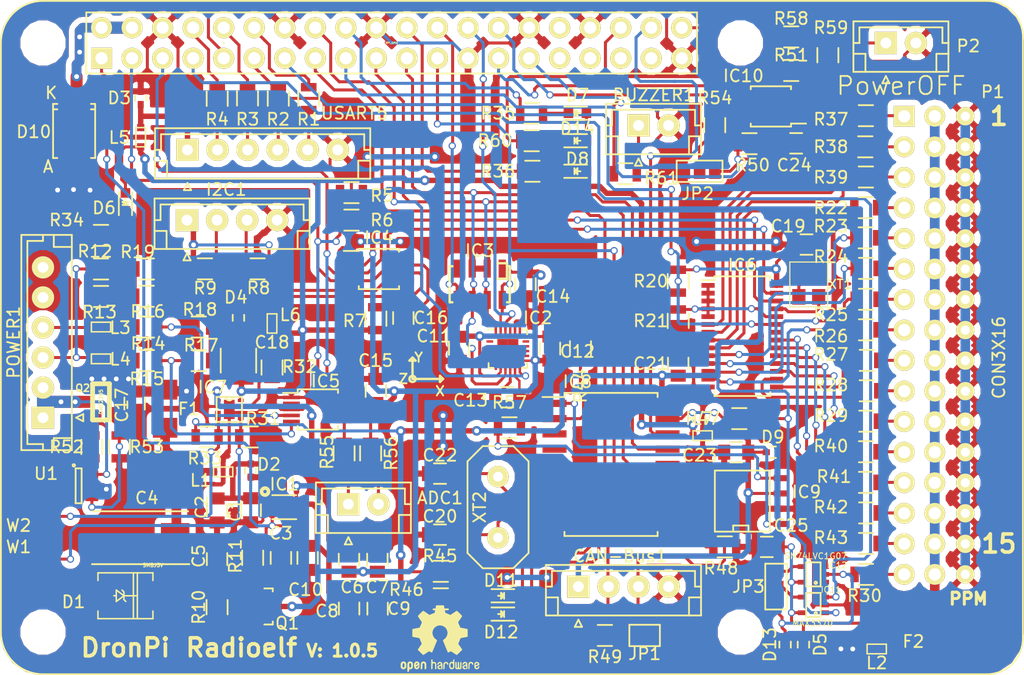
<source format=kicad_pcb>
(kicad_pcb (version 20160815) (host pcbnew no-vcs-found-undefined)
  (layers (0 F.Cu signal) (31 B.Cu signal) (34 B.Paste user) (35 F.Paste user) (36 B.SilkS user) (37 F.SilkS user) (38 B.Mask user) (39 F.Mask user) (44 Edge.Cuts user))
  (net 0 "")
  (net 1 GND)
  (net 2 "Net-(C4-Pad1)")
  (net 3 "Net-(C13-Pad1)")
  (net 4 "Net-(C16-Pad1)")
  (net 5 "Net-(D6-Pad1)")
  (net 6 "Net-(D7-Pad1)")
  (net 7 "Net-(D8-Pad1)")
  (net 8 "Net-(Q1-Pad1)")
  (net 9 "Net-(Q1-Pad2)")
  (net 10 "Net-(IC5-Pad4)")
  (net 11 "Net-(IC5-Pad5)")
  (net 12 "Net-(IC6-Pad1)")
  (net 13 "Net-(IC6-Pad9)")
  (net 14 "Net-(C3-Pad1)")
  (net 15 "Net-(IC7-Pad7)")
  (net 16 "Net-(IC6-Pad10)")
  (net 17 "Net-(IC6-Pad11)")
  (net 18 "Net-(IC6-Pad12)")
  (net 19 "Net-(IC6-Pad13)")
  (net 20 "Net-(IC6-Pad15)")
  (net 21 "Net-(IC6-Pad16)")
  (net 22 "Net-(IC6-Pad17)")
  (net 23 "Net-(L3-PadP$2)")
  (net 24 "Net-(L4-PadP$2)")
  (net 25 "Net-(IC6-Pad25)")
  (net 26 "Net-(IC6-Pad6)")
  (net 27 "Net-(IC6-Pad7)")
  (net 28 "Net-(IC6-Pad8)")
  (net 29 "Net-(IC6-Pad18)")
  (net 30 "Net-(IC6-Pad19)")
  (net 31 "Net-(IC6-Pad20)")
  (net 32 "Net-(IC6-Pad21)")
  (net 33 +3v3)
  (net 34 BBB_+3v3)
  (net 35 3v3_EN)
  (net 36 SPI_MISO)
  (net 37 SPI_MOSI)
  (net 38 SPI_CLK)
  (net 39 SCL)
  (net 40 SDA)
  (net 41 PWM_EN)
  (net 42 PPM)
  (net 43 LED_1)
  (net 44 LED_2)
  (net 45 VDD_5v)
  (net 46 "Net-(C20-Pad1)")
  (net 47 "Net-(C22-Pad1)")
  (net 48 "Net-(C23-Pad1)")
  (net 49 "Net-(D11-Pad2)")
  (net 50 "Net-(D11-Pad1)")
  (net 51 "Net-(D12-Pad2)")
  (net 52 "Net-(D12-Pad1)")
  (net 53 "Net-(IC8-Pad1)")
  (net 54 "Net-(IC8-Pad2)")
  (net 55 "Net-(IC8-Pad17)")
  (net 56 "Net-(IC9-Pad8)")
  (net 57 "Net-(JP1-Pad1)")
  (net 58 MPU_INT)
  (net 59 SPI_CS_MPU)
  (net 60 SPI_CS_BARO)
  (net 61 INT_CAN)
  (net 62 SPI_CS_CAN)
  (net 63 BUZZER)
  (net 64 HAT_SCL)
  (net 65 HAT_SDA)
  (net 66 "Net-(F2-Pad1)")
  (net 67 UART_TX)
  (net 68 UART_RX)
  (net 69 UART_CTS)
  (net 70 UART_RTS)
  (net 71 3v3)
  (net 72 VDD)
  (net 73 ANL_I)
  (net 74 ANL_V)
  (net 75 /Proteccion/REG_FAULT)
  (net 76 /Proteccion/REG_CE)
  (net 77 "Net-(R16-Pad1)")
  (net 78 "Net-(R17-Pad1)")
  (net 79 VCC_AUX)
  (net 80 +5v_SERV)
  (net 81 "Net-(Q2-Pad1)")
  (net 82 "Net-(R52-Pad1)")
  (net 83 "Net-(IC5-Pad6)")
  (net 84 "Net-(IC5-Pad7)")
  (net 85 Power)
  (net 86 "Net-(IC10-Pad7)")
  (net 87 "Net-(JP2-Pad2)")
  (net 88 "Net-(ADC1-Pad1)")
  (net 89 "Net-(ADC1-Pad2)")
  (net 90 "Net-(CAN-Bus1-Pad2)")
  (net 91 "Net-(CAN-Bus1-Pad3)")
  (net 92 "Net-(D3-Pad1)")
  (net 93 "Net-(D4-Pad1)")
  (net 94 "Net-(POWER1-Pad1)")
  (net 95 "Net-(R1-Pad2)")
  (net 96 "Net-(R2-Pad2)")
  (net 97 "Net-(R3-Pad2)")
  (net 98 "Net-(R4-Pad2)")
  (net 99 "Net-(IC11-Pad4)")
  (net 100 /PWM-PPM-SBUS/PPM_)
  (net 101 /PWM-PPM-SBUS/SBUS_)
  (net 102 "Net-(P1-Pad1)")
  (net 103 "Net-(P1-Pad4)")
  (net 104 "Net-(P1-Pad7)")
  (net 105 "Net-(P1-Pad10)")
  (net 106 "Net-(P1-Pad13)")
  (net 107 "Net-(P1-Pad16)")
  (net 108 "Net-(P1-Pad19)")
  (net 109 "Net-(P1-Pad22)")
  (net 110 "Net-(P1-Pad25)")
  (net 111 "Net-(P1-Pad28)")
  (net 112 "Net-(P1-Pad31)")
  (net 113 "Net-(P1-Pad34)")
  (net 114 "Net-(P1-Pad37)")
  (net 115 "Net-(P1-Pad40)")
  (net 116 "Net-(P1-Pad43)")
  (net 117 "Net-(P1-Pad46)")
  (net 118 /I2C/SCL2)
  (net 119 /I2C/SDA2)
  (net 120 "Net-(IC9-Pad4)")
  (net 121 "Net-(P2-Pad1)")
  (net 122 PowerOff)
  (net 123 "Net-(D14-Pad1)")
  (net 124 LED_3)
  (net 125 "Net-(BUZZER1-Pad1)")
  (module dronpi:raspberrypi2 (layer F.Cu) (at 139.49 77.724)
    (fp_text reference J1 (at -13.97 0) (layer F.SilkS) (effects (font (size 0.15 0.15) (thickness 0.0375))))
    (fp_text value RPi_GPIO (at 0 0) (layer F.SilkS) (effects (font (size 0.15 0.15) (thickness 0.0375))))
    (pad "" np_thru_hole circle (at 29 49) (size 2.75 2.75) (drill 2.75) (layers *.Cu *.Mask F.SilkS))
    (pad "" np_thru_hole circle (at -29 49) (size 2.75 2.75) (drill 2.75) (layers *.Cu *.Mask F.SilkS))
    (pad "" np_thru_hole circle (at 29 0) (size 2.75 2.75) (drill 2.75) (layers *.Cu *.Mask F.SilkS))
    (pad "" np_thru_hole circle (at -29 0) (size 2.75 2.75) (drill 2.75) (layers *.Cu *.Mask F.SilkS))
    (pad 40 thru_hole circle (at 24.13 -1.27) (size 1.75 1.75) (drill 1.016) (layers *.Cu *.Mask F.SilkS) (net 122 PowerOff))
    (pad 39 thru_hole circle (at 24.13 1.27) (size 1.75 1.75) (drill 1.016) (layers *.Cu *.Mask F.SilkS) (net 1 GND))
    (pad 38 thru_hole circle (at 21.59 -1.27) (size 1.75 1.75) (drill 1.016) (layers *.Cu *.Mask F.SilkS) (net 62 SPI_CS_CAN))
    (pad 37 thru_hole circle (at 21.59 1.27) (size 1.75 1.75) (drill 1.016) (layers *.Cu *.Mask F.SilkS))
    (pad 36 thru_hole circle (at 19.05 -1.27) (size 1.75 1.75) (drill 1.016) (layers *.Cu *.Mask F.SilkS) (net 124 LED_3))
    (pad 35 thru_hole circle (at 19.05 1.27) (size 1.75 1.75) (drill 1.016) (layers *.Cu *.Mask F.SilkS))
    (pad 34 thru_hole circle (at 16.51 -1.27) (size 1.75 1.75) (drill 1.016) (layers *.Cu *.Mask F.SilkS) (net 1 GND))
    (pad 33 thru_hole circle (at 16.51 1.27) (size 1.75 1.75) (drill 1.016) (layers *.Cu *.Mask F.SilkS))
    (pad 32 thru_hole circle (at 13.97 -1.27) (size 1.75 1.75) (drill 1.016) (layers *.Cu *.Mask F.SilkS))
    (pad 31 thru_hole circle (at 13.97 1.27) (size 1.75 1.75) (drill 1.016) (layers *.Cu *.Mask F.SilkS))
    (pad 26 thru_hole circle (at 6.35 -1.27) (size 1.75 1.75) (drill 1.016) (layers *.Cu *.Mask F.SilkS) (net 59 SPI_CS_MPU))
    (pad 25 thru_hole circle (at 6.35 1.27) (size 1.75 1.75) (drill 1.016) (layers *.Cu *.Mask F.SilkS) (net 1 GND))
    (pad 22 thru_hole circle (at 1.27 -1.27) (size 1.75 1.75) (drill 1.016) (layers *.Cu *.Mask F.SilkS) (net 44 LED_2))
    (pad 21 thru_hole circle (at 1.27 1.27) (size 1.75 1.75) (drill 1.016) (layers *.Cu *.Mask F.SilkS) (net 36 SPI_MISO))
    (pad 20 thru_hole circle (at -1.27 -1.27) (size 1.75 1.75) (drill 1.016) (layers *.Cu *.Mask F.SilkS) (net 1 GND))
    (pad 19 thru_hole circle (at -1.27 1.27) (size 1.75 1.75) (drill 1.016) (layers *.Cu *.Mask F.SilkS) (net 37 SPI_MOSI))
    (pad 18 thru_hole circle (at -3.81 -1.27) (size 1.75 1.75) (drill 1.016) (layers *.Cu *.Mask F.SilkS) (net 43 LED_1))
    (pad 17 thru_hole circle (at -3.81 1.27) (size 1.75 1.75) (drill 1.016) (layers *.Cu *.Mask F.SilkS) (net 71 3v3))
    (pad 16 thru_hole circle (at -6.35 -1.27) (size 1.75 1.75) (drill 1.016) (layers *.Cu *.Mask F.SilkS) (net 58 MPU_INT))
    (pad 15 thru_hole circle (at -6.35 1.27) (size 1.75 1.75) (drill 1.016) (layers *.Cu *.Mask F.SilkS) (net 61 INT_CAN))
    (pad 14 thru_hole circle (at -8.89 -1.27) (size 1.75 1.75) (drill 1.016) (layers *.Cu *.Mask F.SilkS) (net 1 GND))
    (pad 13 thru_hole circle (at -8.89 1.27) (size 1.75 1.75) (drill 1.016) (layers *.Cu *.Mask F.SilkS) (net 41 PWM_EN))
    (pad 12 thru_hole circle (at -11.43 -1.27) (size 1.75 1.75) (drill 1.016) (layers *.Cu *.Mask F.SilkS) (net 70 UART_RTS))
    (pad 11 thru_hole circle (at -11.43 1.27) (size 1.75 1.75) (drill 1.016) (layers *.Cu *.Mask F.SilkS) (net 69 UART_CTS))
    (pad 10 thru_hole circle (at -13.97 -1.27) (size 1.75 1.75) (drill 1.016) (layers *.Cu *.Mask F.SilkS) (net 68 UART_RX))
    (pad 9 thru_hole circle (at -13.97 1.27) (size 1.75 1.75) (drill 1.016) (layers *.Cu *.Mask F.SilkS) (net 1 GND))
    (pad 8 thru_hole circle (at -16.51 -1.27) (size 1.75 1.75) (drill 1.016) (layers *.Cu *.Mask F.SilkS) (net 67 UART_TX))
    (pad 7 thru_hole circle (at -16.51 1.27) (size 1.75 1.75) (drill 1.016) (layers *.Cu *.Mask F.SilkS) (net 42 PPM))
    (pad 6 thru_hole circle (at -19.05 -1.27) (size 1.75 1.75) (drill 1.016) (layers *.Cu *.Mask F.SilkS) (net 1 GND))
    (pad 5 thru_hole circle (at -19.05 1.27) (size 1.75 1.75) (drill 1.016) (layers *.Cu *.Mask F.SilkS) (net 39 SCL))
    (pad 4 thru_hole circle (at -21.59 -1.27) (size 1.75 1.75) (drill 1.016) (layers *.Cu *.Mask F.SilkS) (net 72 VDD))
    (pad 3 thru_hole circle (at -21.59 1.27) (size 1.75 1.75) (drill 1.016) (layers *.Cu *.Mask F.SilkS) (net 40 SDA))
    (pad 2 thru_hole circle (at -24.13 -1.27) (size 1.75 1.75) (drill 1.016) (layers *.Cu *.Mask F.SilkS) (net 72 VDD))
    (pad 1 thru_hole rect (at -24.13 1.27) (size 1.75 1.75) (drill 1.016) (layers *.Cu *.Mask F.SilkS) (net 35 3v3_EN))
    (pad 23 thru_hole circle (at 3.81 1.27) (size 1.75 1.75) (drill 1.016) (layers *.Cu *.Mask F.SilkS) (net 38 SPI_CLK))
    (pad 24 thru_hole circle (at 3.81 -1.27) (size 1.75 1.75) (drill 1.016) (layers *.Cu *.Mask F.SilkS) (net 60 SPI_CS_BARO))
    (pad 30 thru_hole circle (at 11.43 -1.27) (size 1.75 1.75) (drill 1.016) (layers *.Cu *.Mask F.SilkS) (net 1 GND))
    (pad 29 thru_hole circle (at 11.43 1.27) (size 1.75 1.75) (drill 1.016) (layers *.Cu *.Mask F.SilkS) (net 63 BUZZER))
    (pad 28 thru_hole circle (at 8.89 -1.27) (size 1.75 1.75) (drill 1.016) (layers *.Cu *.Mask F.SilkS) (net 64 HAT_SCL))
    (pad 27 thru_hole circle (at 8.89 1.27) (size 1.75 1.75) (drill 1.016) (layers *.Cu *.Mask F.SilkS) (net 65 HAT_SDA))
  )
  (module Crystals:HC-18UV (layer F.Cu) (at 148.336 116.332 90)
    (fp_text reference XT2 (at 0 -1.524 270) (layer F.SilkS))
    (fp_text value 16Mhz)
    (pad 2 thru_hole circle (at 2.54 0 90) (size 1.778 1.778) (drill 0.8128) (layers *.Cu *.Mask F.SilkS) (net 47 "Net-(C22-Pad1)"))
    (pad 1 thru_hole circle (at -2.54 0 90) (size 1.778 1.778) (drill 0.8128) (layers *.Cu *.Mask F.SilkS) (net 46 "Net-(C20-Pad1)"))
  )
  (module dronpi:KYOCERA-KNH16-DA (layer F.Cu) (at 129.54 101.054 90)
    (fp_text reference L6 (at 0.724 1.524 -180) (layer F.SilkS))
    (fp_text value KNH16C104DA5TS hide)
    (pad P$5 smd rect (at 0 0 90) (size 0.4 0.4) (layers F.Cu F.Paste F.Mask) (net 1 GND))
    (pad P$4 smd rect (at 0 -0.4 90) (size 0.4 0.4) (layers F.Cu F.Paste F.Mask) (net 1 GND))
    (pad P$3 smd rect (at 0 0.4 90) (size 0.4 0.4) (layers F.Cu F.Paste F.Mask) (net 1 GND))
    (pad P$2 smd rect (at 0.8 0 90) (size 0.6 0.6) (layers F.Cu F.Paste F.Mask) (net 93 "Net-(D4-Pad1)"))
    (pad P$1 smd rect (at -0.8 0 90) (size 0.6 0.6) (layers F.Cu F.Paste F.Mask) (net 79 VCC_AUX))
  )
  (module Housings_SSOP:MSOP-8_3x3mm_Pitch0.65mm (layer F.Cu) (at 171.03 83 180)
    (fp_text reference IC10 (at 2.286 2.54 180) (layer F.SilkS))
    (fp_text value 24AA32)
    (pad 8 smd rect (at 2.2 -0.975 180) (size 1.45 0.45) (layers F.Cu F.Paste F.Mask) (net 71 3v3))
    (pad 7 smd rect (at 2.2 -0.325 180) (size 1.45 0.45) (layers F.Cu F.Paste F.Mask) (net 86 "Net-(IC10-Pad7)"))
    (pad 6 smd rect (at 2.2 0.325 180) (size 1.45 0.45) (layers F.Cu F.Paste F.Mask) (net 64 HAT_SCL))
    (pad 5 smd rect (at 2.2 0.975 180) (size 1.45 0.45) (layers F.Cu F.Paste F.Mask) (net 65 HAT_SDA))
    (pad 4 smd rect (at -2.2 0.975 180) (size 1.45 0.45) (layers F.Cu F.Paste F.Mask) (net 1 GND))
    (pad 3 smd rect (at -2.2 0.325 180) (size 1.45 0.45) (layers F.Cu F.Paste F.Mask) (net 1 GND))
    (pad 2 smd rect (at -2.2 -0.325 180) (size 1.45 0.45) (layers F.Cu F.Paste F.Mask) (net 1 GND))
    (pad 1 smd rect (at -2.2 -0.975 180) (size 1.45 0.45) (layers F.Cu F.Paste F.Mask) (net 1 GND))
  )
  (module awallin:MLF-8-1EP (layer F.Cu) (at 130.556 116.332)
    (fp_text reference IC1 (at 0 -1.905) (layer F.SilkS))
    (fp_text value MIC5332 hide)
    (pad 9 smd rect (at 0 0) (size 0.6 1.2) (layers F.Cu F.Paste F.Mask) (net 1 GND))
    (pad 8 smd oval (at 1 -0.75) (size 0.6 0.25) (layers F.Cu F.Paste F.Mask) (net 33 +3v3))
    (pad 7 smd oval (at 1 -0.25) (size 0.6 0.25) (layers F.Cu F.Paste F.Mask) (net 34 BBB_+3v3))
    (pad 6 smd oval (at 1 0.25) (size 0.6 0.25) (layers F.Cu F.Paste F.Mask) (net 14 "Net-(C3-Pad1)"))
    (pad 5 smd oval (at 1 0.75) (size 0.6 0.25) (layers F.Cu F.Paste F.Mask) (net 35 3v3_EN))
    (pad 4 smd oval (at -1 0.75) (size 0.6 0.25) (layers F.Cu F.Paste F.Mask) (net 35 3v3_EN))
    (pad 3 smd oval (at -1 0.25) (size 0.6 0.25) (layers F.Cu F.Paste F.Mask))
    (pad 2 smd oval (at -1 -0.25) (size 0.6 0.25) (layers F.Cu F.Paste F.Mask) (net 1 GND))
    (pad 1 smd oval (at -1 -0.75) (size 0.7 0.25) (drill (offset 0.05 0)) (layers F.Cu F.Paste F.Mask) (net 45 VDD_5v))
  )
  (module Capacitors_SMD:C_0805 (layer F.Cu) (at 118.11 107.712 270)
    (fp_text reference C17 (at 0.128 1.06 270) (layer F.SilkS))
    (fp_text value 22uF)
    (pad 2 smd rect (at 1 0 270) (size 1 1.25) (layers F.Cu F.Paste F.Mask) (net 1 GND))
    (pad 1 smd rect (at -1 0 270) (size 1 1.25) (layers F.Cu F.Paste F.Mask) (net 85 Power))
  )
  (module dronpi:BQ24313_DSG_8 (layer F.Cu) (at 125.984 108.204)
    (fp_text reference IC7 (at -1.404 -1.854 180) (layer F.SilkS))
    (fp_text value BQ24315)
    (pad 9 smd rect (at 0 0) (size 0.0254 0.0254) (layers F.Cu F.Paste F.Mask) (net 1 GND))
    (pad 9 smd rect (at 0 0) (size 0.0254 0.0254) (layers F.Cu F.Paste F.Mask) (net 1 GND))
    (pad 9 smd rect (at 0 0) (size 0.889 1.6002) (layers F.Cu F.Paste F.Mask) (net 1 GND))
    (pad 8 smd circle (at 0.950001 -0.750001) (size 0.0254 0.0254) (layers F.Cu F.Paste F.Mask) (net 79 VCC_AUX))
    (pad 8 smd rect (at 0.950001 -0.750001) (size 0.4826 0.2794) (layers F.Cu F.Paste F.Mask) (net 79 VCC_AUX))
    (pad 7 smd circle (at 0.950001 -0.25) (size 0.0254 0.0254) (layers F.Cu F.Paste F.Mask) (net 15 "Net-(IC7-Pad7)"))
    (pad 7 smd rect (at 0.950001 -0.25) (size 0.4826 0.2794) (layers F.Cu F.Paste F.Mask) (net 15 "Net-(IC7-Pad7)"))
    (pad 6 smd circle (at 0.950001 0.25) (size 0.0254 0.0254) (layers F.Cu F.Paste F.Mask) (net 1 GND))
    (pad 6 smd rect (at 0.950001 0.25) (size 0.4826 0.2794) (layers F.Cu F.Paste F.Mask) (net 1 GND))
    (pad 5 smd circle (at 0.950001 0.750001) (size 0.0254 0.0254) (layers F.Cu F.Paste F.Mask) (net 76 /Proteccion/REG_CE))
    (pad 5 smd rect (at 0.950001 0.750001) (size 0.4826 0.2794) (layers F.Cu F.Paste F.Mask) (net 76 /Proteccion/REG_CE))
    (pad 4 smd circle (at -0.950001 0.750001) (size 0.0254 0.0254) (layers F.Cu F.Paste F.Mask) (net 75 /Proteccion/REG_FAULT))
    (pad 4 smd rect (at -0.950001 0.750001) (size 0.4826 0.2794) (layers F.Cu F.Paste F.Mask) (net 75 /Proteccion/REG_FAULT))
    (pad 3 smd circle (at -0.950001 0.25) (size 0.0254 0.0254) (layers F.Cu F.Paste F.Mask))
    (pad 3 smd rect (at -0.950001 0.25) (size 0.4826 0.2794) (layers F.Cu F.Paste F.Mask))
    (pad 2 smd circle (at -0.950001 -0.25) (size 0.0254 0.0254) (layers F.Cu F.Paste F.Mask) (net 1 GND))
    (pad 2 smd rect (at -0.950001 -0.25) (size 0.4826 0.2794) (layers F.Cu F.Paste F.Mask) (net 1 GND))
    (pad 1 smd circle (at -0.950001 -0.750001) (size 0.0254 0.0254) (layers F.Cu F.Paste F.Mask) (net 45 VDD_5v))
    (pad 1 smd rect (at -0.950001 -0.750001) (size 0.4826 0.2794) (layers F.Cu F.Paste F.Mask) (net 45 VDD_5v))
  )
  (module Capacitors_SMD:C_0805 (layer F.Cu) (at 140.462 100.6 270)
    (fp_text reference C16 (at -0.016 -2.286) (layer F.SilkS))
    (fp_text value 100nF)
    (pad 2 smd rect (at 1 0 270) (size 1 1.25) (layers F.Cu F.Paste F.Mask) (net 1 GND))
    (pad 1 smd rect (at -1 0 270) (size 1 1.25) (layers F.Cu F.Paste F.Mask) (net 4 "Net-(C16-Pad1)"))
  )
  (module LEDs:LED_0603 (layer F.Cu) (at 117.348 90.9447 90)
    (fp_text reference D6 (at -0.4953 -1.778 180) (layer F.SilkS))
    (fp_text value LED_rojo hide)
    (pad 1 smd rect (at -0.7493 0 270) (size 0.79756 0.79756) (layers F.Cu F.Paste F.Mask) (net 5 "Net-(D6-Pad1)"))
    (pad 2 smd rect (at 0.7493 0 270) (size 0.79756 0.79756) (layers F.Cu F.Paste F.Mask) (net 79 VCC_AUX))
  )
  (module LEDs:LED_0603 (layer F.Cu) (at 154.94 83.566)
    (fp_text reference D7 (at 0 -1.5) (layer F.SilkS))
    (fp_text value LED_verde hide)
    (pad 1 smd rect (at -0.7493 0 180) (size 0.79756 0.79756) (layers F.Cu F.Paste F.Mask) (net 6 "Net-(D7-Pad1)"))
    (pad 2 smd rect (at 0.7493 0 180) (size 0.79756 0.79756) (layers F.Cu F.Paste F.Mask) (net 79 VCC_AUX))
  )
  (module LEDs:LED_0603 (layer F.Cu) (at 154.94 88.392)
    (fp_text reference D8 (at 0 -1.016) (layer F.SilkS))
    (fp_text value LED_azul hide)
    (pad 1 smd rect (at -0.7493 0 180) (size 0.79756 0.79756) (layers F.Cu F.Paste F.Mask) (net 7 "Net-(D8-Pad1)"))
    (pad 2 smd rect (at 0.7493 0 180) (size 0.79756 0.79756) (layers F.Cu F.Paste F.Mask) (net 79 VCC_AUX))
  )
  (module Fuse_Holders_and_Fuses:Fuse_SMD1206_Wave (layer F.Cu) (at 120.65 108.14304 270)
    (fp_text reference F1 (at 0.01696 -1.97) (layer F.SilkS))
    (fp_text value 0ZCA0035FF2G hide)
    (pad 2 smd rect (at 1.58496 0) (size 2.02946 1.651) (layers F.Cu F.Paste F.Mask) (net 2 "Net-(C4-Pad1)"))
    (pad 1 smd rect (at -1.58496 0) (size 2.02946 1.651) (layers F.Cu F.Paste F.Mask) (net 85 Power))
  )
  (module Housings_SSOP:MSOP-10_3x3mm_Pitch0.5mm (layer F.Cu) (at 133.35 108.204)
    (fp_text reference IC5 (at 0.64 -2.354) (layer F.SilkS))
    (fp_text value ADC_ADS1115 hide)
    (pad 10 smd rect (at 2.2 -1) (size 1.4 0.3) (layers F.Cu F.Paste F.Mask) (net 39 SCL))
    (pad 9 smd rect (at 2.2 -0.5) (size 1.4 0.3) (layers F.Cu F.Paste F.Mask) (net 40 SDA))
    (pad 8 smd rect (at 2.2 0) (size 1.4 0.3) (layers F.Cu F.Paste F.Mask) (net 33 +3v3))
    (pad 7 smd rect (at 2.2 0.5) (size 1.4 0.3) (layers F.Cu F.Paste F.Mask) (net 84 "Net-(IC5-Pad7)"))
    (pad 6 smd rect (at 2.2 1) (size 1.4 0.3) (layers F.Cu F.Paste F.Mask) (net 83 "Net-(IC5-Pad6)"))
    (pad 5 smd rect (at -2.2 1) (size 1.4 0.3) (layers F.Cu F.Paste F.Mask) (net 11 "Net-(IC5-Pad5)"))
    (pad 4 smd rect (at -2.2 0.5) (size 1.4 0.3) (layers F.Cu F.Paste F.Mask) (net 10 "Net-(IC5-Pad4)"))
    (pad 3 smd rect (at -2.2 0) (size 1.4 0.3) (layers F.Cu F.Paste F.Mask) (net 1 GND))
    (pad 2 smd rect (at -2.2 -0.5) (size 1.4 0.3) (layers F.Cu F.Paste F.Mask))
    (pad 1 smd rect (at -2.2 -1) (size 1.4 0.3) (layers F.Cu F.Paste F.Mask) (net 1 GND))
  )
  (module Tinkerforge:MS5611 (layer F.Cu) (at 146.812 97.79 180)
    (fp_text reference IC3 (at 0 2.794 180) (layer F.SilkS))
    (fp_text value MS5611-01BA hide)
    (pad 8 smd rect (at -1.87452 -1.30048 180) (size 0.59944 1.50114) (layers F.Cu F.Paste F.Mask) (net 38 SPI_CLK))
    (pad 7 smd rect (at -0.62484 -1.30048 180) (size 0.59944 1.50114) (layers F.Cu F.Paste F.Mask) (net 37 SPI_MOSI))
    (pad 6 smd rect (at 0.62484 -1.30048 180) (size 0.59944 1.50114) (layers F.Cu F.Paste F.Mask) (net 36 SPI_MISO))
    (pad 5 smd rect (at 1.87452 -1.30048 180) (size 0.59944 1.50114) (layers F.Cu F.Paste F.Mask) (net 60 SPI_CS_BARO))
    (pad 4 smd rect (at 1.87452 1.30048) (size 0.59944 1.50114) (layers F.Cu F.Paste F.Mask))
    (pad 3 smd rect (at 0.62484 1.30048) (size 0.59944 1.50114) (layers F.Cu F.Paste F.Mask) (net 1 GND))
    (pad 2 smd rect (at -0.62484 1.30048) (size 0.59944 1.50114) (layers F.Cu F.Paste F.Mask) (net 1 GND))
    (pad 1 smd rect (at -1.87452 1.30048) (size 0.59944 1.50114) (layers F.Cu F.Paste F.Mask) (net 33 +3v3))
  )
  (module Housings_SSOP:TSSOP-28_4.4x9.7mm_Pitch0.65mm (layer F.Cu) (at 168.656 102.108)
    (fp_text reference IC6 (at 0 -5.9) (layer F.SilkS))
    (fp_text value PCA9685)
    (pad 28 smd rect (at 2.85 -4.225) (size 1.1 0.4) (layers F.Cu F.Paste F.Mask) (net 34 BBB_+3v3))
    (pad 27 smd rect (at 2.85 -3.575) (size 1.1 0.4) (layers F.Cu F.Paste F.Mask) (net 40 SDA))
    (pad 26 smd rect (at 2.85 -2.925) (size 1.1 0.4) (layers F.Cu F.Paste F.Mask) (net 39 SCL))
    (pad 25 smd rect (at 2.85 -2.275) (size 1.1 0.4) (layers F.Cu F.Paste F.Mask) (net 25 "Net-(IC6-Pad25)"))
    (pad 24 smd rect (at 2.85 -1.625) (size 1.1 0.4) (layers F.Cu F.Paste F.Mask) (net 12 "Net-(IC6-Pad1)"))
    (pad 23 smd rect (at 2.85 -0.975) (size 1.1 0.4) (layers F.Cu F.Paste F.Mask) (net 41 PWM_EN))
    (pad 22 smd rect (at 2.85 -0.325) (size 1.1 0.4) (layers F.Cu F.Paste F.Mask))
    (pad 21 smd rect (at 2.85 0.325) (size 1.1 0.4) (layers F.Cu F.Paste F.Mask) (net 32 "Net-(IC6-Pad21)"))
    (pad 20 smd rect (at 2.85 0.975) (size 1.1 0.4) (layers F.Cu F.Paste F.Mask) (net 31 "Net-(IC6-Pad20)"))
    (pad 19 smd rect (at 2.85 1.625) (size 1.1 0.4) (layers F.Cu F.Paste F.Mask) (net 30 "Net-(IC6-Pad19)"))
    (pad 18 smd rect (at 2.85 2.275) (size 1.1 0.4) (layers F.Cu F.Paste F.Mask) (net 29 "Net-(IC6-Pad18)"))
    (pad 17 smd rect (at 2.85 2.925) (size 1.1 0.4) (layers F.Cu F.Paste F.Mask) (net 22 "Net-(IC6-Pad17)"))
    (pad 16 smd rect (at 2.85 3.575) (size 1.1 0.4) (layers F.Cu F.Paste F.Mask) (net 21 "Net-(IC6-Pad16)"))
    (pad 15 smd rect (at 2.85 4.225) (size 1.1 0.4) (layers F.Cu F.Paste F.Mask) (net 20 "Net-(IC6-Pad15)"))
    (pad 14 smd rect (at -2.85 4.225) (size 1.1 0.4) (layers F.Cu F.Paste F.Mask) (net 1 GND))
    (pad 13 smd rect (at -2.85 3.575) (size 1.1 0.4) (layers F.Cu F.Paste F.Mask) (net 19 "Net-(IC6-Pad13)"))
    (pad 12 smd rect (at -2.85 2.925) (size 1.1 0.4) (layers F.Cu F.Paste F.Mask) (net 18 "Net-(IC6-Pad12)"))
    (pad 11 smd rect (at -2.85 2.275) (size 1.1 0.4) (layers F.Cu F.Paste F.Mask) (net 17 "Net-(IC6-Pad11)"))
    (pad 10 smd rect (at -2.85 1.625) (size 1.1 0.4) (layers F.Cu F.Paste F.Mask) (net 16 "Net-(IC6-Pad10)"))
    (pad 9 smd rect (at -2.85 0.975) (size 1.1 0.4) (layers F.Cu F.Paste F.Mask) (net 13 "Net-(IC6-Pad9)"))
    (pad 8 smd rect (at -2.85 0.325) (size 1.1 0.4) (layers F.Cu F.Paste F.Mask) (net 28 "Net-(IC6-Pad8)"))
    (pad 7 smd rect (at -2.85 -0.325) (size 1.1 0.4) (layers F.Cu F.Paste F.Mask) (net 27 "Net-(IC6-Pad7)"))
    (pad 6 smd rect (at -2.85 -0.975) (size 1.1 0.4) (layers F.Cu F.Paste F.Mask) (net 26 "Net-(IC6-Pad6)"))
    (pad 5 smd rect (at -2.85 -1.625) (size 1.1 0.4) (layers F.Cu F.Paste F.Mask) (net 12 "Net-(IC6-Pad1)"))
    (pad 4 smd rect (at -2.85 -2.275) (size 1.1 0.4) (layers F.Cu F.Paste F.Mask) (net 12 "Net-(IC6-Pad1)"))
    (pad 3 smd rect (at -2.85 -2.925) (size 1.1 0.4) (layers F.Cu F.Paste F.Mask) (net 12 "Net-(IC6-Pad1)"))
    (pad 2 smd rect (at -2.85 -3.575) (size 1.1 0.4) (layers F.Cu F.Paste F.Mask) (net 12 "Net-(IC6-Pad1)"))
    (pad 1 smd rect (at -2.85 -4.225) (size 1.1 0.4) (layers F.Cu F.Paste F.Mask) (net 12 "Net-(IC6-Pad1)"))
  )
  (module dronpi:KYOCERA-KNH16-DA (layer F.Cu) (at 125.476 113.392)
    (fp_text reference L1 (at -1.876 0.708) (layer F.SilkS))
    (fp_text value KNH16C104DA5TS hide)
    (pad P$5 smd rect (at 0 0) (size 0.4 0.4) (layers F.Cu F.Paste F.Mask) (net 1 GND))
    (pad P$4 smd rect (at 0 -0.4) (size 0.4 0.4) (layers F.Cu F.Paste F.Mask) (net 1 GND))
    (pad P$3 smd rect (at 0 0.4) (size 0.4 0.4) (layers F.Cu F.Paste F.Mask) (net 1 GND))
    (pad P$2 smd rect (at 0.8 0) (size 0.6 0.6) (layers F.Cu F.Paste F.Mask) (net 45 VDD_5v))
    (pad P$1 smd rect (at -0.8 0) (size 0.6 0.6) (layers F.Cu F.Paste F.Mask) (net 2 "Net-(C4-Pad1)"))
  )
  (module dronpi:KYOCERA-KNH16-DA (layer F.Cu) (at 179.832 128.124)
    (fp_text reference L2 (at 0 1.162) (layer F.SilkS))
    (fp_text value KNH16C104DA5TS hide)
    (pad P$5 smd rect (at 0 0) (size 0.4 0.4) (layers F.Cu F.Paste F.Mask) (net 1 GND))
    (pad P$4 smd rect (at 0 -0.4) (size 0.4 0.4) (layers F.Cu F.Paste F.Mask) (net 1 GND))
    (pad P$3 smd rect (at 0 0.4) (size 0.4 0.4) (layers F.Cu F.Paste F.Mask) (net 1 GND))
    (pad P$2 smd rect (at 0.8 0) (size 0.6 0.6) (layers F.Cu F.Paste F.Mask) (net 80 +5v_SERV))
    (pad P$1 smd rect (at -0.8 0) (size 0.6 0.6) (layers F.Cu F.Paste F.Mask) (net 85 Power))
  )
  (module dronpi:KYOCERA-KNH16-DA (layer F.Cu) (at 115.316 101.346)
    (fp_text reference L3 (at 1.594 0.064) (layer F.SilkS))
    (fp_text value KNH16C104DA5TS hide)
    (pad P$5 smd rect (at 0 0) (size 0.4 0.4) (layers F.Cu F.Paste F.Mask) (net 1 GND))
    (pad P$4 smd rect (at 0 -0.4) (size 0.4 0.4) (layers F.Cu F.Paste F.Mask) (net 1 GND))
    (pad P$3 smd rect (at 0 0.4) (size 0.4 0.4) (layers F.Cu F.Paste F.Mask) (net 1 GND))
    (pad P$2 smd rect (at 0.8 0) (size 0.6 0.6) (layers F.Cu F.Paste F.Mask) (net 23 "Net-(L3-PadP$2)"))
    (pad P$1 smd rect (at -0.8 0) (size 0.6 0.6) (layers F.Cu F.Paste F.Mask) (net 74 ANL_V))
  )
  (module dronpi:KYOCERA-KNH16-DA (layer F.Cu) (at 115.316 103.994)
    (fp_text reference L4 (at 1.604 0.036) (layer F.SilkS))
    (fp_text value KNH16C104DA5TS hide)
    (pad P$5 smd rect (at 0 0) (size 0.4 0.4) (layers F.Cu F.Paste F.Mask) (net 1 GND))
    (pad P$4 smd rect (at 0 -0.4) (size 0.4 0.4) (layers F.Cu F.Paste F.Mask) (net 1 GND))
    (pad P$3 smd rect (at 0 0.4) (size 0.4 0.4) (layers F.Cu F.Paste F.Mask) (net 1 GND))
    (pad P$2 smd rect (at 0.8 0) (size 0.6 0.6) (layers F.Cu F.Paste F.Mask) (net 24 "Net-(L4-PadP$2)"))
    (pad P$1 smd rect (at -0.8 0) (size 0.6 0.6) (layers F.Cu F.Paste F.Mask) (net 73 ANL_I))
  )
  (module dronpi:KYOCERA-KNH16-DA (layer F.Cu) (at 118.618 85.56 270)
    (fp_text reference L5 (at 0.03 1.778) (layer F.SilkS))
    (fp_text value KNH16C104DA5TS hide)
    (pad P$5 smd rect (at 0 0 270) (size 0.4 0.4) (layers F.Cu F.Paste F.Mask) (net 1 GND))
    (pad P$4 smd rect (at 0 -0.4 270) (size 0.4 0.4) (layers F.Cu F.Paste F.Mask) (net 1 GND))
    (pad P$3 smd rect (at 0 0.4 270) (size 0.4 0.4) (layers F.Cu F.Paste F.Mask) (net 1 GND))
    (pad P$2 smd rect (at 0.8 0 270) (size 0.6 0.6) (layers F.Cu F.Paste F.Mask) (net 79 VCC_AUX))
    (pad P$1 smd rect (at -0.8 0 270) (size 0.6 0.6) (layers F.Cu F.Paste F.Mask) (net 92 "Net-(D3-Pad1)"))
  )
  (module dronpi:KYOCERA-KNH16-DA (layer F.Cu) (at 165.354 110.382)
    (fp_text reference L7 (at 0 -1.416) (layer F.SilkS))
    (fp_text value KNH16C104DA5TS hide)
    (pad P$5 smd rect (at 0 0) (size 0.4 0.4) (layers F.Cu F.Paste F.Mask) (net 1 GND))
    (pad P$4 smd rect (at 0 -0.4) (size 0.4 0.4) (layers F.Cu F.Paste F.Mask) (net 1 GND))
    (pad P$3 smd rect (at 0 0.4) (size 0.4 0.4) (layers F.Cu F.Paste F.Mask) (net 1 GND))
    (pad P$2 smd rect (at 0.8 0) (size 0.6 0.6) (layers F.Cu F.Paste F.Mask) (net 48 "Net-(C23-Pad1)"))
    (pad P$1 smd rect (at -0.8 0) (size 0.6 0.6) (layers F.Cu F.Paste F.Mask) (net 79 VCC_AUX))
  )
  (module dronpi:ASEseries (layer F.Cu) (at 174.1805 97.79 270)
    (fp_text reference XT1 (at 0 -2.6035) (layer F.SilkS) (effects (font (size 0.7493 0.7493) (thickness 0.12446))))
    (fp_text value CRYSTAL_ASE-25mhz hide)
    (pad 4 smd rect (at -1.04902 -0.8255 270) (size 1.30048 1.09982) (layers F.Cu F.Paste F.Mask) (net 34 BBB_+3v3))
    (pad 3 smd rect (at 1.04902 -0.8255 270) (size 1.30048 1.09982) (layers F.Cu F.Paste F.Mask) (net 25 "Net-(IC6-Pad25)"))
    (pad 2 smd rect (at 1.04902 0.8255 270) (size 1.30048 1.09982) (layers F.Cu F.Paste F.Mask) (net 1 GND))
    (pad 1 smd rect (at -1.04902 0.8255 270) (size 1.30048 1.09982) (layers F.Cu F.Paste F.Mask))
  )
  (module TO_SOT_Packages_SMD:SOT-23 (layer F.Cu) (at 128.95 124.59 270)
    (fp_text reference Q1 (at 1.394 -1.86) (layer F.SilkS))
    (fp_text value MMBT3906LT1 hide)
    (pad 3 smd rect (at 0 -0.99822 270) (size 0.8001 0.8001) (layers F.Cu F.Paste F.Mask) (net 33 +3v3))
    (pad 2 smd rect (at 0.95 1.00076 270) (size 0.8001 0.8001) (layers F.Cu F.Paste F.Mask) (net 9 "Net-(Q1-Pad2)"))
    (pad 1 smd rect (at -0.95 1.00076 270) (size 0.8001 0.8001) (layers F.Cu F.Paste F.Mask) (net 8 "Net-(Q1-Pad1)"))
  )
  (module Capacitors_SMD:C_0402 (layer F.Cu) (at 127.762 113.284 270)
    (fp_text reference D2 (at -0.508 -1.524) (layer F.SilkS))
    (fp_text value PESD0402-140 hide)
    (pad 2 smd rect (at 0.55 0 270) (size 0.6 0.5) (layers F.Cu F.Paste F.Mask) (net 1 GND))
    (pad 1 smd rect (at -0.55 0 270) (size 0.6 0.5) (layers F.Cu F.Paste F.Mask) (net 45 VDD_5v))
  )
  (module Capacitors_SMD:C_0402 (layer F.Cu) (at 118.618 82.296 90)
    (fp_text reference D3 (at 0 -1.778 180) (layer F.SilkS))
    (fp_text value PESD0402-140 hide)
    (pad 2 smd rect (at 0.55 0 90) (size 0.6 0.5) (layers F.Cu F.Paste F.Mask) (net 1 GND))
    (pad 1 smd rect (at -0.55 0 90) (size 0.6 0.5) (layers F.Cu F.Paste F.Mask) (net 92 "Net-(D3-Pad1)"))
  )
  (module Capacitors_SMD:C_0402 (layer F.Cu) (at 126.746 100.584 270)
    (fp_text reference D4 (at -1.708 0.216) (layer F.SilkS))
    (fp_text value PESD0402-140 hide)
    (pad 2 smd rect (at 0.55 0 270) (size 0.6 0.5) (layers F.Cu F.Paste F.Mask) (net 1 GND))
    (pad 1 smd rect (at -0.55 0 270) (size 0.6 0.5) (layers F.Cu F.Paste F.Mask) (net 93 "Net-(D4-Pad1)"))
  )
  (module Capacitors_SMD:C_0402 (layer F.Cu) (at 173.736 127.762 270)
    (fp_text reference D5 (at 0.006 -1.396 270) (layer F.SilkS))
    (fp_text value PESD0402-140 hide)
    (pad 2 smd rect (at 0.55 0 270) (size 0.6 0.5) (layers F.Cu F.Paste F.Mask) (net 1 GND))
    (pad 1 smd rect (at -0.55 0 270) (size 0.6 0.5) (layers F.Cu F.Paste F.Mask) (net 80 +5v_SERV))
  )
  (module Capacitors_SMD:C_0402 (layer F.Cu) (at 171.196 111.76)
    (fp_text reference D9 (at -0.006 -1.256) (layer F.SilkS))
    (fp_text value PESD0402-140 hide)
    (pad 2 smd rect (at 0.55 0) (size 0.6 0.5) (layers F.Cu F.Paste F.Mask) (net 1 GND))
    (pad 1 smd rect (at -0.55 0) (size 0.6 0.5) (layers F.Cu F.Paste F.Mask) (net 48 "Net-(C23-Pad1)"))
  )
  (module Capacitors_SMD:C_0805 (layer F.Cu) (at 127.762 116.586 270)
    (fp_text reference C1 (at 0 1.27 90) (layer F.SilkS))
    (fp_text value 100nF)
    (pad 2 smd rect (at 1 0 270) (size 1 1.25) (layers F.Cu F.Paste F.Mask) (net 1 GND))
    (pad 1 smd rect (at -1 0 270) (size 1 1.25) (layers F.Cu F.Paste F.Mask) (net 45 VDD_5v))
  )
  (module Capacitors_SMD:C_0805 (layer F.Cu) (at 124.968 120.65 90)
    (fp_text reference C5 (at 0.254 -1.524 90) (layer F.SilkS))
    (fp_text value 100nF)
    (pad 2 smd rect (at 1 0 90) (size 1 1.25) (layers F.Cu F.Paste F.Mask) (net 1 GND))
    (pad 1 smd rect (at -1 0 90) (size 1 1.25) (layers F.Cu F.Paste F.Mask) (net 2 "Net-(C4-Pad1)"))
  )
  (module Capacitors_SMD:C_0805 (layer F.Cu) (at 138.3 120.7 90)
    (fp_text reference C7 (at -2.27 0 -180) (layer F.SilkS))
    (fp_text value 100nF)
    (pad 2 smd rect (at 1 0 90) (size 1 1.25) (layers F.Cu F.Paste F.Mask) (net 1 GND))
    (pad 1 smd rect (at -1 0 90) (size 1 1.25) (layers F.Cu F.Paste F.Mask) (net 33 +3v3))
  )
  (module Capacitors_SMD:C_0805 (layer F.Cu) (at 132.5 120.55 270)
    (fp_text reference C10 (at 2.64 0.166) (layer F.SilkS))
    (fp_text value 100nF)
    (pad 2 smd rect (at 1 0 270) (size 1 1.25) (layers F.Cu F.Paste F.Mask) (net 1 GND))
    (pad 1 smd rect (at -1 0 270) (size 1 1.25) (layers F.Cu F.Paste F.Mask) (net 34 BBB_+3v3))
  )
  (module Capacitors_SMD:C_0805 (layer F.Cu) (at 145.11 103.16 270)
    (fp_text reference C11 (at -1.052 2.108) (layer F.SilkS))
    (fp_text value 100nF)
    (pad 2 smd rect (at 1 0 270) (size 1 1.25) (layers F.Cu F.Paste F.Mask) (net 1 GND))
    (pad 1 smd rect (at -1 0 270) (size 1 1.25) (layers F.Cu F.Paste F.Mask) (net 33 +3v3))
  )
  (module Capacitors_SMD:C_0805 (layer F.Cu) (at 150.622 97.79 270)
    (fp_text reference C14 (at 1.016 -2.286) (layer F.SilkS))
    (fp_text value 100nF)
    (pad 2 smd rect (at 1 0 270) (size 1 1.25) (layers F.Cu F.Paste F.Mask) (net 1 GND))
    (pad 1 smd rect (at -1 0 270) (size 1 1.25) (layers F.Cu F.Paste F.Mask) (net 33 +3v3))
  )
  (module Capacitors_SMD:C_0805 (layer F.Cu) (at 138.176 106.664 90)
    (fp_text reference C15 (at 2.524 -0.016 -180) (layer F.SilkS))
    (fp_text value 100nF)
    (pad 2 smd rect (at 1 0 90) (size 1 1.25) (layers F.Cu F.Paste F.Mask) (net 1 GND))
    (pad 1 smd rect (at -1 0 90) (size 1 1.25) (layers F.Cu F.Paste F.Mask) (net 33 +3v3))
  )
  (module Capacitors_SMD:C_0805 (layer F.Cu) (at 173.99 94.488 180)
    (fp_text reference C19 (at 1.524 1.524 180) (layer F.SilkS))
    (fp_text value 100nF)
    (pad 2 smd rect (at 1 0 180) (size 1 1.25) (layers F.Cu F.Paste F.Mask) (net 1 GND))
    (pad 1 smd rect (at -1 0 180) (size 1 1.25) (layers F.Cu F.Paste F.Mask) (net 34 BBB_+3v3))
  )
  (module Resistors_SMD:R_0805 (layer F.Cu) (at 132.59 82.35 270)
    (fp_text reference R1 (at 1.724 0.002) (layer F.SilkS))
    (fp_text value 120R)
    (pad 2 smd rect (at 0.95 0 270) (size 0.7 1.3) (layers F.Cu F.Paste F.Mask) (net 95 "Net-(R1-Pad2)"))
    (pad 1 smd rect (at -0.95 0 270) (size 0.7 1.3) (layers F.Cu F.Paste F.Mask) (net 70 UART_RTS))
  )
  (module Resistors_SMD:R_0805 (layer F.Cu) (at 130.06 82.35 270)
    (fp_text reference R2 (at 1.724 0.012) (layer F.SilkS))
    (fp_text value 120R)
    (pad 2 smd rect (at 0.95 0 270) (size 0.7 1.3) (layers F.Cu F.Paste F.Mask) (net 96 "Net-(R2-Pad2)"))
    (pad 1 smd rect (at -0.95 0 270) (size 0.7 1.3) (layers F.Cu F.Paste F.Mask) (net 69 UART_CTS))
  )
  (module Resistors_SMD:R_0805 (layer F.Cu) (at 127.5 82.33 270)
    (fp_text reference R3 (at 1.744 -0.008) (layer F.SilkS))
    (fp_text value 120R)
    (pad 2 smd rect (at 0.95 0 270) (size 0.7 1.3) (layers F.Cu F.Paste F.Mask) (net 97 "Net-(R3-Pad2)"))
    (pad 1 smd rect (at -0.95 0 270) (size 0.7 1.3) (layers F.Cu F.Paste F.Mask) (net 68 UART_RX))
  )
  (module Resistors_SMD:R_0805 (layer F.Cu) (at 124.98 82.36 270)
    (fp_text reference R4 (at 1.714 0.012) (layer F.SilkS))
    (fp_text value 120R)
    (pad 2 smd rect (at 0.95 0 270) (size 0.7 1.3) (layers F.Cu F.Paste F.Mask) (net 98 "Net-(R4-Pad2)"))
    (pad 1 smd rect (at -0.95 0 270) (size 0.7 1.3) (layers F.Cu F.Paste F.Mask) (net 67 UART_TX))
  )
  (module Resistors_SMD:R_0805 (layer F.Cu) (at 136.144 90.17 180)
    (fp_text reference R5 (at -2.54 -0.254) (layer F.SilkS))
    (fp_text value 1K5)
    (pad 2 smd rect (at 0.95 0 180) (size 0.7 1.3) (layers F.Cu F.Paste F.Mask) (net 39 SCL))
    (pad 1 smd rect (at -0.95 0 180) (size 0.7 1.3) (layers F.Cu F.Paste F.Mask) (net 33 +3v3))
  )
  (module Resistors_SMD:R_0805 (layer F.Cu) (at 136.144 92.456 180)
    (fp_text reference R6 (at -2.54 0) (layer F.SilkS))
    (fp_text value 1K5)
    (pad 2 smd rect (at 0.95 0 180) (size 0.7 1.3) (layers F.Cu F.Paste F.Mask) (net 40 SDA))
    (pad 1 smd rect (at -0.95 0 180) (size 0.7 1.3) (layers F.Cu F.Paste F.Mask) (net 33 +3v3))
  )
  (module Resistors_SMD:R_0805 (layer F.Cu) (at 138.176 100.65 90)
    (fp_text reference R7 (at -0.188 -1.778 -180) (layer F.SilkS))
    (fp_text value 200K)
    (pad 2 smd rect (at 0.95 0 90) (size 0.7 1.3) (layers F.Cu F.Paste F.Mask) (net 4 "Net-(C16-Pad1)"))
    (pad 1 smd rect (at -0.95 0 90) (size 0.7 1.3) (layers F.Cu F.Paste F.Mask) (net 79 VCC_AUX))
  )
  (module Resistors_SMD:R_0805 (layer F.Cu) (at 128.34 96.51 180)
    (fp_text reference R8 (at -0.08 -1.59 180) (layer F.SilkS))
    (fp_text value 1K5)
    (pad 2 smd rect (at 0.95 0 180) (size 0.7 1.3) (layers F.Cu F.Paste F.Mask) (net 119 /I2C/SDA2))
    (pad 1 smd rect (at -0.95 0 180) (size 0.7 1.3) (layers F.Cu F.Paste F.Mask) (net 93 "Net-(D4-Pad1)"))
  )
  (module Resistors_SMD:R_0805 (layer F.Cu) (at 123.96 96.51)
    (fp_text reference R9 (at 0.02 1.61) (layer F.SilkS))
    (fp_text value 1K5)
    (pad 2 smd rect (at 0.95 0) (size 0.7 1.3) (layers F.Cu F.Paste F.Mask) (net 118 /I2C/SCL2))
    (pad 1 smd rect (at -0.95 0) (size 0.7 1.3) (layers F.Cu F.Paste F.Mask) (net 93 "Net-(D4-Pad1)"))
  )
  (module Resistors_SMD:R_0805 (layer F.Cu) (at 124.968 124.648 90)
    (fp_text reference R10 (at 0 -1.524 90) (layer F.SilkS))
    (fp_text value 10R)
    (pad 2 smd rect (at 0.95 0 90) (size 0.7 1.3) (layers F.Cu F.Paste F.Mask) (net 1 GND))
    (pad 1 smd rect (at -0.95 0 90) (size 0.7 1.3) (layers F.Cu F.Paste F.Mask) (net 9 "Net-(Q1-Pad2)"))
  )
  (module Resistors_SMD:R_0805 (layer F.Cu) (at 127.93 120.54 270)
    (fp_text reference R11 (at -0.144 1.438 90) (layer F.SilkS))
    (fp_text value 1k8)
    (pad 2 smd rect (at 0.95 0 270) (size 0.7 1.3) (layers F.Cu F.Paste F.Mask) (net 8 "Net-(Q1-Pad1)"))
    (pad 1 smd rect (at -0.95 0 270) (size 0.7 1.3) (layers F.Cu F.Paste F.Mask) (net 35 3v3_EN))
  )
  (module Resistors_SMD:R_0805 (layer F.Cu) (at 115.316 96.52)
    (fp_text reference R12 (at -0.508 -1.47) (layer F.SilkS))
    (fp_text value 1M)
    (pad 2 smd rect (at 0.95 0) (size 0.7 1.3) (layers F.Cu F.Paste F.Mask) (net 1 GND))
    (pad 1 smd rect (at -0.95 0) (size 0.7 1.3) (layers F.Cu F.Paste F.Mask) (net 73 ANL_I))
  )
  (module Resistors_SMD:R_0805 (layer F.Cu) (at 115.316 98.806)
    (fp_text reference R13 (at -0.126 1.304) (layer F.SilkS))
    (fp_text value 1M)
    (pad 2 smd rect (at 0.95 0) (size 0.7 1.3) (layers F.Cu F.Paste F.Mask) (net 1 GND))
    (pad 1 smd rect (at -0.95 0) (size 0.7 1.3) (layers F.Cu F.Paste F.Mask) (net 74 ANL_V))
  )
  (module Resistors_SMD:R_0805 (layer F.Cu) (at 163.322 97.536 270)
    (fp_text reference R20 (at 0 2.286) (layer F.SilkS))
    (fp_text value 10K)
    (pad 2 smd rect (at 0.95 0 270) (size 0.7 1.3) (layers F.Cu F.Paste F.Mask) (net 41 PWM_EN))
    (pad 1 smd rect (at -0.95 0 270) (size 0.7 1.3) (layers F.Cu F.Paste F.Mask) (net 34 BBB_+3v3))
  )
  (module Resistors_SMD:R_0805 (layer F.Cu) (at 163.322 100.838 270)
    (fp_text reference R21 (at 0 2.286) (layer F.SilkS))
    (fp_text value 10K)
    (pad 2 smd rect (at 0.95 0 270) (size 0.7 1.3) (layers F.Cu F.Paste F.Mask) (net 1 GND))
    (pad 1 smd rect (at -0.95 0 270) (size 0.7 1.3) (layers F.Cu F.Paste F.Mask) (net 12 "Net-(IC6-Pad1)"))
  )
  (module Resistors_SMD:R_0805 (layer F.Cu) (at 178.92 91.42 180)
    (fp_text reference R22 (at 2.898 -0.02 180) (layer F.SilkS))
    (fp_text value 220)
    (pad 2 smd rect (at 0.95 0 180) (size 0.7 1.3) (layers F.Cu F.Paste F.Mask) (net 13 "Net-(IC6-Pad9)"))
    (pad 1 smd rect (at -0.95 0 180) (size 0.7 1.3) (layers F.Cu F.Paste F.Mask) (net 105 "Net-(P1-Pad10)"))
  )
  (module Resistors_SMD:R_0805 (layer F.Cu) (at 178.92 93.93 180)
    (fp_text reference R23 (at 2.898 0.966 180) (layer F.SilkS))
    (fp_text value 220)
    (pad 2 smd rect (at 0.95 0 180) (size 0.7 1.3) (layers F.Cu F.Paste F.Mask) (net 16 "Net-(IC6-Pad10)"))
    (pad 1 smd rect (at -0.95 0 180) (size 0.7 1.3) (layers F.Cu F.Paste F.Mask) (net 106 "Net-(P1-Pad13)"))
  )
  (module Resistors_SMD:R_0805 (layer F.Cu) (at 178.95 96.47 180)
    (fp_text reference R24 (at 2.928 0.966 180) (layer F.SilkS))
    (fp_text value 220)
    (pad 2 smd rect (at 0.95 0 180) (size 0.7 1.3) (layers F.Cu F.Paste F.Mask) (net 17 "Net-(IC6-Pad11)"))
    (pad 1 smd rect (at -0.95 0 180) (size 0.7 1.3) (layers F.Cu F.Paste F.Mask) (net 107 "Net-(P1-Pad16)"))
  )
  (module Resistors_SMD:R_0805 (layer F.Cu) (at 178.95 99.04 180)
    (fp_text reference R25 (at 2.928 -1.29 180) (layer F.SilkS))
    (fp_text value 220)
    (pad 2 smd rect (at 0.95 0 180) (size 0.7 1.3) (layers F.Cu F.Paste F.Mask) (net 18 "Net-(IC6-Pad12)"))
    (pad 1 smd rect (at -0.95 0 180) (size 0.7 1.3) (layers F.Cu F.Paste F.Mask) (net 108 "Net-(P1-Pad19)"))
  )
  (module Resistors_SMD:R_0805 (layer F.Cu) (at 178.95 101.58 180)
    (fp_text reference R26 (at 2.928 -0.528 180) (layer F.SilkS))
    (fp_text value 220)
    (pad 2 smd rect (at 0.95 0 180) (size 0.7 1.3) (layers F.Cu F.Paste F.Mask) (net 19 "Net-(IC6-Pad13)"))
    (pad 1 smd rect (at -0.95 0 180) (size 0.7 1.3) (layers F.Cu F.Paste F.Mask) (net 109 "Net-(P1-Pad22)"))
  )
  (module Resistors_SMD:R_0805 (layer F.Cu) (at 179.01 104.12 180)
    (fp_text reference R27 (at 2.988 0.488 180) (layer F.SilkS))
    (fp_text value 220)
    (pad 2 smd rect (at 0.95 0 180) (size 0.7 1.3) (layers F.Cu F.Paste F.Mask) (net 20 "Net-(IC6-Pad15)"))
    (pad 1 smd rect (at -0.95 0 180) (size 0.7 1.3) (layers F.Cu F.Paste F.Mask) (net 110 "Net-(P1-Pad25)"))
  )
  (module Resistors_SMD:R_0805 (layer F.Cu) (at 179.01 106.65 180)
    (fp_text reference R28 (at 2.988 0.478 180) (layer F.SilkS))
    (fp_text value 220)
    (pad 2 smd rect (at 0.95 0 180) (size 0.7 1.3) (layers F.Cu F.Paste F.Mask) (net 21 "Net-(IC6-Pad16)"))
    (pad 1 smd rect (at -0.95 0 180) (size 0.7 1.3) (layers F.Cu F.Paste F.Mask) (net 111 "Net-(P1-Pad28)"))
  )
  (module Resistors_SMD:R_0805 (layer F.Cu) (at 178.98 109.18 180)
    (fp_text reference R29 (at 2.958 0.468 180) (layer F.SilkS))
    (fp_text value 220)
    (pad 2 smd rect (at 0.95 0 180) (size 0.7 1.3) (layers F.Cu F.Paste F.Mask) (net 22 "Net-(IC6-Pad17)"))
    (pad 1 smd rect (at -0.95 0 180) (size 0.7 1.3) (layers F.Cu F.Paste F.Mask) (net 112 "Net-(P1-Pad31)"))
  )
  (module Resistors_SMD:R_0805 (layer F.Cu) (at 178.94 121.92 180)
    (fp_text reference R30 (at 0.124 -1.778 180) (layer F.SilkS))
    (fp_text value 100)
    (pad 2 smd rect (at 0.95 0 180) (size 0.7 1.3) (layers F.Cu F.Paste F.Mask) (net 100 /PWM-PPM-SBUS/PPM_))
    (pad 1 smd rect (at -0.95 0 180) (size 0.7 1.3) (layers F.Cu F.Paste F.Mask) (net 117 "Net-(P1-Pad46)"))
  )
  (module Resistors_SMD:R_0805 (layer F.Cu) (at 127.762 110.49 180)
    (fp_text reference R31 (at -1.016 1.524 180) (layer F.SilkS))
    (fp_text value 10K)
    (pad 2 smd rect (at 0.95 0 180) (size 0.7 1.3) (layers F.Cu F.Paste F.Mask) (net 76 /Proteccion/REG_CE))
    (pad 1 smd rect (at -0.95 0 180) (size 0.7 1.3) (layers F.Cu F.Paste F.Mask) (net 1 GND))
  )
  (module Resistors_SMD:R_0805 (layer F.Cu) (at 129.54 104.714 270)
    (fp_text reference R32 (at -0.066 -2.286 180) (layer F.SilkS))
    (fp_text value 24K)
    (pad 2 smd rect (at 0.95 0 270) (size 0.7 1.3) (layers F.Cu F.Paste F.Mask) (net 15 "Net-(IC7-Pad7)"))
    (pad 1 smd rect (at -0.95 0 270) (size 0.7 1.3) (layers F.Cu F.Paste F.Mask) (net 1 GND))
  )
  (module Resistors_SMD:R_0805 (layer F.Cu) (at 124.14 110.49 180)
    (fp_text reference R33 (at 0.188 -1.778 180) (layer F.SilkS))
    (fp_text value 1M)
    (pad 2 smd rect (at 0.95 0 180) (size 0.7 1.3) (layers F.Cu F.Paste F.Mask) (net 34 BBB_+3v3))
    (pad 1 smd rect (at -0.95 0 180) (size 0.7 1.3) (layers F.Cu F.Paste F.Mask) (net 75 /Proteccion/REG_FAULT))
  )
  (module Resistors_SMD:R_0805 (layer F.Cu) (at 115.316 93.726 180)
    (fp_text reference R34 (at 2.86 1.27 180) (layer F.SilkS))
    (fp_text value 680)
    (pad 2 smd rect (at 0.95 0 180) (size 0.7 1.3) (layers F.Cu F.Paste F.Mask) (net 1 GND))
    (pad 1 smd rect (at -0.95 0 180) (size 0.7 1.3) (layers F.Cu F.Paste F.Mask) (net 5 "Net-(D6-Pad1)"))
  )
  (module Resistors_SMD:R_0805 (layer F.Cu) (at 151.13 83.566 180)
    (fp_text reference R35 (at 2.794 0 180) (layer F.SilkS))
    (fp_text value 680)
    (pad 2 smd rect (at 0.95 0 180) (size 0.7 1.3) (layers F.Cu F.Paste F.Mask) (net 43 LED_1))
    (pad 1 smd rect (at -0.95 0 180) (size 0.7 1.3) (layers F.Cu F.Paste F.Mask) (net 6 "Net-(D7-Pad1)"))
  )
  (module Resistors_SMD:R_0805 (layer F.Cu) (at 151.196 88.392 180)
    (fp_text reference R36 (at 2.86 0 180) (layer F.SilkS))
    (fp_text value 820)
    (pad 2 smd rect (at 0.95 0 180) (size 0.7 1.3) (layers F.Cu F.Paste F.Mask) (net 44 LED_2))
    (pad 1 smd rect (at -0.95 0 180) (size 0.7 1.3) (layers F.Cu F.Paste F.Mask) (net 7 "Net-(D8-Pad1)"))
  )
  (module Resistors_SMD:R_0805 (layer F.Cu) (at 178.93 83.77 180)
    (fp_text reference R37 (at 2.908 -0.304 180) (layer F.SilkS))
    (fp_text value 220)
    (pad 2 smd rect (at 0.95 0 180) (size 0.7 1.3) (layers F.Cu F.Paste F.Mask) (net 26 "Net-(IC6-Pad6)"))
    (pad 1 smd rect (at -0.95 0 180) (size 0.7 1.3) (layers F.Cu F.Paste F.Mask) (net 102 "Net-(P1-Pad1)"))
  )
  (module Resistors_SMD:R_0805 (layer F.Cu) (at 178.88 86.36 180)
    (fp_text reference R38 (at 2.858 0 180) (layer F.SilkS))
    (fp_text value 220)
    (pad 2 smd rect (at 0.95 0 180) (size 0.7 1.3) (layers F.Cu F.Paste F.Mask) (net 27 "Net-(IC6-Pad7)"))
    (pad 1 smd rect (at -0.95 0 180) (size 0.7 1.3) (layers F.Cu F.Paste F.Mask) (net 103 "Net-(P1-Pad4)"))
  )
  (module Resistors_SMD:R_0805 (layer F.Cu) (at 178.93 88.87 180)
    (fp_text reference R39 (at 2.908 -0.03 180) (layer F.SilkS))
    (fp_text value 220)
    (pad 2 smd rect (at 0.95 0 180) (size 0.7 1.3) (layers F.Cu F.Paste F.Mask) (net 28 "Net-(IC6-Pad8)"))
    (pad 1 smd rect (at -0.95 0 180) (size 0.7 1.3) (layers F.Cu F.Paste F.Mask) (net 104 "Net-(P1-Pad7)"))
  )
  (module Resistors_SMD:R_0805 (layer F.Cu) (at 178.95 111.72 180)
    (fp_text reference R40 (at 2.928 0.468 180) (layer F.SilkS))
    (fp_text value 220)
    (pad 2 smd rect (at 0.95 0 180) (size 0.7 1.3) (layers F.Cu F.Paste F.Mask) (net 29 "Net-(IC6-Pad18)"))
    (pad 1 smd rect (at -0.95 0 180) (size 0.7 1.3) (layers F.Cu F.Paste F.Mask) (net 113 "Net-(P1-Pad34)"))
  )
  (module Resistors_SMD:R_0805 (layer F.Cu) (at 178.95 114.27 180)
    (fp_text reference R41 (at 2.674 0.478 180) (layer F.SilkS))
    (fp_text value 220)
    (pad 2 smd rect (at 0.95 0 180) (size 0.7 1.3) (layers F.Cu F.Paste F.Mask) (net 30 "Net-(IC6-Pad19)"))
    (pad 1 smd rect (at -0.95 0 180) (size 0.7 1.3) (layers F.Cu F.Paste F.Mask) (net 114 "Net-(P1-Pad37)"))
  )
  (module Resistors_SMD:R_0805 (layer F.Cu) (at 178.96 116.81 180)
    (fp_text reference R42 (at 2.938 0.478 180) (layer F.SilkS))
    (fp_text value 220)
    (pad 2 smd rect (at 0.95 0 180) (size 0.7 1.3) (layers F.Cu F.Paste F.Mask) (net 31 "Net-(IC6-Pad20)"))
    (pad 1 smd rect (at -0.95 0 180) (size 0.7 1.3) (layers F.Cu F.Paste F.Mask) (net 115 "Net-(P1-Pad40)"))
  )
  (module Resistors_SMD:R_0805 (layer F.Cu) (at 178.95 119.35 180)
    (fp_text reference R43 (at 2.928 0.478 180) (layer F.SilkS))
    (fp_text value 220)
    (pad 2 smd rect (at 0.95 0 180) (size 0.7 1.3) (layers F.Cu F.Paste F.Mask) (net 32 "Net-(IC6-Pad21)"))
    (pad 1 smd rect (at -0.95 0 180) (size 0.7 1.3) (layers F.Cu F.Paste F.Mask) (net 116 "Net-(P1-Pad43)"))
  )
  (module Housings_DFN_QFN:QFN-24-1EP_3x3mm_Pitch0.4mm (layer F.Cu) (at 149.152 103.148)
    (fp_text reference IC2 (at 2.486 -2.564 180) (layer F.SilkS))
    (fp_text value MPU-9250)
    (pad 25 smd rect (at -0.435 -0.4) (size 0.875 0.8) (layers F.Cu F.Paste F.Mask))
    (pad 25 smd rect (at -0.435 0.4) (size 0.875 0.8) (layers F.Cu F.Paste F.Mask))
    (pad 25 smd rect (at 0.435 -0.4) (size 0.875 0.8) (layers F.Cu F.Paste F.Mask))
    (pad 25 smd rect (at 0.435 0.4) (size 0.875 0.8) (layers F.Cu F.Paste F.Mask))
    (pad 24 smd rect (at -1 -1.5 90) (size 0.55 0.2) (layers F.Cu F.Paste F.Mask) (net 37 SPI_MOSI))
    (pad 23 smd rect (at -0.6 -1.5 90) (size 0.55 0.2) (layers F.Cu F.Paste F.Mask) (net 38 SPI_CLK))
    (pad 22 smd rect (at -0.2 -1.5 90) (size 0.55 0.2) (layers F.Cu F.Paste F.Mask) (net 59 SPI_CS_MPU))
    (pad 21 smd rect (at 0.2 -1.5 90) (size 0.55 0.2) (layers F.Cu F.Paste F.Mask))
    (pad 20 smd rect (at 0.6 -1.5 90) (size 0.55 0.2) (layers F.Cu F.Paste F.Mask) (net 1 GND))
    (pad 19 smd rect (at 1 -1.5 90) (size 0.55 0.2) (layers F.Cu F.Paste F.Mask))
    (pad 18 smd rect (at 1.5 -1) (size 0.55 0.2) (layers F.Cu F.Paste F.Mask) (net 1 GND))
    (pad 17 smd rect (at 1.5 -0.6) (size 0.55 0.2) (layers F.Cu F.Paste F.Mask))
    (pad 16 smd rect (at 1.5 -0.2) (size 0.55 0.2) (layers F.Cu F.Paste F.Mask))
    (pad 15 smd rect (at 1.5 0.2) (size 0.55 0.2) (layers F.Cu F.Paste F.Mask))
    (pad 14 smd rect (at 1.5 0.6) (size 0.55 0.2) (layers F.Cu F.Paste F.Mask))
    (pad 13 smd rect (at 1.5 1) (size 0.55 0.2) (layers F.Cu F.Paste F.Mask) (net 33 +3v3))
    (pad 12 smd rect (at 1 1.5 90) (size 0.55 0.2) (layers F.Cu F.Paste F.Mask) (net 58 MPU_INT))
    (pad 11 smd rect (at 0.6 1.5 90) (size 0.55 0.2) (layers F.Cu F.Paste F.Mask) (net 1 GND))
    (pad 10 smd rect (at 0.2 1.5 90) (size 0.55 0.2) (layers F.Cu F.Paste F.Mask) (net 3 "Net-(C13-Pad1)"))
    (pad 9 smd rect (at -0.2 1.5 90) (size 0.55 0.2) (layers F.Cu F.Paste F.Mask) (net 36 SPI_MISO))
    (pad 8 smd rect (at -0.6 1.5 90) (size 0.55 0.2) (layers F.Cu F.Paste F.Mask) (net 33 +3v3))
    (pad 7 smd rect (at -1 1.5 90) (size 0.55 0.2) (layers F.Cu F.Paste F.Mask))
    (pad 6 smd rect (at -1.5 1) (size 0.55 0.2) (layers F.Cu F.Paste F.Mask))
    (pad 5 smd rect (at -1.5 0.6) (size 0.55 0.2) (layers F.Cu F.Paste F.Mask))
    (pad 4 smd rect (at -1.5 0.2) (size 0.55 0.2) (layers F.Cu F.Paste F.Mask))
    (pad 3 smd rect (at -1.5 -0.2) (size 0.55 0.2) (layers F.Cu F.Paste F.Mask))
    (pad 2 smd rect (at -1.5 -0.6) (size 0.55 0.2) (layers F.Cu F.Paste F.Mask))
    (pad 1 smd rect (at -1.5 -1) (size 0.55 0.2) (layers F.Cu F.Paste F.Mask) (net 33 +3v3))
  )
  (module Capacitors_SMD:C_0805 (layer F.Cu) (at 143.51 118.618 180)
    (fp_text reference C20 (at 0 1.524 180) (layer F.SilkS))
    (fp_text value 22pF)
    (pad 2 smd rect (at 1 0 180) (size 1 1.25) (layers F.Cu F.Paste F.Mask) (net 1 GND))
    (pad 1 smd rect (at -1 0 180) (size 1 1.25) (layers F.Cu F.Paste F.Mask) (net 46 "Net-(C20-Pad1)"))
  )
  (module Capacitors_SMD:C_0805 (layer F.Cu) (at 163.322 104.394 270)
    (fp_text reference C21 (at 0 2.286) (layer F.SilkS))
    (fp_text value 100nF)
    (pad 2 smd rect (at 1 0 270) (size 1 1.25) (layers F.Cu F.Paste F.Mask) (net 34 BBB_+3v3))
    (pad 1 smd rect (at -1 0 270) (size 1 1.25) (layers F.Cu F.Paste F.Mask) (net 1 GND))
  )
  (module Capacitors_SMD:C_0805 (layer F.Cu) (at 143.51 113.538 180)
    (fp_text reference C22 (at 0 1.524 180) (layer F.SilkS))
    (fp_text value 22pF)
    (pad 2 smd rect (at 1 0 180) (size 1 1.25) (layers F.Cu F.Paste F.Mask) (net 1 GND))
    (pad 1 smd rect (at -1 0 180) (size 1 1.25) (layers F.Cu F.Paste F.Mask) (net 47 "Net-(C22-Pad1)"))
  )
  (module Capacitors_SMD:C_0805 (layer F.Cu) (at 168.148 111.76 180)
    (fp_text reference C23 (at 3.048 -0.254 180) (layer F.SilkS))
    (fp_text value 100nF)
    (pad 2 smd rect (at 1 0 180) (size 1 1.25) (layers F.Cu F.Paste F.Mask) (net 1 GND))
    (pad 1 smd rect (at -1 0 180) (size 1 1.25) (layers F.Cu F.Paste F.Mask) (net 48 "Net-(C23-Pad1)"))
  )
  (module LEDs:LED_0603 (layer F.Cu) (at 148.59 123.698 180)
    (fp_text reference D11 (at 0 1.27 180) (layer F.SilkS))
    (fp_text value verde)
    (pad 1 smd rect (at -0.7493 0) (size 0.79756 0.79756) (layers F.Cu F.Paste F.Mask) (net 50 "Net-(D11-Pad1)"))
    (pad 2 smd rect (at 0.7493 0) (size 0.79756 0.79756) (layers F.Cu F.Paste F.Mask) (net 49 "Net-(D11-Pad2)"))
  )
  (module LEDs:LED_0603 (layer F.Cu) (at 148.59 125.222 180)
    (fp_text reference D12 (at 0 -1.5 180) (layer F.SilkS))
    (fp_text value Rojo)
    (pad 1 smd rect (at -0.7493 0) (size 0.79756 0.79756) (layers F.Cu F.Paste F.Mask) (net 52 "Net-(D12-Pad1)"))
    (pad 2 smd rect (at 0.7493 0) (size 0.79756 0.79756) (layers F.Cu F.Paste F.Mask) (net 51 "Net-(D12-Pad2)"))
  )
  (module Tinkerforge:SOIC-18 (layer F.Cu) (at 157.734 112.776)
    (fp_text reference IC8 (at -2.794 -6.875) (layer F.SilkS))
    (fp_text value MCP2515)
    (pad 18 smd rect (at 4.7 -5.08) (size 2 0.6) (layers F.Cu F.Paste F.Mask) (net 34 BBB_+3v3))
    (pad 17 smd rect (at 4.7 -3.81) (size 2 0.6) (layers F.Cu F.Paste F.Mask) (net 55 "Net-(IC8-Pad17)"))
    (pad 16 smd rect (at 4.7 -2.54) (size 2 0.6) (layers F.Cu F.Paste F.Mask) (net 62 SPI_CS_CAN))
    (pad 15 smd rect (at 4.7 -1.27) (size 2 0.6) (layers F.Cu F.Paste F.Mask) (net 36 SPI_MISO))
    (pad 14 smd rect (at 4.7 0) (size 2 0.6) (layers F.Cu F.Paste F.Mask) (net 37 SPI_MOSI))
    (pad 13 smd rect (at 4.7 1.27) (size 2 0.6) (layers F.Cu F.Paste F.Mask) (net 38 SPI_CLK))
    (pad 12 smd rect (at 4.7 2.54) (size 2 0.6) (layers F.Cu F.Paste F.Mask) (net 61 INT_CAN))
    (pad 11 smd rect (at 4.7 3.81) (size 2 0.6) (layers F.Cu F.Paste F.Mask) (net 50 "Net-(D11-Pad1)"))
    (pad 10 smd rect (at 4.7 5.08) (size 2 0.6) (layers F.Cu F.Paste F.Mask) (net 52 "Net-(D12-Pad1)"))
    (pad 9 smd rect (at -4.7 5.08) (size 2 0.6) (layers F.Cu F.Paste F.Mask) (net 1 GND))
    (pad 8 smd rect (at -4.7 3.81) (size 2 0.6) (layers F.Cu F.Paste F.Mask) (net 46 "Net-(C20-Pad1)"))
    (pad 7 smd rect (at -4.7 2.54) (size 2 0.6) (layers F.Cu F.Paste F.Mask) (net 47 "Net-(C22-Pad1)"))
    (pad 6 smd rect (at -4.7 1.27) (size 2 0.6) (layers F.Cu F.Paste F.Mask))
    (pad 5 smd rect (at -4.7 0) (size 2 0.6) (layers F.Cu F.Paste F.Mask))
    (pad 4 smd rect (at -4.7 -1.27) (size 2 0.6) (layers F.Cu F.Paste F.Mask))
    (pad 3 smd rect (at -4.7 -2.54) (size 2 0.6) (layers F.Cu F.Paste F.Mask))
    (pad 2 smd rect (at -4.7 -3.81) (size 2 0.6) (layers F.Cu F.Paste F.Mask) (net 54 "Net-(IC8-Pad2)"))
    (pad 1 smd rect (at -4.7 -5.08) (size 2 0.6) (layers F.Cu F.Paste F.Mask) (net 53 "Net-(IC8-Pad1)"))
  )
  (module SMD_Packages:SOIC-8-N (layer F.Cu) (at 168.656 115.824 90)
    (fp_text reference IC9 (at 0.762 5.334 180) (layer F.SilkS))
    (fp_text value MCP2551)
    (pad 1 smd rect (at -1.905 3.175 90) (size 0.508 1.143) (layers F.Cu F.Paste F.Mask) (net 53 "Net-(IC8-Pad1)"))
    (pad 2 smd rect (at -0.635 3.175 90) (size 0.508 1.143) (layers F.Cu F.Paste F.Mask) (net 1 GND))
    (pad 3 smd rect (at 0.635 3.175 90) (size 0.508 1.143) (layers F.Cu F.Paste F.Mask) (net 48 "Net-(C23-Pad1)"))
    (pad 4 smd rect (at 1.905 3.175 90) (size 0.508 1.143) (layers F.Cu F.Paste F.Mask) (net 120 "Net-(IC9-Pad4)"))
    (pad 5 smd rect (at 1.905 -3.175 90) (size 0.508 1.143) (layers F.Cu F.Paste F.Mask))
    (pad 6 smd rect (at 0.635 -3.175 90) (size 0.508 1.143) (layers F.Cu F.Paste F.Mask) (net 91 "Net-(CAN-Bus1-Pad3)"))
    (pad 7 smd rect (at -0.635 -3.175 90) (size 0.508 1.143) (layers F.Cu F.Paste F.Mask) (net 90 "Net-(CAN-Bus1-Pad2)"))
    (pad 8 smd rect (at -1.905 -3.175 90) (size 0.508 1.143) (layers F.Cu F.Paste F.Mask) (net 56 "Net-(IC9-Pad8)"))
  )
  (module Connect:GS2 (layer F.Cu) (at 160.528 127 90)
    (fp_text reference JP1 (at -1.524 0 180) (layer F.SilkS))
    (fp_text value JUMPER)
    (pad 2 smd rect (at 0 0.635 90) (size 1.27 0.9652) (layers F.Cu F.Paste F.Mask) (net 91 "Net-(CAN-Bus1-Pad3)"))
    (pad 1 smd rect (at 0 -0.635 90) (size 1.27 0.9652) (layers F.Cu F.Paste F.Mask) (net 57 "Net-(JP1-Pad1)"))
  )
  (module Resistors_SMD:R_0805 (layer F.Cu) (at 155.194 103.124 270)
    (fp_text reference R44 (at 3.114 0 270) (layer F.SilkS))
    (fp_text value 18K)
    (pad 2 smd rect (at 0.95 0 270) (size 0.7 1.3) (layers F.Cu F.Paste F.Mask) (net 54 "Net-(IC8-Pad2)"))
    (pad 1 smd rect (at -0.95 0 270) (size 0.7 1.3) (layers F.Cu F.Paste F.Mask) (net 1 GND))
  )
  (module Resistors_SMD:R_0805 (layer F.Cu) (at 143.576 121.666)
    (fp_text reference R45 (at -0.066 -1.27) (layer F.SilkS))
    (fp_text value 560)
    (pad 2 smd rect (at 0.95 0) (size 0.7 1.3) (layers F.Cu F.Paste F.Mask) (net 49 "Net-(D11-Pad2)"))
    (pad 1 smd rect (at -0.95 0) (size 0.7 1.3) (layers F.Cu F.Paste F.Mask) (net 34 BBB_+3v3))
  )
  (module Resistors_SMD:R_0805 (layer F.Cu) (at 143.576 123.952)
    (fp_text reference R46 (at -2.86 -0.762) (layer F.SilkS))
    (fp_text value 560)
    (pad 2 smd rect (at 0.95 0) (size 0.7 1.3) (layers F.Cu F.Paste F.Mask) (net 51 "Net-(D12-Pad2)"))
    (pad 1 smd rect (at -0.95 0) (size 0.7 1.3) (layers F.Cu F.Paste F.Mask) (net 34 BBB_+3v3))
  )
  (module Resistors_SMD:R_0805 (layer F.Cu) (at 168.402 108.966)
    (fp_text reference R47 (at -3.048 0) (layer F.SilkS))
    (fp_text value 10K)
    (pad 2 smd rect (at 0.95 0) (size 0.7 1.3) (layers F.Cu F.Paste F.Mask) (net 34 BBB_+3v3))
    (pad 1 smd rect (at -0.95 0) (size 0.7 1.3) (layers F.Cu F.Paste F.Mask) (net 55 "Net-(IC8-Pad17)"))
  )
  (module Resistors_SMD:R_0805 (layer F.Cu) (at 167.198 119.634)
    (fp_text reference R48 (at -0.32 1.778) (layer F.SilkS))
    (fp_text value 1K)
    (pad 2 smd rect (at 0.95 0) (size 0.7 1.3) (layers F.Cu F.Paste F.Mask) (net 1 GND))
    (pad 1 smd rect (at -0.95 0) (size 0.7 1.3) (layers F.Cu F.Paste F.Mask) (net 56 "Net-(IC9-Pad8)"))
  )
  (module Resistors_SMD:R_0805 (layer F.Cu) (at 157.226 127 180)
    (fp_text reference R49 (at 0 -1.778 180) (layer F.SilkS))
    (fp_text value 120R)
    (pad 2 smd rect (at 0.95 0 180) (size 0.7 1.3) (layers F.Cu F.Paste F.Mask) (net 90 "Net-(CAN-Bus1-Pad2)"))
    (pad 1 smd rect (at -0.95 0 180) (size 0.7 1.3) (layers F.Cu F.Paste F.Mask) (net 57 "Net-(JP1-Pad1)"))
  )
  (module Capacitors_SMD:C_0805 (layer F.Cu) (at 124.968 116.602 270)
    (fp_text reference C2 (at -0.27 1.27 90) (layer F.SilkS))
    (fp_text value 10uF)
    (pad 2 smd rect (at 1 0 270) (size 1 1.25) (layers F.Cu F.Paste F.Mask) (net 1 GND))
    (pad 1 smd rect (at -1 0 270) (size 1 1.25) (layers F.Cu F.Paste F.Mask) (net 45 VDD_5v))
  )
  (module Capacitors_SMD:C_0805 (layer F.Cu) (at 130.28 120.55 270)
    (fp_text reference C3 (at -2.048 0) (layer F.SilkS))
    (fp_text value 2u2F)
    (pad 2 smd rect (at 1 0 270) (size 1 1.25) (layers F.Cu F.Paste F.Mask) (net 1 GND))
    (pad 1 smd rect (at -1 0 270) (size 1 1.25) (layers F.Cu F.Paste F.Mask) (net 14 "Net-(C3-Pad1)"))
  )
  (module Capacitors_SMD:C_0805 (layer F.Cu) (at 135.94 120.7 90)
    (fp_text reference C6 (at -2.27 0.254) (layer F.SilkS))
    (fp_text value 22uF)
    (pad 2 smd rect (at 1 0 90) (size 1 1.25) (layers F.Cu F.Paste F.Mask) (net 1 GND))
    (pad 1 smd rect (at -1 0 90) (size 1 1.25) (layers F.Cu F.Paste F.Mask) (net 33 +3v3))
  )
  (module Capacitors_SMD:C_0805 (layer F.Cu) (at 135.95 124.76 270)
    (fp_text reference C8 (at 0.208 1.838) (layer F.SilkS))
    (fp_text value 1uF)
    (pad 2 smd rect (at 1 0 270) (size 1 1.25) (layers F.Cu F.Paste F.Mask) (net 1 GND))
    (pad 1 smd rect (at -1 0 270) (size 1 1.25) (layers F.Cu F.Paste F.Mask) (net 34 BBB_+3v3))
  )
  (module Capacitors_SMD:C_0805 (layer F.Cu) (at 138.32 124.77 270)
    (fp_text reference C9 (at 0 -1.778 180) (layer F.SilkS))
    (fp_text value 22uF)
    (pad 2 smd rect (at 1 0 270) (size 1 1.25) (layers F.Cu F.Paste F.Mask) (net 1 GND))
    (pad 1 smd rect (at -1 0 270) (size 1 1.25) (layers F.Cu F.Paste F.Mask) (net 34 BBB_+3v3))
  )
  (module Capacitors_SMD:C_0805 (layer F.Cu) (at 152.654 103.14 90)
    (fp_text reference C12 (at -0.238 2.286 180) (layer F.SilkS))
    (fp_text value 10nF)
    (pad 2 smd rect (at 1 0 90) (size 1 1.25) (layers F.Cu F.Paste F.Mask) (net 1 GND))
    (pad 1 smd rect (at -1 0 90) (size 1 1.25) (layers F.Cu F.Paste F.Mask) (net 33 +3v3))
  )
  (module Capacitors_SMD:C_0805 (layer F.Cu) (at 149.098 107.188)
    (fp_text reference C13 (at -3.048 0.254) (layer F.SilkS))
    (fp_text value 2u2)
    (pad 2 smd rect (at 1 0) (size 1 1.25) (layers F.Cu F.Paste F.Mask) (net 1 GND))
    (pad 1 smd rect (at -1 0) (size 1 1.25) (layers F.Cu F.Paste F.Mask) (net 3 "Net-(C13-Pad1)"))
  )
  (module Resistors_SMD:R_0805 (layer F.Cu) (at 123.444 101.346 180)
    (fp_text reference R18 (at -0.096 1.456 180) (layer F.SilkS))
    (fp_text value 10K/0.1%)
    (pad 2 smd rect (at 0.95 0 180) (size 0.7 1.3) (layers F.Cu F.Paste F.Mask) (net 1 GND))
    (pad 1 smd rect (at -0.95 0 180) (size 0.7 1.3) (layers F.Cu F.Paste F.Mask) (net 78 "Net-(R17-Pad1)"))
  )
  (module Resistors_SMD:R_0805 (layer F.Cu) (at 119.126 96.52)
    (fp_text reference R19 (at -0.762 -1.42) (layer F.SilkS))
    (fp_text value 10K/0.1%)
    (pad 2 smd rect (at 0.95 0) (size 0.7 1.3) (layers F.Cu F.Paste F.Mask) (net 1 GND))
    (pad 1 smd rect (at -0.95 0) (size 0.7 1.3) (layers F.Cu F.Paste F.Mask) (net 77 "Net-(R16-Pad1)"))
  )
  (module Resistors_SMD:R_0805 (layer F.Cu) (at 119.126 101.346)
    (fp_text reference R14 (at 0.104 1.384) (layer F.SilkS))
    (fp_text value 10K/0.1%)
    (pad 2 smd rect (at 0.95 0) (size 0.7 1.3) (layers F.Cu F.Paste F.Mask) (net 10 "Net-(IC5-Pad4)"))
    (pad 1 smd rect (at -0.95 0) (size 0.7 1.3) (layers F.Cu F.Paste F.Mask) (net 23 "Net-(L3-PadP$2)"))
  )
  (module Resistors_SMD:R_0805 (layer F.Cu) (at 119.126 104.14 180)
    (fp_text reference R15 (at 0 -1.524 180) (layer F.SilkS))
    (fp_text value 10K/0.1%)
    (pad 2 smd rect (at 0.95 0 180) (size 0.7 1.3) (layers F.Cu F.Paste F.Mask) (net 24 "Net-(L4-PadP$2)"))
    (pad 1 smd rect (at -0.95 0 180) (size 0.7 1.3) (layers F.Cu F.Paste F.Mask) (net 11 "Net-(IC5-Pad5)"))
  )
  (module Resistors_SMD:R_0805 (layer F.Cu) (at 119.11 98.79)
    (fp_text reference R16 (at 0.1 1.27) (layer F.SilkS))
    (fp_text value 10K/0.1%)
    (pad 2 smd rect (at 0.95 0) (size 0.7 1.3) (layers F.Cu F.Paste F.Mask) (net 10 "Net-(IC5-Pad4)"))
    (pad 1 smd rect (at -0.95 0) (size 0.7 1.3) (layers F.Cu F.Paste F.Mask) (net 77 "Net-(R16-Pad1)"))
  )
  (module Resistors_SMD:R_0805 (layer F.Cu) (at 123.444 104.14 180)
    (fp_text reference R17 (at -0.188 1.27 180) (layer F.SilkS))
    (fp_text value 10K/0.1%)
    (pad 2 smd rect (at 0.95 0 180) (size 0.7 1.3) (layers F.Cu F.Paste F.Mask) (net 11 "Net-(IC5-Pad5)"))
    (pad 1 smd rect (at -0.95 0 180) (size 0.7 1.3) (layers F.Cu F.Paste F.Mask) (net 78 "Net-(R17-Pad1)"))
  )
  (module Capacitors_SMD:C_0805 (layer F.Cu) (at 173.13 86.07 180)
    (fp_text reference C24 (at 0.156 -1.814 180) (layer F.SilkS))
    (fp_text value 100nF)
    (pad 2 smd rect (at 1 0 180) (size 1 1.25) (layers F.Cu F.Paste F.Mask) (net 71 3v3))
    (pad 1 smd rect (at -1 0 180) (size 1 1.25) (layers F.Cu F.Paste F.Mask) (net 1 GND))
  )
  (module Fuse_Holders_and_Fuses:Fuse_SMD1206_Wave (layer F.Cu) (at 182.31104 125.222 180)
    (fp_text reference F2 (at -0.56896 -2.286 180) (layer F.SilkS))
    (fp_text value 0ZCA0035FF2G hide)
    (pad 2 smd rect (at 1.58496 0 270) (size 2.02946 1.651) (layers F.Cu F.Paste F.Mask) (net 80 +5v_SERV))
    (pad 1 smd rect (at -1.58496 0 270) (size 2.02946 1.651) (layers F.Cu F.Paste F.Mask) (net 66 "Net-(F2-Pad1)"))
  )
  (module Connectors_JST:JST_EH_B02B-EH-A_02x2.50mm_Straight (layer F.Cu) (at 160.02 84.582)
    (fp_text reference BUZZER1 (at 1.27 -2.54) (layer F.SilkS))
    (fp_text value CONN_01X04 hide)
    (pad 2 thru_hole circle (at 2.5 0) (size 1.85 1.85) (drill 0.9) (layers *.Cu *.Mask F.SilkS) (net 1 GND))
    (pad 1 thru_hole rect (at 0 0) (size 1.85 1.85) (drill 0.9) (layers *.Cu *.Mask F.SilkS) (net 125 "Net-(BUZZER1-Pad1)"))
  )
  (module Resistors_SMD:R_0805 (layer F.Cu) (at 169.25 86.1)
    (fp_text reference R50 (at 0.254 1.778) (layer F.SilkS))
    (fp_text value 3K9)
    (pad 2 smd rect (at 0.95 0) (size 0.7 1.3) (layers F.Cu F.Paste F.Mask) (net 64 HAT_SCL))
    (pad 1 smd rect (at -0.95 0) (size 0.7 1.3) (layers F.Cu F.Paste F.Mask) (net 71 3v3))
  )
  (module Resistors_SMD:R_0805 (layer F.Cu) (at 172.72 80.01 180)
    (fp_text reference R51 (at 0 1.27 180) (layer F.SilkS))
    (fp_text value 3k9)
    (pad 2 smd rect (at 0.95 0 180) (size 0.7 1.3) (layers F.Cu F.Paste F.Mask) (net 65 HAT_SDA))
    (pad 1 smd rect (at -0.95 0 180) (size 0.7 1.3) (layers F.Cu F.Paste F.Mask) (net 71 3v3))
  )
  (module Measurement_Points:Measurement_Point_Round-SMD-Pad_Small (layer F.Cu) (at 110.49 120.65)
    (fp_text reference W1 (at -2.032 -1.016) (layer F.SilkS))
    (fp_text value REG_CE hide)
    (pad 1 smd circle (at 0 0) (size 1.5 1.5) (layers F.Cu F.Mask) (net 76 /Proteccion/REG_CE))
  )
  (module Measurement_Points:Measurement_Point_Round-SMD-Pad_Small (layer F.Cu) (at 110.49 117.094)
    (fp_text reference W2 (at -2.032 0.762) (layer F.SilkS))
    (fp_text value REG_FAULT hide)
    (pad 1 smd circle (at 0 0) (size 1.5 1.5) (layers F.Cu F.Mask) (net 75 /Proteccion/REG_FAULT))
  )
  (module Connectors_JST:JST_EH_B06B-EH-A_06x2.50mm_Straight (layer F.Cu) (at 122.508 86.614)
    (fp_text reference USART5 (at 13.89 -3.048) (layer F.SilkS))
    (fp_text value JST_6PIN)
    (pad 6 thru_hole circle (at 12.5 0) (size 1.85 1.85) (drill 0.9) (layers *.Cu *.Mask F.SilkS) (net 1 GND))
    (pad 5 thru_hole circle (at 10 0) (size 1.85 1.85) (drill 0.9) (layers *.Cu *.Mask F.SilkS) (net 95 "Net-(R1-Pad2)"))
    (pad 4 thru_hole circle (at 7.5 0) (size 1.85 1.85) (drill 0.9) (layers *.Cu *.Mask F.SilkS) (net 96 "Net-(R2-Pad2)"))
    (pad 3 thru_hole circle (at 5 0) (size 1.85 1.85) (drill 0.9) (layers *.Cu *.Mask F.SilkS) (net 97 "Net-(R3-Pad2)"))
    (pad 2 thru_hole circle (at 2.5 0) (size 1.85 1.85) (drill 0.9) (layers *.Cu *.Mask F.SilkS) (net 98 "Net-(R4-Pad2)"))
    (pad 1 thru_hole rect (at 0 0) (size 1.85 1.85) (drill 0.9) (layers *.Cu *.Mask F.SilkS) (net 92 "Net-(D3-Pad1)"))
  )
  (module Connectors_JST:JST_EH_B04B-EH-A_04x2.50mm_Straight (layer F.Cu) (at 122.468 92.456)
    (fp_text reference I2C1 (at 3.262 -2.54) (layer F.SilkS))
    (fp_text value JST_4PIN)
    (pad 4 thru_hole circle (at 7.5 0) (size 1.85 1.85) (drill 0.9) (layers *.Cu *.Mask F.SilkS) (net 1 GND))
    (pad 3 thru_hole circle (at 5 0) (size 1.85 1.85) (drill 0.9) (layers *.Cu *.Mask F.SilkS) (net 119 /I2C/SDA2))
    (pad 2 thru_hole circle (at 2.5 0) (size 1.85 1.85) (drill 0.9) (layers *.Cu *.Mask F.SilkS) (net 118 /I2C/SCL2))
    (pad 1 thru_hole rect (at 0 0) (size 1.85 1.85) (drill 0.9) (layers *.Cu *.Mask F.SilkS) (net 93 "Net-(D4-Pad1)"))
  )
  (module Connectors_JST:JST_EH_B06B-EH-A_06x2.50mm_Straight (layer F.Cu) (at 110.49 108.886 90)
    (fp_text reference POWER1 (at 6.27 -2.44 90) (layer F.SilkS))
    (fp_text value JST_6PIN)
    (pad 6 thru_hole circle (at 12.5 0 90) (size 1.85 1.85) (drill 0.9) (layers *.Cu *.Mask F.SilkS) (net 1 GND))
    (pad 5 thru_hole circle (at 10 0 90) (size 1.85 1.85) (drill 0.9) (layers *.Cu *.Mask F.SilkS) (net 1 GND))
    (pad 4 thru_hole circle (at 7.5 0 90) (size 1.85 1.85) (drill 0.9) (layers *.Cu *.Mask F.SilkS) (net 74 ANL_V))
    (pad 3 thru_hole circle (at 5 0 90) (size 1.85 1.85) (drill 0.9) (layers *.Cu *.Mask F.SilkS) (net 73 ANL_I))
    (pad 2 thru_hole circle (at 2.5 0 90) (size 1.85 1.85) (drill 0.9) (layers *.Cu *.Mask F.SilkS) (net 94 "Net-(POWER1-Pad1)"))
    (pad 1 thru_hole rect (at 0 0 90) (size 1.85 1.85) (drill 0.9) (layers *.Cu *.Mask F.SilkS) (net 94 "Net-(POWER1-Pad1)"))
  )
  (module Connectors_JST:JST_EH_B04B-EH-A_04x2.50mm_Straight (layer F.Cu) (at 155.02 122.936)
    (fp_text reference CAN-Bus1 (at 3.476 -2.54) (layer F.SilkS))
    (fp_text value JST_4PIN)
    (pad 4 thru_hole circle (at 7.5 0) (size 1.85 1.85) (drill 0.9) (layers *.Cu *.Mask F.SilkS) (net 1 GND))
    (pad 3 thru_hole circle (at 5 0) (size 1.85 1.85) (drill 0.9) (layers *.Cu *.Mask F.SilkS) (net 91 "Net-(CAN-Bus1-Pad3)"))
    (pad 2 thru_hole circle (at 2.5 0) (size 1.85 1.85) (drill 0.9) (layers *.Cu *.Mask F.SilkS) (net 90 "Net-(CAN-Bus1-Pad2)"))
    (pad 1 thru_hole rect (at 0 0) (size 1.85 1.85) (drill 0.9) (layers *.Cu *.Mask F.SilkS) (net 48 "Net-(C23-Pad1)"))
  )
  (module Tinkerforge:SOT23-3 (layer F.Cu) (at 115.316 107.569 270)
    (fp_text reference Q2 (at -1.143 1.524) (layer F.SilkS) (effects (font (size 0.59944 0.59944) (thickness 0.12446))))
    (fp_text value DMG2305 (at 0 0 270) (layer F.SilkS) (effects (font (size 0.29972 0.29972) (thickness 0.07112))))
    (pad 3 smd rect (at 0 1.00076 270) (size 0.9144 0.9144) (layers F.Cu F.Paste F.Mask) (net 94 "Net-(POWER1-Pad1)"))
    (pad 2 smd rect (at -0.889 -1.016 270) (size 0.9144 0.9144) (layers F.Cu F.Paste F.Mask) (net 85 Power))
    (pad 1 smd rect (at 0.889 -1.016 270) (size 0.9144 0.9144) (layers F.Cu F.Paste F.Mask) (net 81 "Net-(Q2-Pad1)"))
  )
  (module Resistors_SMD:R_0805 (layer F.Cu) (at 114.554 111.318 90)
    (fp_text reference R52 (at 0 -2.1 180) (layer F.SilkS))
    (fp_text value 47k)
    (pad 2 smd rect (at 0.95 0 90) (size 0.7 1.3) (layers F.Cu F.Paste F.Mask) (net 1 GND))
    (pad 1 smd rect (at -0.95 0 90) (size 0.7 1.3) (layers F.Cu F.Paste F.Mask) (net 82 "Net-(R52-Pad1)"))
  )
  (module Resistors_SMD:R_0805 (layer F.Cu) (at 116.84 111.318 270)
    (fp_text reference R53 (at 0 -2.286) (layer F.SilkS))
    (fp_text value 47K)
    (pad 2 smd rect (at 0.95 0 270) (size 0.7 1.3) (layers F.Cu F.Paste F.Mask) (net 1 GND))
    (pad 1 smd rect (at -0.95 0 270) (size 0.7 1.3) (layers F.Cu F.Paste F.Mask) (net 81 "Net-(Q2-Pad1)"))
  )
  (module TO_SOT_Packages_SMD:SOT-23-6 (layer F.Cu) (at 113.454 114.554)
    (fp_text reference U1 (at -2.71 -1.016) (layer F.SilkS))
    (fp_text value DMMT5401)
    (pad 5 smd rect (at 1.1 0) (size 1.06 0.65) (layers F.Cu F.Paste F.Mask) (net 85 Power))
    (pad 6 smd rect (at 1.1 -0.95) (size 1.06 0.65) (layers F.Cu F.Paste F.Mask) (net 94 "Net-(POWER1-Pad1)"))
    (pad 4 smd rect (at 1.1 0.95) (size 1.06 0.65) (layers F.Cu F.Paste F.Mask) (net 81 "Net-(Q2-Pad1)"))
    (pad 3 smd rect (at -1.1 0.95) (size 1.06 0.65) (layers F.Cu F.Paste F.Mask) (net 82 "Net-(R52-Pad1)"))
    (pad 2 smd rect (at -1.1 0) (size 1.06 0.65) (layers F.Cu F.Paste F.Mask) (net 82 "Net-(R52-Pad1)"))
    (pad 1 smd rect (at -1.1 -0.95) (size 1.06 0.65) (layers F.Cu F.Paste F.Mask) (net 82 "Net-(R52-Pad1)"))
  )
  (module Diodes_SMD:SMA_Standard (layer F.Cu) (at 113.08 85.04 270)
    (fp_text reference D10 (at 0.07 3.36) (layer F.SilkS))
    (fp_text value STPS1L30A)
    (fp_text user K (at -3.16 1.91) (layer F.SilkS))
    (fp_text user A (at 2.97 2.16) (layer F.SilkS))
    (pad 2 smd rect (at 1.99898 0 270) (size 2.49936 1.80086) (layers F.Cu F.Paste F.Mask) (net 85 Power))
    (pad 1 smd rect (at -1.99898 0 270) (size 2.49936 1.80086) (layers F.Cu F.Paste F.Mask) (net 72 VDD))
  )
  (module Connect:GS3 (layer F.Cu) (at 165.1 88.392 270)
    (fp_text reference JP2 (at 1.866 0.162 180) (layer F.SilkS))
    (fp_text value JUMPER3)
    (pad 3 smd rect (at 0 1.27 270) (size 1.27 0.9652) (layers F.Cu F.Paste F.Mask) (net 1 GND))
    (pad 2 smd rect (at 0 0 270) (size 1.27 0.9652) (layers F.Cu F.Paste F.Mask) (net 87 "Net-(JP2-Pad2)"))
    (pad 1 smd rect (at 0 -1.27 270) (size 1.27 0.9652) (layers F.Cu F.Paste F.Mask) (net 71 3v3))
  )
  (module Resistors_SMD:R_0805 (layer F.Cu) (at 166.36 84.56 90)
    (fp_text reference R54 (at 2.264 0.01 180) (layer F.SilkS))
    (fp_text value 1K)
    (pad 2 smd rect (at 0.95 0 90) (size 0.7 1.3) (layers F.Cu F.Paste F.Mask) (net 86 "Net-(IC10-Pad7)"))
    (pad 1 smd rect (at -0.95 0 90) (size 0.7 1.3) (layers F.Cu F.Paste F.Mask) (net 87 "Net-(JP2-Pad2)"))
  )
  (module Connectors_JST:JST_EH_B02B-EH-A_02x2.50mm_Straight (layer F.Cu) (at 135.89 116.078)
    (fp_text reference ADC1 (at 7.62 -0.508) (layer F.SilkS))
    (fp_text value CONN_01X02)
    (pad 2 thru_hole circle (at 2.5 0) (size 1.85 1.85) (drill 0.9) (layers *.Cu *.Mask F.SilkS) (net 89 "Net-(ADC1-Pad2)"))
    (pad 1 thru_hole rect (at 0 0) (size 1.85 1.85) (drill 0.9) (layers *.Cu *.Mask F.SilkS) (net 88 "Net-(ADC1-Pad1)"))
  )
  (module Resistors_SMD:R_0805 (layer F.Cu) (at 135.53 111.85 270)
    (fp_text reference R55 (at -0.09 1.418 270) (layer F.SilkS))
    (fp_text value 10K/0.1%)
    (pad 2 smd rect (at 0.95 0 270) (size 0.7 1.3) (layers F.Cu F.Paste F.Mask) (net 88 "Net-(ADC1-Pad1)"))
    (pad 1 smd rect (at -0.95 0 270) (size 0.7 1.3) (layers F.Cu F.Paste F.Mask) (net 83 "Net-(IC5-Pad6)"))
  )
  (module Resistors_SMD:R_0805 (layer F.Cu) (at 137.74 111.85 270)
    (fp_text reference R56 (at 0 -1.706 270) (layer F.SilkS))
    (fp_text value 10K/0.1%)
    (pad 2 smd rect (at 0.95 0 270) (size 0.7 1.3) (layers F.Cu F.Paste F.Mask) (net 89 "Net-(ADC1-Pad2)"))
    (pad 1 smd rect (at -0.95 0 270) (size 0.7 1.3) (layers F.Cu F.Paste F.Mask) (net 84 "Net-(IC5-Pad7)"))
  )
  (module Tinkerforge:DO-214AA (layer F.Cu) (at 117.348 123.698)
    (fp_text reference D1 (at -4.318 0.508) (layer F.SilkS))
    (fp_text value SMBJ5V (at 2.286 -2.54) (layer F.SilkS) (effects (font (size 0.29972 0.29972) (thickness 0.0762))))
    (pad 2 smd rect (at 2.11074 0) (size 1.62052 2.17932) (layers F.Cu F.Paste F.Mask) (net 2 "Net-(C4-Pad1)"))
    (pad 1 smd rect (at -2.11074 0) (size 1.62052 2.17932) (layers F.Cu F.Paste F.Mask) (net 1 GND))
  )
  (module Capacitors_SMD:C_0805 (layer F.Cu) (at 170.688 119.634)
    (fp_text reference C25 (at 2.032 -1.778) (layer F.SilkS))
    (fp_text value 100nF)
    (pad 2 smd rect (at 1 0) (size 1 1.25) (layers F.Cu F.Paste F.Mask) (net 80 +5v_SERV))
    (pad 1 smd rect (at -1 0) (size 1 1.25) (layers F.Cu F.Paste F.Mask) (net 1 GND))
  )
  (module Tinkerforge:SC70-5 (layer F.Cu) (at 174.564 124.46 90)
    (fp_text reference IC11 (at 1.27 1.458 180) (layer F.SilkS) (effects (font (size 0.5 0.5) (thickness 0.075))))
    (fp_text value MAX3370 (at -1.524 -0.066) (layer F.SilkS) (effects (font (size 0.5 0.5) (thickness 0.075))))
    (pad 5 smd rect (at -0.65 -0.95 90) (size 0.4 0.7) (layers F.Cu F.Paste F.Mask) (net 80 +5v_SERV))
    (pad 4 smd rect (at 0.65 -0.95 90) (size 0.4 0.7) (layers F.Cu F.Paste F.Mask) (net 99 "Net-(IC11-Pad4)"))
    (pad 3 smd rect (at 0.65 0.95 90) (size 0.4 0.7) (layers F.Cu F.Paste F.Mask) (net 42 PPM))
    (pad 2 smd rect (at 0 0.95 90) (size 0.4 0.7) (layers F.Cu F.Paste F.Mask) (net 1 GND))
    (pad 1 smd rect (at -0.65 0.95 90) (size 0.4 0.7) (layers F.Cu F.Paste F.Mask) (net 34 BBB_+3v3))
  )
  (module Connect:GS3 (layer F.Cu) (at 171.45 122.936 180)
    (fp_text reference JP3 (at 2.286 0) (layer F.SilkS))
    (fp_text value JUMPER3)
    (pad 3 smd rect (at 0 1.27 180) (size 1.27 0.9652) (layers F.Cu F.Paste F.Mask) (net 101 /PWM-PPM-SBUS/SBUS_))
    (pad 2 smd rect (at 0 0 180) (size 1.27 0.9652) (layers F.Cu F.Paste F.Mask) (net 99 "Net-(IC11-Pad4)"))
    (pad 1 smd rect (at 0 -1.27 180) (size 1.27 0.9652) (layers F.Cu F.Paste F.Mask) (net 100 /PWM-PPM-SBUS/PPM_))
  )
  (module Tinkerforge:SC70-5 (layer F.Cu) (at 174.564 121.92 90)
    (fp_text reference IC12 (at 0.762 1.966 180) (layer F.SilkS) (effects (font (size 0.5 0.5) (thickness 0.075))))
    (fp_text value SN74LVC1G07 (at 1.524 0.188 180) (layer F.SilkS) (effects (font (size 0.5 0.5) (thickness 0.075))))
    (pad 5 smd rect (at -0.65 -0.95 90) (size 0.4 0.7) (layers F.Cu F.Paste F.Mask) (net 80 +5v_SERV))
    (pad 4 smd rect (at 0.65 -0.95 90) (size 0.4 0.7) (layers F.Cu F.Paste F.Mask) (net 101 /PWM-PPM-SBUS/SBUS_))
    (pad 3 smd rect (at 0.65 0.95 90) (size 0.4 0.7) (layers F.Cu F.Paste F.Mask) (net 1 GND))
    (pad 2 smd rect (at 0 0.95 90) (size 0.4 0.7) (layers F.Cu F.Paste F.Mask) (net 100 /PWM-PPM-SBUS/PPM_))
    (pad 1 smd rect (at -0.65 0.95 90) (size 0.4 0.7) (layers F.Cu F.Paste F.Mask))
  )
  (module Capacitors_SMD:C_0402 (layer F.Cu) (at 172.212 127.762 270)
    (fp_text reference D13 (at 0 1.27 270) (layer F.SilkS))
    (fp_text value PESD0402-140)
    (pad 2 smd rect (at 0.55 0 270) (size 0.6 0.5) (layers F.Cu F.Paste F.Mask) (net 1 GND))
    (pad 1 smd rect (at -0.55 0 270) (size 0.6 0.5) (layers F.Cu F.Paste F.Mask) (net 100 /PWM-PPM-SBUS/PPM_))
  )
  (module conector_3X16:IDC_Header_Straight_34pins (layer F.Cu) (at 182.118 83.82 270)
    (fp_text reference P1 (at -2.032 -7.366) (layer F.SilkS))
    (fp_text value CONN_3X16)
    (pad 48 thru_hole circle (at 38.1 -5.08 270) (size 1.524 1.524) (drill 0.762) (layers *.Cu *.Mask F.SilkS) (net 1 GND))
    (pad 45 thru_hole circle (at 35.56 -5.08 270) (size 1.524 1.524) (drill 0.762) (layers *.Cu *.Mask F.SilkS) (net 1 GND))
    (pad 42 thru_hole circle (at 33.02 -5.08 270) (size 1.524 1.524) (drill 0.762) (layers *.Cu *.Mask F.SilkS) (net 1 GND))
    (pad 39 thru_hole circle (at 30.48 -5.08 270) (size 1.524 1.524) (drill 0.762) (layers *.Cu *.Mask F.SilkS) (net 1 GND))
    (pad 36 thru_hole circle (at 27.94 -5.08 270) (size 1.524 1.524) (drill 0.762) (layers *.Cu *.Mask F.SilkS) (net 1 GND))
    (pad 33 thru_hole circle (at 25.4 -5.08 270) (size 1.524 1.524) (drill 0.762) (layers *.Cu *.Mask F.SilkS) (net 1 GND))
    (pad 30 thru_hole circle (at 22.86 -5.08 270) (size 1.524 1.524) (drill 0.762) (layers *.Cu *.Mask F.SilkS) (net 1 GND))
    (pad 27 thru_hole circle (at 20.32 -5.08 270) (size 1.524 1.524) (drill 0.762) (layers *.Cu *.Mask F.SilkS) (net 1 GND))
    (pad 24 thru_hole circle (at 17.78 -5.08 270) (size 1.524 1.524) (drill 0.762) (layers *.Cu *.Mask F.SilkS) (net 1 GND))
    (pad 21 thru_hole circle (at 15.24 -5.08 270) (size 1.524 1.524) (drill 0.762) (layers *.Cu *.Mask F.SilkS) (net 1 GND))
    (pad 18 thru_hole circle (at 12.7 -5.08 270) (size 1.524 1.524) (drill 0.762) (layers *.Cu *.Mask F.SilkS) (net 1 GND))
    (pad 15 thru_hole circle (at 10.16 -5.08 270) (size 1.524 1.524) (drill 0.762) (layers *.Cu *.Mask F.SilkS) (net 1 GND))
    (pad 12 thru_hole circle (at 7.62 -5.08 270) (size 1.524 1.524) (drill 0.762) (layers *.Cu *.Mask F.SilkS) (net 1 GND))
    (pad 9 thru_hole circle (at 5.08 -5.08 270) (size 1.524 1.524) (drill 0.762) (layers *.Cu *.Mask F.SilkS) (net 1 GND))
    (pad 6 thru_hole circle (at 2.54 -5.08 270) (size 1.524 1.524) (drill 0.762) (layers *.Cu *.Mask F.SilkS) (net 1 GND))
    (pad 3 thru_hole circle (at 0 -5.08 270) (size 1.524 1.524) (drill 0.762) (layers *.Cu *.Mask F.SilkS) (net 1 GND))
    (pad 47 thru_hole oval (at 38.1 -2.54 270) (size 1.7272 1.7272) (drill 1.016) (layers *.Cu *.Mask F.SilkS) (net 66 "Net-(F2-Pad1)"))
    (pad 46 thru_hole oval (at 38.1 0 270) (size 1.7272 1.7272) (drill 1.016) (layers *.Cu *.Mask F.SilkS) (net 117 "Net-(P1-Pad46)"))
    (pad 44 thru_hole oval (at 35.56 -2.54 270) (size 1.7272 1.7272) (drill 1.016) (layers *.Cu *.Mask F.SilkS) (net 66 "Net-(F2-Pad1)"))
    (pad 43 thru_hole oval (at 35.56 0 270) (size 1.7272 1.7272) (drill 1.016) (layers *.Cu *.Mask F.SilkS) (net 116 "Net-(P1-Pad43)"))
    (pad 41 thru_hole oval (at 33.02 -2.54 270) (size 1.7272 1.7272) (drill 1.016) (layers *.Cu *.Mask F.SilkS) (net 66 "Net-(F2-Pad1)"))
    (pad 40 thru_hole oval (at 33.02 0 270) (size 1.7272 1.7272) (drill 1.016) (layers *.Cu *.Mask F.SilkS) (net 115 "Net-(P1-Pad40)"))
    (pad 38 thru_hole oval (at 30.48 -2.54 270) (size 1.7272 1.7272) (drill 1.016) (layers *.Cu *.Mask F.SilkS) (net 66 "Net-(F2-Pad1)"))
    (pad 37 thru_hole oval (at 30.48 0 270) (size 1.7272 1.7272) (drill 1.016) (layers *.Cu *.Mask F.SilkS) (net 114 "Net-(P1-Pad37)"))
    (pad 35 thru_hole oval (at 27.94 -2.54 270) (size 1.7272 1.7272) (drill 1.016) (layers *.Cu *.Mask F.SilkS) (net 66 "Net-(F2-Pad1)"))
    (pad 34 thru_hole oval (at 27.94 0 270) (size 1.7272 1.7272) (drill 1.016) (layers *.Cu *.Mask F.SilkS) (net 113 "Net-(P1-Pad34)"))
    (pad 32 thru_hole oval (at 25.4 -2.54 270) (size 1.7272 1.7272) (drill 1.016) (layers *.Cu *.Mask F.SilkS) (net 66 "Net-(F2-Pad1)"))
    (pad 31 thru_hole oval (at 25.4 0 270) (size 1.7272 1.7272) (drill 1.016) (layers *.Cu *.Mask F.SilkS) (net 112 "Net-(P1-Pad31)"))
    (pad 29 thru_hole oval (at 22.86 -2.54 270) (size 1.7272 1.7272) (drill 1.016) (layers *.Cu *.Mask F.SilkS) (net 66 "Net-(F2-Pad1)"))
    (pad 28 thru_hole oval (at 22.86 0 270) (size 1.7272 1.7272) (drill 1.016) (layers *.Cu *.Mask F.SilkS) (net 111 "Net-(P1-Pad28)"))
    (pad 26 thru_hole oval (at 20.32 -2.54 270) (size 1.7272 1.7272) (drill 1.016) (layers *.Cu *.Mask F.SilkS) (net 66 "Net-(F2-Pad1)"))
    (pad 25 thru_hole oval (at 20.32 0 270) (size 1.7272 1.7272) (drill 1.016) (layers *.Cu *.Mask F.SilkS) (net 110 "Net-(P1-Pad25)"))
    (pad 23 thru_hole oval (at 17.78 -2.54 270) (size 1.7272 1.7272) (drill 1.016) (layers *.Cu *.Mask F.SilkS) (net 66 "Net-(F2-Pad1)"))
    (pad 22 thru_hole oval (at 17.78 0 270) (size 1.7272 1.7272) (drill 1.016) (layers *.Cu *.Mask F.SilkS) (net 109 "Net-(P1-Pad22)"))
    (pad 20 thru_hole oval (at 15.24 -2.54 270) (size 1.7272 1.7272) (drill 1.016) (layers *.Cu *.Mask F.SilkS) (net 66 "Net-(F2-Pad1)"))
    (pad 19 thru_hole oval (at 15.24 0 270) (size 1.7272 1.7272) (drill 1.016) (layers *.Cu *.Mask F.SilkS) (net 108 "Net-(P1-Pad19)"))
    (pad 17 thru_hole oval (at 12.7 -2.54 270) (size 1.7272 1.7272) (drill 1.016) (layers *.Cu *.Mask F.SilkS) (net 66 "Net-(F2-Pad1)"))
    (pad 16 thru_hole oval (at 12.7 0 270) (size 1.7272 1.7272) (drill 1.016) (layers *.Cu *.Mask F.SilkS) (net 107 "Net-(P1-Pad16)"))
    (pad 14 thru_hole oval (at 10.16 -2.54 270) (size 1.7272 1.7272) (drill 1.016) (layers *.Cu *.Mask F.SilkS) (net 66 "Net-(F2-Pad1)"))
    (pad 13 thru_hole oval (at 10.16 0 270) (size 1.7272 1.7272) (drill 1.016) (layers *.Cu *.Mask F.SilkS) (net 106 "Net-(P1-Pad13)"))
    (pad 11 thru_hole oval (at 7.62 -2.54 270) (size 1.7272 1.7272) (drill 1.016) (layers *.Cu *.Mask F.SilkS) (net 66 "Net-(F2-Pad1)"))
    (pad 10 thru_hole oval (at 7.62 0 270) (size 1.7272 1.7272) (drill 1.016) (layers *.Cu *.Mask F.SilkS) (net 105 "Net-(P1-Pad10)"))
    (pad 8 thru_hole oval (at 5.08 -2.54 270) (size 1.7272 1.7272) (drill 1.016) (layers *.Cu *.Mask F.SilkS) (net 66 "Net-(F2-Pad1)"))
    (pad 7 thru_hole oval (at 5.08 0 270) (size 1.7272 1.7272) (drill 1.016) (layers *.Cu *.Mask F.SilkS) (net 104 "Net-(P1-Pad7)"))
    (pad 5 thru_hole oval (at 2.54 -2.54 270) (size 1.7272 1.7272) (drill 1.016) (layers *.Cu *.Mask F.SilkS) (net 66 "Net-(F2-Pad1)"))
    (pad 4 thru_hole oval (at 2.54 0 270) (size 1.7272 1.7272) (drill 1.016) (layers *.Cu *.Mask F.SilkS) (net 103 "Net-(P1-Pad4)"))
    (pad 2 thru_hole oval (at 0 -2.54 270) (size 1.7272 1.7272) (drill 1.016) (layers *.Cu *.Mask F.SilkS) (net 66 "Net-(F2-Pad1)"))
    (pad 1 thru_hole rect (at 0 0 270) (size 1.7272 1.7272) (drill 1.016) (layers *.Cu *.Mask F.SilkS) (net 102 "Net-(P1-Pad1)"))
  )
  (module Housings_SSOP:MSOP-8_3x3mm_Pitch0.65mm (layer F.Cu) (at 138.43 96.52)
    (fp_text reference IC4 (at 0 -2.6) (layer F.SilkS))
    (fp_text value PCA9306)
    (pad 8 smd rect (at 2.2 -0.975) (size 1.45 0.45) (layers F.Cu F.Paste F.Mask) (net 4 "Net-(C16-Pad1)"))
    (pad 7 smd rect (at 2.2 -0.325) (size 1.45 0.45) (layers F.Cu F.Paste F.Mask) (net 4 "Net-(C16-Pad1)"))
    (pad 6 smd rect (at 2.2 0.325) (size 1.45 0.45) (layers F.Cu F.Paste F.Mask) (net 118 /I2C/SCL2))
    (pad 5 smd rect (at 2.2 0.975) (size 1.45 0.45) (layers F.Cu F.Paste F.Mask) (net 119 /I2C/SDA2))
    (pad 4 smd rect (at -2.2 0.975) (size 1.45 0.45) (layers F.Cu F.Paste F.Mask) (net 40 SDA))
    (pad 3 smd rect (at -2.2 0.325) (size 1.45 0.45) (layers F.Cu F.Paste F.Mask) (net 39 SCL))
    (pad 2 smd rect (at -2.2 -0.325) (size 1.45 0.45) (layers F.Cu F.Paste F.Mask) (net 33 +3v3))
    (pad 1 smd rect (at -2.2 -0.975) (size 1.45 0.45) (layers F.Cu F.Paste F.Mask) (net 1 GND))
  )
  (module Capacitors_Tantalum_SMD:TantalC_SizeD_EIA-7343_Reflow (layer F.Cu) (at 118.364 118.872 180)
    (fp_text reference C4 (at -0.762 3.302 180) (layer F.SilkS))
    (fp_text value 220uF)
    (pad 1 smd rect (at -3.12 0 180) (size 2.37 2.43) (layers F.Cu F.Paste F.Mask) (net 2 "Net-(C4-Pad1)"))
    (pad 2 smd rect (at 3.12 0 180) (size 2.37 2.43) (layers F.Cu F.Paste F.Mask) (net 1 GND))
  )
  (module Symbols:OSHW-Logo2_7.3x6mm_SilkScreen (layer F.Cu) (at 143.51 127.254)
    (fp_text reference M1 hide)
    (fp_text value OSHW-LOGOS hide)
  )
  (module Capacitors_SMD:C_1210 (layer F.Cu) (at 126.746 104.14 90)
    (fp_text reference C18 (at 1.524 2.794 180) (layer F.SilkS))
    (fp_text value 100uF)
    (pad 2 smd rect (at 1.5 0 90) (size 1 2.5) (layers F.Cu F.Paste F.Mask) (net 1 GND))
    (pad 1 smd rect (at -1.5 0 90) (size 1 2.5) (layers F.Cu F.Paste F.Mask) (net 79 VCC_AUX))
  )
  (module Resistors_SMD:R_0805 (layer F.Cu) (at 149.286 109.728)
    (fp_text reference R57 (at 0 -2.1) (layer F.SilkS))
    (fp_text value 10k)
    (pad 2 smd rect (at 0.95 0) (size 0.7 1.3) (layers F.Cu F.Paste F.Mask) (net 54 "Net-(IC8-Pad2)"))
    (pad 1 smd rect (at -0.95 0) (size 0.7 1.3) (layers F.Cu F.Paste F.Mask) (net 120 "Net-(IC9-Pad4)"))
  )
  (module Connectors_JST:JST_EH_B02B-EH-A_02x2.50mm_Straight (layer F.Cu) (at 180.594 77.724)
    (fp_text reference P2 (at 6.858 0.254) (layer F.SilkS))
    (fp_text value PowerOff)
    (pad 1 thru_hole rect (at 0 0) (size 1.85 1.85) (drill 0.9) (layers *.Cu *.Mask F.SilkS) (net 121 "Net-(P2-Pad1)"))
    (pad 2 thru_hole circle (at 2.5 0) (size 1.85 1.85) (drill 0.9) (layers *.Cu *.Mask F.SilkS) (net 1 GND))
  )
  (module Resistors_SMD:R_0805 (layer F.Cu) (at 172.72 77.216 180)
    (fp_text reference R58 (at 0 1.524 180) (layer F.SilkS))
    (fp_text value 1k)
    (pad 1 smd rect (at -0.95 0 180) (size 0.7 1.3) (layers F.Cu F.Paste F.Mask) (net 121 "Net-(P2-Pad1)"))
    (pad 2 smd rect (at 0.95 0 180) (size 0.7 1.3) (layers F.Cu F.Paste F.Mask) (net 122 PowerOff))
  )
  (module Resistors_SMD:R_0805 (layer F.Cu) (at 175.768 78.74 90)
    (fp_text reference R59 (at 2.286 0.254 180) (layer F.SilkS))
    (fp_text value 10k)
    (pad 2 smd rect (at 0.95 0 90) (size 0.7 1.3) (layers F.Cu F.Paste F.Mask) (net 121 "Net-(P2-Pad1)"))
    (pad 1 smd rect (at -0.95 0 90) (size 0.7 1.3) (layers F.Cu F.Paste F.Mask) (net 71 3v3))
  )
  (module LEDs:LED_0603 (layer F.Cu) (at 154.94 85.852)
    (fp_text reference D14 (at 0 -1.016) (layer F.SilkS))
    (fp_text value LED_blanco)
    (pad 2 smd rect (at 0.7493 0 180) (size 0.79756 0.79756) (layers F.Cu F.Paste F.Mask) (net 79 VCC_AUX))
    (pad 1 smd rect (at -0.7493 0 180) (size 0.79756 0.79756) (layers F.Cu F.Paste F.Mask) (net 123 "Net-(D14-Pad1)"))
  )
  (module Resistors_SMD:R_0805 (layer F.Cu) (at 151.13 85.852 180)
    (fp_text reference R60 (at 3.048 0 180) (layer F.SilkS))
    (fp_text value 680)
    (pad 1 smd rect (at -0.95 0 180) (size 0.7 1.3) (layers F.Cu F.Paste F.Mask) (net 123 "Net-(D14-Pad1)"))
    (pad 2 smd rect (at 0.95 0 180) (size 0.7 1.3) (layers F.Cu F.Paste F.Mask) (net 124 LED_3))
  )
  (module Resistors_SMD:R_0805 (layer F.Cu) (at 158.925 88.6 180)
    (fp_text reference R61 (at -3 -0.375 180) (layer F.SilkS))
    (fp_text value 100R)
    (pad 2 smd rect (at 0.95 0 180) (size 0.7 1.3) (layers F.Cu F.Paste F.Mask) (net 63 BUZZER))
    (pad 1 smd rect (at -0.95 0 180) (size 0.7 1.3) (layers F.Cu F.Paste F.Mask) (net 125 "Net-(BUZZER1-Pad1)"))
  )
  (gr_text PowerOFF (at 181.864 81.28) (layer F.SilkS) (effects (font (size 1.5 1.5))))
  (gr_text PPM (at 187.452 123.952) (layer F.SilkS) (effects (font (size 1 1) (thickness 0.25))))
  (gr_text 15 (at 189.992 119.38) (layer F.SilkS) (effects (font (size 1.5 1.5) (thickness 0.3))))
  (gr_text 1 (at 189.992 83.82) (layer F.SilkS) (effects (font (size 1.5 1.5) (thickness 0.3))))
  (gr_text "V: 1.0.5\n" (at 135.382 128.27) (layer F.SilkS) (effects (font (size 1 1) (thickness 0.25))))
  (gr_text CON3X16 (at 189.992 103.886 90) (layer F.SilkS) (effects (font (size 1 1))))
  (gr_text Radioelf (at 127 128.016) (layer F.SilkS) (effects (font (size 1.5 1.5) (thickness 0.3))))
  (gr_text DronPi (at 117.348 128.016) (layer F.SilkS) (effects (font (size 1.5 1.5) (thickness 0.3))))
  (gr_text Y (at 141.732 103.886) (layer F.SilkS) (effects (font (size 0.8 0.8))))
  (gr_text X (at 143.51 106.68) (layer F.SilkS) (effects (font (size 0.8 0.8))))
  (gr_text Z (at 140.462 105.664) (layer F.SilkS) (effects (font (size 0.8 0.8))))
  (gr_line (start 143.51 105.918) (end 143.764 105.664) (layer F.SilkS) (width 0.2))
  (gr_line (start 143.51 105.41) (end 143.51 105.918) (layer F.SilkS) (width 0.2))
  (gr_line (start 143.764 105.664) (end 143.51 105.41) (layer F.SilkS) (width 0.2))
  (gr_line (start 141.224 105.664) (end 143.51 105.664) (layer F.SilkS) (width 0.2))
  (gr_line (start 141.224 103.886) (end 141.478 104.14) (layer F.SilkS) (width 0.2))
  (gr_line (start 140.97 104.14) (end 141.478 104.14) (layer F.SilkS) (width 0.2))
  (gr_line (start 141.224 103.886) (end 140.97 104.14) (layer F.SilkS) (width 0.2))
  (gr_circle (center 141.224 105.664) (end 140.97 105.664) (layer F.SilkS) (width 0.2))
  (gr_line (start 141.224 105.664) (end 141.224 104.14) (layer F.SilkS) (width 0.2))
  (segment (start 116.586 87.884) (end 116.078 88.392) (width 0.25) (layer F.Cu) (net 1))
  (segment (start 116.586 85.852) (end 116.586 87.884) (width 0.25) (layer F.Cu) (net 1))
  (segment (start 116.878 85.56) (end 116.586 85.852) (width 0.25) (layer F.Cu) (net 1))
  (segment (start 118.618 85.56) (end 116.878 85.56) (width 0.25) (layer F.Cu) (net 1))
  (segment (start 183.094 77.724) (end 183.094 77.764) (width 0.25) (layer F.Cu) (net 1))
  (segment (start 183.094 77.764) (end 182.151871 78.706129) (width 0.25) (layer F.Cu) (net 1))
  (segment (start 182.151871 78.706129) (end 182.151871 79.248) (width 0.25) (layer F.Cu) (net 1))
  (segment (start 182.151871 79.248) (end 178.308 79.248) (width 0.25) (layer F.Cu) (net 1))
  (segment (start 178.308 79.248) (end 177.8 78.74) (width 0.25) (layer F.Cu) (net 1))
  (segment (start 177.8 78.74) (end 174.752 78.74) (width 0.25) (layer F.Cu) (net 1))
  (segment (start 163.62 78.994) (end 162.355702 77.729702) (width 0.25) (layer F.Cu) (net 1))
  (segment (start 162.355702 77.729702) (end 162.355702 75.487702) (width 0.25) (layer F.Cu) (net 1))
  (segment (start 162.355702 75.487702) (end 162.35 75.482) (width 0.25) (layer F.Cu) (net 1))
  (segment (start 156 76.454) (end 156 76.498) (width 0.25) (layer F.Cu) (net 1))
  (segment (start 156 76.454) (end 155.956 76.454) (width 0.25) (layer F.Cu) (net 1))
  (segment (start 155.956 76.454) (end 154.736526 77.673474) (width 0.25) (layer F.Cu) (net 1))
  (segment (start 149.098 77.724) (end 147.11 77.724) (width 0.25) (layer F.Cu) (net 1))
  (segment (start 149.510002 77.724) (end 149.098 77.724) (width 0.25) (layer F.Cu) (net 1))
  (segment (start 156.464 102.108) (end 156.464 101.6) (width 0.25) (layer F.Cu) (net 1))
  (segment (start 155.194 102.174) (end 156.398 102.174) (width 0.25) (layer F.Cu) (net 1))
  (segment (start 156.398 102.174) (end 156.464 102.108) (width 0.25) (layer F.Cu) (net 1))
  (segment (start 156.464 102.108) (end 156.464 104.648) (width 0.25) (layer F.Cu) (net 1))
  (segment (start 156.464 104.648) (end 156.464 104.902) (width 0.25) (layer F.Cu) (net 1))
  (segment (start 150.098 107.188) (end 150.098 108.458) (width 0.25) (layer F.Cu) (net 1))
  (segment (start 150.098 108.458) (end 150.879352 108.458) (width 0.25) (layer F.Cu) (net 1))
  (segment (start 150.879352 108.458) (end 151.133352 108.204) (width 0.25) (layer F.Cu) (net 1))
  (segment (start 151.133352 108.204) (end 151.384 108.204) (width 0.25) (layer F.Cu) (net 1))
  (segment (start 150.098 107.188) (end 150.098 108.443419) (width 0.25) (layer F.Cu) (net 1))
  (segment (start 150.096199 108.458) (end 147.32 108.458) (width 0.25) (layer F.Cu) (net 1))
  (segment (start 150.098 108.443419) (end 150.10439 108.449809) (width 0.25) (layer F.Cu) (net 1))
  (segment (start 150.10439 108.449809) (end 150.096199 108.458) (width 0.25) (layer F.Cu) (net 1))
  (segment (start 155.194 102.174) (end 153.924 102.174) (width 0.25) (layer F.Cu) (net 1))
  (segment (start 153.924 102.174) (end 153.924 104.648) (width 0.25) (layer F.Cu) (net 1))
  (segment (start 162.52 84.582) (end 162.52 84.755715) (width 0.25) (layer F.Cu) (net 1))
  (segment (start 162.52 84.755715) (end 161.565533 85.710182) (width 0.25) (layer F.Cu) (net 1))
  (segment (start 161.565533 85.710182) (end 161.593614 85.738263) (width 0.25) (layer F.Cu) (net 1))
  (segment (start 161.593614 85.738263) (end 161.593614 85.834988) (width 0.25) (layer F.Cu) (net 1))
  (segment (start 162.52 84.582) (end 162.306 84.582) (width 0.25) (layer F.Cu) (net 1))
  (segment (start 162.306 84.582) (end 161.596944 83.872944) (width 0.25) (layer F.Cu) (net 1))
  (segment (start 161.596944 83.872944) (end 161.596944 83.259056) (width 0.25) (layer F.Cu) (net 1))
  (segment (start 173.355 97.917) (end 173.489994 97.782006) (width 0.25) (layer F.Cu) (net 1))
  (segment (start 173.355 98.83902) (end 173.355 97.917) (width 0.25) (layer F.Cu) (net 1))
  (segment (start 173.489994 97.782006) (end 176.029994 97.782006) (width 0.25) (layer F.Cu) (net 1))
  (segment (start 115.316 104.648) (end 115.139301 104.824699) (width 0.25) (layer F.Cu) (net 1))
  (segment (start 113.869301 104.824699) (end 113.792 104.902) (width 0.25) (layer F.Cu) (net 1))
  (segment (start 115.139301 104.824699) (end 113.869301 104.824699) (width 0.25) (layer F.Cu) (net 1))
  (segment (start 149.752 100.946) (end 149.86 100.838) (width 0.25) (layer F.Cu) (net 1))
  (segment (start 149.86 100.838) (end 150.203934 100.838) (width 0.25) (layer F.Cu) (net 1))
  (segment (start 150.203934 100.838) (end 150.368 100.673934) (width 0.25) (layer F.Cu) (net 1))
  (segment (start 187.198 111.76) (end 187.198 109.22) (width 0.8) (layer B.Cu) (net 1))
  (segment (start 187.198 111.76) (end 187.198 114.3) (width 0.8) (layer B.Cu) (net 1))
  (segment (start 187.198 106.68) (end 187.198 109.22) (width 0.8) (layer B.Cu) (net 1))
  (segment (start 187.198 104.14) (end 187.198 106.68) (width 0.8) (layer B.Cu) (net 1))
  (segment (start 187.198 101.6) (end 187.198 104.14) (width 0.8) (layer B.Cu) (net 1))
  (segment (start 187.198 99.06) (end 187.198 101.6) (width 0.8) (layer B.Cu) (net 1))
  (segment (start 187.198 96.52) (end 187.198 99.06) (width 0.8) (layer B.Cu) (net 1))
  (segment (start 187.198 93.98) (end 187.198 96.52) (width 0.8) (layer B.Cu) (net 1))
  (segment (start 187.198 91.44) (end 187.198 93.98) (width 0.8) (layer B.Cu) (net 1))
  (segment (start 187.198 88.9) (end 187.198 91.44) (width 0.8) (layer B.Cu) (net 1))
  (segment (start 187.198 86.36) (end 187.198 88.9) (width 0.8) (layer B.Cu) (net 1))
  (segment (start 187.198 83.82) (end 187.198 86.36) (width 0.8) (layer B.Cu) (net 1))
  (segment (start 187.198 116.84) (end 187.198 114.3) (width 0.8) (layer B.Cu) (net 1))
  (segment (start 187.198 121.92) (end 187.198 116.84) (width 0.8) (layer B.Cu) (net 1))
  (segment (start 179.832 128.524) (end 179.832 128.124) (width 0.25) (layer F.Cu) (net 1))
  (segment (start 179.832 128.124) (end 179.832 129.032) (width 0.4) (layer F.Cu) (net 1))
  (segment (start 179.832155 128.484074) (end 179.832 128.483919) (width 0.25) (layer F.Cu) (net 1))
  (segment (start 179.832 127.724) (end 179.832 127.090893) (width 0.4) (layer F.Cu) (net 1))
  (segment (start 179.832 127.090893) (end 179.568348 126.827241) (width 0.4) (layer F.Cu) (net 1))
  (segment (start 179.832 128.124) (end 179.832 127.724) (width 0.25) (layer F.Cu) (net 1))
  (segment (start 176.276 93.218) (end 176.022 92.964) (width 0.25) (layer F.Cu) (net 1))
  (segment (start 176.022 92.964) (end 173.228 92.964) (width 0.25) (layer F.Cu) (net 1))
  (segment (start 176.029994 97.782006) (end 176.276 97.536) (width 0.25) (layer F.Cu) (net 1))
  (segment (start 172.974 93.218) (end 172.99 93.234) (width 0.25) (layer F.Cu) (net 1))
  (segment (start 176.276 97.536) (end 176.276 93.218) (width 0.25) (layer F.Cu) (net 1))
  (segment (start 173.228 92.964) (end 172.974 93.218) (width 0.25) (layer F.Cu) (net 1))
  (segment (start 172.99 93.234) (end 172.99 94.488) (width 0.25) (layer F.Cu) (net 1))
  (segment (start 174.572863 121.248359) (end 174.572863 120.724863) (width 0.25) (layer F.Cu) (net 1))
  (segment (start 174.575127 122.571059) (end 174.572863 122.568795) (width 0.25) (layer F.Cu) (net 1))
  (segment (start 174.572863 122.568795) (end 174.572863 121.248359) (width 0.25) (layer F.Cu) (net 1))
  (segment (start 174.572863 121.248359) (end 174.594504 121.27) (width 0.25) (layer F.Cu) (net 1))
  (segment (start 174.594504 121.27) (end 175.514 121.27) (width 0.25) (layer F.Cu) (net 1))
  (segment (start 174.571398 124.279398) (end 174.571398 122.577124) (width 0.25) (layer F.Cu) (net 1))
  (segment (start 174.571398 122.577124) (end 174.578522 122.57) (width 0.25) (layer F.Cu) (net 1))
  (segment (start 174.571398 124.279398) (end 174.752 124.46) (width 0.25) (layer F.Cu) (net 1))
  (segment (start 174.752 124.46) (end 175.514 124.46) (width 0.25) (layer F.Cu) (net 1))
  (segment (start 175.514 124.46) (end 177.546 124.46) (width 0.25) (layer F.Cu) (net 1))
  (segment (start 134.366 87.376) (end 134.366 88.138) (width 0.25) (layer F.Cu) (net 1))
  (segment (start 135.008 86.734) (end 134.366 87.376) (width 0.25) (layer F.Cu) (net 1))
  (segment (start 135.008 86.614) (end 135.008 86.734) (width 0.25) (layer F.Cu) (net 1))
  (segment (start 174.97 86.07) (end 175.006 86.034) (width 0.25) (layer F.Cu) (net 1))
  (segment (start 174.13 86.07) (end 174.97 86.07) (width 0.25) (layer F.Cu) (net 1))
  (segment (start 149.098 122.174) (end 152.4 122.174) (width 0.45) (layer B.Cu) (net 1))
  (via (at 149.098 122.174) (size 0.8) (drill 0.4) (layers F.Cu B.Cu) (net 1))
  (segment (start 149.098 122.174) (end 149.098 120.542) (width 0.25) (layer F.Cu) (net 1))
  (segment (start 149.098 120.542) (end 151.784 117.856) (width 0.25) (layer F.Cu) (net 1))
  (segment (start 151.784 117.856) (end 153.034 117.856) (width 0.25) (layer F.Cu) (net 1))
  (via (at 152.4 122.174) (size 0.8) (drill 0.4) (layers F.Cu B.Cu) (net 1))
  (segment (start 124.968 122.682) (end 125.984 122.682) (width 0.25) (layer F.Cu) (net 1))
  (segment (start 124.968 122.682) (end 123.952 122.682) (width 0.25) (layer F.Cu) (net 1))
  (segment (start 124.968 123.698) (end 124.968 122.682) (width 0.25) (layer F.Cu) (net 1))
  (segment (start 136.23 95.52) (end 135.398 95.52) (width 0.25) (layer F.Cu) (net 1))
  (segment (start 135.128 94.996) (end 135.382 94.742) (width 0.25) (layer F.Cu) (net 1))
  (segment (start 135.398 95.52) (end 135.128 95.25) (width 0.25) (layer F.Cu) (net 1))
  (segment (start 135.128 95.25) (end 135.128 94.996) (width 0.25) (layer F.Cu) (net 1))
  (segment (start 135.382 94.742) (end 135.89 94.742) (width 0.25) (layer F.Cu) (net 1))
  (segment (start 135.89 94.742) (end 136.23 95.082) (width 0.25) (layer F.Cu) (net 1))
  (segment (start 136.23 95.082) (end 136.23 95.52) (width 0.25) (layer F.Cu) (net 1))
  (segment (start 116.266 99.568) (end 116.266 99.888) (width 0.25) (layer F.Cu) (net 1))
  (segment (start 116.266 98.806) (end 116.266 99.568) (width 0.25) (layer F.Cu) (net 1))
  (segment (start 117.094 99.822) (end 117.028 99.888) (width 0.25) (layer F.Cu) (net 1))
  (segment (start 117.028 99.888) (end 116.266 99.888) (width 0.25) (layer F.Cu) (net 1))
  (segment (start 116.84 95.25) (end 117.094 95.504) (width 0.25) (layer F.Cu) (net 1))
  (segment (start 116.332 95.25) (end 116.84 95.25) (width 0.25) (layer F.Cu) (net 1))
  (segment (start 116.266 95.316) (end 116.332 95.25) (width 0.25) (layer F.Cu) (net 1))
  (segment (start 116.266 96.52) (end 116.266 95.316) (width 0.25) (layer F.Cu) (net 1))
  (segment (start 129.94 101.054) (end 130.594 101.054) (width 0.4) (layer F.Cu) (net 1))
  (segment (start 130.594 101.054) (end 130.81 100.838) (width 0.35) (layer F.Cu) (net 1))
  (via (at 136.906 94.234) (size 0.6) (drill 0.4) (layers F.Cu B.Cu) (net 1))
  (segment (start 140.208 94.234) (end 136.906 94.234) (width 0.45) (layer B.Cu) (net 1))
  (segment (start 136.23 94.91) (end 136.23 95.52) (width 0.25) (layer F.Cu) (net 1))
  (segment (start 136.906 94.234) (end 136.23 94.91) (width 0.25) (layer F.Cu) (net 1))
  (segment (start 136.814 94.234) (end 136.14 93.56) (width 0.25) (layer F.Cu) (net 1))
  (segment (start 136.14 93.56) (end 136.14 87.746) (width 0.25) (layer F.Cu) (net 1))
  (segment (start 136.14 87.746) (end 135.008 86.614) (width 0.25) (layer F.Cu) (net 1))
  (segment (start 139.39 119.7) (end 139.54 119.55) (width 0.25) (layer F.Cu) (net 1))
  (segment (start 138.3 119.7) (end 139.39 119.7) (width 0.45) (layer F.Cu) (net 1))
  (segment (start 134.85 119.7) (end 134.63 119.48) (width 0.25) (layer F.Cu) (net 1))
  (segment (start 135.94 119.7) (end 134.85 119.7) (width 0.45) (layer F.Cu) (net 1))
  (segment (start 173.23 82.025) (end 174.575 82.025) (width 0.25) (layer F.Cu) (net 1))
  (segment (start 173.23 82.675) (end 174.565 82.675) (width 0.25) (layer F.Cu) (net 1))
  (segment (start 173.23 83.325) (end 174.555 83.325) (width 0.25) (layer F.Cu) (net 1))
  (segment (start 174.13 86.07) (end 174.13 84.8) (width 0.45) (layer F.Cu) (net 1))
  (segment (start 174.13 84.8) (end 174.13 84.06) (width 0.25) (layer F.Cu) (net 1))
  (segment (start 173.23 84.59) (end 173.44 84.8) (width 0.25) (layer F.Cu) (net 1))
  (segment (start 173.44 84.8) (end 174.13 84.8) (width 0.25) (layer F.Cu) (net 1))
  (segment (start 173.23 83.975) (end 173.23 84.59) (width 0.25) (layer F.Cu) (net 1))
  (segment (start 174.13 84.06) (end 174.045 83.975) (width 0.25) (layer F.Cu) (net 1))
  (segment (start 174.045 83.975) (end 173.23 83.975) (width 0.25) (layer F.Cu) (net 1))
  (segment (start 165.806 106.333) (end 164.857 106.333) (width 0.25) (layer F.Cu) (net 1))
  (segment (start 143.08 87.18) (end 143.07 87.19) (width 0.45) (layer B.Cu) (net 1))
  (segment (start 143.07 87.19) (end 137.48 87.19) (width 0.45) (layer B.Cu) (net 1))
  (via (at 143.08 87.18) (size 0.8) (drill 0.4) (layers F.Cu B.Cu) (net 1))
  (segment (start 137.48 87.19) (end 137.48 83.52) (width 0.25) (layer F.Cu) (net 1))
  (segment (start 137.48 83.52) (end 136.72 82.76) (width 0.25) (layer F.Cu) (net 1))
  (segment (start 136.72 82.76) (end 134.46 82.76) (width 0.25) (layer F.Cu) (net 1))
  (segment (start 134.46 82.76) (end 134.03 82.33) (width 0.25) (layer F.Cu) (net 1))
  (segment (start 134.03 82.33) (end 122.45 82.33) (width 0.25) (layer F.Cu) (net 1))
  (segment (start 122.45 82.33) (end 121.72 81.6) (width 0.25) (layer F.Cu) (net 1))
  (segment (start 121.72 81.6) (end 121.72 79.900998) (width 0.25) (layer F.Cu) (net 1))
  (via (at 137.48 87.19) (size 0.8) (drill 0.4) (layers F.Cu B.Cu) (net 1))
  (segment (start 119.17 77.69) (end 119.17 80.18) (width 0.25) (layer F.Cu) (net 1))
  (segment (start 120.406 76.454) (end 119.17 77.69) (width 0.25) (layer F.Cu) (net 1))
  (segment (start 120.44 76.454) (end 120.406 76.454) (width 0.25) (layer F.Cu) (net 1))
  (segment (start 147.11 77.724) (end 145.84 78.994) (width 0.25) (layer F.Cu) (net 1))
  (segment (start 125.476 113.392) (end 125.476 112.992) (width 0.25) (layer F.Cu) (net 1))
  (segment (start 125.476 113.392) (end 125.476 112.584) (width 0.4) (layer F.Cu) (net 1))
  (segment (start 125.476 113.792) (end 125.476 114.274) (width 0.4) (layer F.Cu) (net 1))
  (segment (start 125.476 114.274) (end 125.32 114.43) (width 0.35) (layer F.Cu) (net 1))
  (segment (start 125.32 114.43) (end 123.822 114.43) (width 0.35) (layer F.Cu) (net 1))
  (segment (start 123.822 114.43) (end 123.698 114.554) (width 0.25) (layer F.Cu) (net 1))
  (segment (start 123.698 114.554) (end 123.698 117.348) (width 0.25) (layer F.Cu) (net 1))
  (segment (start 123.698 117.348) (end 123.952 117.602) (width 0.25) (layer F.Cu) (net 1))
  (segment (start 123.952 117.602) (end 124.968 117.602) (width 0.25) (layer F.Cu) (net 1))
  (segment (start 125.476 113.392) (end 125.476 113.792) (width 0.25) (layer F.Cu) (net 1))
  (segment (start 125.52 78.994) (end 125.51 78.984) (width 0.25) (layer F.Cu) (net 1))
  (segment (start 125.51 78.984) (end 125.51 78.52) (width 0.25) (layer F.Cu) (net 1))
  (segment (start 125.51 78.52) (end 124.25 77.26) (width 0.25) (layer F.Cu) (net 1))
  (segment (start 124.25 77.26) (end 124.25 75.228) (width 0.25) (layer F.Cu) (net 1))
  (segment (start 124.25 75.228) (end 124.206 75.184) (width 0.25) (layer F.Cu) (net 1))
  (segment (start 145.84 78.994) (end 145.84 80.45) (width 0.55) (layer F.Cu) (net 1))
  (segment (start 145.84 80.45) (end 145.772 80.518) (width 0.35) (layer F.Cu) (net 1))
  (segment (start 145.772 80.518) (end 145.542 80.518) (width 0.35) (layer F.Cu) (net 1))
  (segment (start 128.778 101.054) (end 128.456 101.054) (width 0.35) (layer F.Cu) (net 1))
  (segment (start 128.456 101.054) (end 128.3 101.21) (width 0.25) (layer F.Cu) (net 1))
  (segment (start 128.3 101.21) (end 128.3 102.392) (width 0.25) (layer F.Cu) (net 1))
  (segment (start 128.3 102.392) (end 128.688 102.78) (width 0.25) (layer F.Cu) (net 1))
  (segment (start 130.466 102.78) (end 130.81 103.124) (width 0.25) (layer F.Cu) (net 1))
  (segment (start 130.81 103.124) (end 130.81 103.378) (width 0.25) (layer F.Cu) (net 1))
  (segment (start 130.81 103.378) (end 130.424 103.764) (width 0.25) (layer F.Cu) (net 1))
  (segment (start 130.424 103.764) (end 129.54 103.764) (width 0.25) (layer F.Cu) (net 1))
  (segment (start 128.52 101.06) (end 128.192 101.388) (width 0.25) (layer F.Cu) (net 1))
  (segment (start 131.15 108.204) (end 130.294 108.204) (width 0.25) (layer F.Cu) (net 1))
  (segment (start 130.294 108.204) (end 129.794 107.704) (width 0.25) (layer F.Cu) (net 1))
  (segment (start 129.794 107.704) (end 129.794 107.696) (width 0.25) (layer F.Cu) (net 1))
  (segment (start 131.15 107.204) (end 131.15 106.512) (width 0.25) (layer F.Cu) (net 1))
  (segment (start 131.15 106.512) (end 131.118 106.48) (width 0.25) (layer F.Cu) (net 1))
  (segment (start 129.794 106.816) (end 129.794 106.934) (width 0.25) (layer F.Cu) (net 1))
  (segment (start 131.118 106.48) (end 130.13 106.48) (width 0.25) (layer F.Cu) (net 1))
  (segment (start 130.13 106.48) (end 129.794 106.816) (width 0.25) (layer F.Cu) (net 1))
  (segment (start 121.72 77.734) (end 121.314999 77.328999) (width 0.25) (layer F.Cu) (net 1))
  (segment (start 122.682 80.862998) (end 121.72 79.900998) (width 0.25) (layer F.Cu) (net 1))
  (segment (start 121.72 79.900998) (end 121.72 77.734) (width 0.25) (layer F.Cu) (net 1))
  (segment (start 121.314999 77.328999) (end 120.44 76.454) (width 0.25) (layer F.Cu) (net 1))
  (segment (start 149.580001 77.793999) (end 149.65 77.863998) (width 0.25) (layer F.Cu) (net 1))
  (segment (start 152.654 102.14) (end 151.41 102.14) (width 0.25) (layer F.Cu) (net 1))
  (segment (start 150.652 102.148) (end 151.398 102.148) (width 0.2) (layer F.Cu) (net 1))
  (segment (start 151.398 102.148) (end 151.4 102.15) (width 0.2) (layer F.Cu) (net 1))
  (segment (start 151.4 102.15) (end 151.41 102.14) (width 0.2) (layer F.Cu) (net 1))
  (segment (start 151.41 102.14) (end 151.41 101.6) (width 0.25) (layer F.Cu) (net 1))
  (via (at 143.764 111.252) (size 0.8) (drill 0.4) (layers F.Cu B.Cu) (net 1))
  (segment (start 143.764 111.252) (end 142.51 112.506) (width 0.25) (layer F.Cu) (net 1))
  (segment (start 142.51 112.506) (end 142.51 113.538) (width 0.25) (layer F.Cu) (net 1))
  (segment (start 143.764 111.252) (end 143.764 108.712) (width 0.45) (layer B.Cu) (net 1))
  (via (at 143.764 108.712) (size 0.8) (drill 0.4) (layers F.Cu B.Cu) (net 1))
  (segment (start 119.596 85.56) (end 117.894 85.56) (width 0.4) (layer F.Cu) (net 1))
  (segment (start 118.618 85.56) (end 118.218 85.56) (width 0.25) (layer F.Cu) (net 1))
  (segment (start 119.018 85.56) (end 119.596 85.56) (width 0.25) (layer F.Cu) (net 1))
  (segment (start 118.218 85.56) (end 119.018 85.56) (width 0.25) (layer F.Cu) (net 1))
  (segment (start 129.14 101.054) (end 128.778 101.054) (width 0.4) (layer F.Cu) (net 1))
  (segment (start 129.54 101.054) (end 128.778 101.054) (width 0.25) (layer F.Cu) (net 1))
  (segment (start 115.316 102.362) (end 115.316 103.994) (width 0.35) (layer F.Cu) (net 1))
  (segment (start 115.316 101.746) (end 115.316 102.362) (width 0.4) (layer F.Cu) (net 1))
  (segment (start 115.316 101.346) (end 115.316 102.362) (width 0.25) (layer F.Cu) (net 1))
  (segment (start 115.316 103.594) (end 115.316 102.362) (width 0.25) (layer F.Cu) (net 1))
  (segment (start 115.316 100.946) (end 115.316 101.746) (width 0.25) (layer F.Cu) (net 1))
  (via (at 140.208 94.234) (size 0.6) (drill 0.4) (layers F.Cu B.Cu) (net 1))
  (segment (start 115.316 104.394) (end 115.316 104.648) (width 0.35) (layer F.Cu) (net 1))
  (segment (start 129.14 101.054) (end 129.94 101.054) (width 0.25) (layer F.Cu) (net 1))
  (segment (start 132.588 107.442) (end 132.35 107.204) (width 0.25) (layer F.Cu) (net 1))
  (segment (start 132.35 107.204) (end 131.15 107.204) (width 0.25) (layer F.Cu) (net 1))
  (segment (start 132.588 107.696) (end 132.588 107.442) (width 0.25) (layer F.Cu) (net 1))
  (segment (start 132.08 108.204) (end 132.588 107.696) (width 0.25) (layer F.Cu) (net 1))
  (segment (start 131.15 108.204) (end 132.08 108.204) (width 0.25) (layer F.Cu) (net 1))
  (segment (start 129.81 107.204) (end 129.794 107.22) (width 0.25) (layer F.Cu) (net 1))
  (segment (start 131.15 107.204) (end 129.81 107.204) (width 0.25) (layer F.Cu) (net 1))
  (segment (start 131.15 107.204) (end 131.15 106.934) (width 0.25) (layer F.Cu) (net 1))
  (via (at 164.846 94.234) (size 0.8) (drill 0.4) (layers F.Cu B.Cu) (net 1))
  (segment (start 164.846 94.234) (end 171.45 94.234) (width 0.45) (layer B.Cu) (net 1))
  (via (at 171.45 94.234) (size 0.8) (drill 0.4) (layers F.Cu B.Cu) (net 1))
  (segment (start 171.45 94.234) (end 171.704 94.488) (width 0.25) (layer F.Cu) (net 1))
  (segment (start 171.704 94.488) (end 172.99 94.488) (width 0.25) (layer F.Cu) (net 1))
  (segment (start 130.556 114.046) (end 130.344 113.834) (width 0.25) (layer F.Cu) (net 1))
  (segment (start 130.556 116.332) (end 130.556 114.046) (width 0.45) (layer F.Cu) (net 1))
  (segment (start 129.556 116.082) (end 129.028 116.082) (width 0.25) (layer F.Cu) (net 1))
  (segment (start 129.028 116.082) (end 128.778 116.332) (width 0.25) (layer F.Cu) (net 1))
  (segment (start 128.778 116.332) (end 128.778 117.445) (width 0.25) (layer F.Cu) (net 1))
  (segment (start 128.778 117.445) (end 128.637 117.586) (width 0.25) (layer F.Cu) (net 1))
  (segment (start 128.637 117.586) (end 127.762 117.586) (width 0.25) (layer F.Cu) (net 1))
  (segment (start 115.57 100.076) (end 115.316 100.33) (width 0.25) (layer F.Cu) (net 1))
  (segment (start 115.316 100.33) (end 115.316 100.946) (width 0.4) (layer F.Cu) (net 1))
  (segment (start 116.078 100.076) (end 115.57 100.076) (width 0.25) (layer F.Cu) (net 1))
  (segment (start 116.266 99.888) (end 116.078 100.076) (width 0.25) (layer F.Cu) (net 1))
  (segment (start 125.476 112.268) (end 125.984 111.76) (width 0.25) (layer F.Cu) (net 1))
  (segment (start 125.984 111.76) (end 125.984 108.204) (width 0.25) (layer F.Cu) (net 1))
  (segment (start 115.316 103.994) (end 115.316 104.394) (width 0.25) (layer F.Cu) (net 1))
  (segment (start 128.52 108.454) (end 128.712 108.646) (width 0.25) (layer F.Cu) (net 1))
  (segment (start 128.712 108.646) (end 128.712 110.49) (width 0.25) (layer F.Cu) (net 1))
  (segment (start 127.762 108.454) (end 128.012 108.454) (width 0.25) (layer F.Cu) (net 1))
  (segment (start 126.934001 108.454) (end 127.762 108.454) (width 0.25) (layer F.Cu) (net 1))
  (segment (start 127.762 108.454) (end 128.52 108.454) (width 0.25) (layer F.Cu) (net 1))
  (segment (start 163.322 101.788) (end 163.022 101.788) (width 0.25) (layer F.Cu) (net 1))
  (segment (start 125.033999 107.954) (end 124.21 107.954) (width 0.25) (layer F.Cu) (net 1))
  (segment (start 125.033999 107.954) (end 125.734 107.954) (width 0.25) (layer F.Cu) (net 1))
  (segment (start 125.734 107.954) (end 125.984 108.204) (width 0.25) (layer F.Cu) (net 1))
  (segment (start 126.934001 108.454) (end 126.234 108.454) (width 0.25) (layer F.Cu) (net 1))
  (segment (start 126.234 108.454) (end 125.984 108.204) (width 0.25) (layer F.Cu) (net 1))
  (segment (start 129.556 116.082) (end 130.306 116.082) (width 0.25) (layer F.Cu) (net 1))
  (segment (start 130.306 116.082) (end 130.556 116.332) (width 0.25) (layer F.Cu) (net 1))
  (segment (start 149.580001 77.793999) (end 149.510002 77.724) (width 0.25) (layer F.Cu) (net 1))
  (segment (start 152.19 77.724) (end 150.92 76.454) (width 0.25) (layer F.Cu) (net 1))
  (segment (start 145.84 78.994) (end 145.84 79.458) (width 0.25) (layer F.Cu) (net 1))
  (segment (start 144.57 77.724) (end 139.49 77.724) (width 0.25) (layer B.Cu) (net 1))
  (segment (start 139.49 77.724) (end 138.22 76.454) (width 0.25) (layer B.Cu) (net 1))
  (segment (start 145.84 78.994) (end 144.57 77.724) (width 0.25) (layer B.Cu) (net 1))
  (segment (start 150.92 76.454) (end 149.580001 77.793999) (width 0.25) (layer F.Cu) (net 1))
  (segment (start 165.806 106.333) (end 165.806 107.583) (width 0.25) (layer F.Cu) (net 1))
  (segment (start 165.806 107.583) (end 165.721 107.583) (width 0.25) (layer F.Cu) (net 1))
  (segment (start 165.721 107.583) (end 165.354 107.95) (width 0.25) (layer F.Cu) (net 1))
  (segment (start 165.354 109.932) (end 165.354 110.382) (width 0.25) (layer F.Cu) (net 1))
  (segment (start 165.354 107.95) (end 165.354 109.932) (width 0.4) (layer F.Cu) (net 1))
  (segment (start 150.114 105.824944) (end 150.114 107.188) (width 0.2) (layer F.Cu) (net 1))
  (segment (start 149.752 105.462944) (end 150.114 105.824944) (width 0.2) (layer F.Cu) (net 1))
  (segment (start 149.752 104.648) (end 149.752 105.462944) (width 0.2) (layer F.Cu) (net 1))
  (segment (start 165.354 110.782) (end 165.354 109.982) (width 0.25) (layer F.Cu) (net 1))
  (segment (start 147.43684 96.48952) (end 146.18716 96.48952) (width 0.25) (layer F.Cu) (net 1))
  (segment (start 149.752 101.648) (end 149.752 100.946) (width 0.2) (layer F.Cu) (net 1))
  (segment (start 150.66 102.14) (end 150.652 102.148) (width 0.2) (layer F.Cu) (net 1))
  (segment (start 165.354 109.982) (end 165.354 111.252) (width 0.4) (layer F.Cu) (net 1))
  (segment (start 115.316 103.594) (end 115.316 103.994) (width 0.25) (layer F.Cu) (net 1))
  (segment (start 115.316 103.994) (end 115.316 104.444) (width 0.25) (layer F.Cu) (net 1))
  (segment (start 128.192 101.388) (end 127 101.388) (width 0.25) (layer F.Cu) (net 1))
  (segment (start 127 101.388) (end 126.026 101.388) (width 0.25) (layer F.Cu) (net 1))
  (segment (start 126.026 101.388) (end 125.476 100.838) (width 0.25) (layer F.Cu) (net 1))
  (segment (start 121.924 100.08) (end 121.92 100.076) (width 0.25) (layer F.Cu) (net 1))
  (segment (start 125.476 100.838) (end 125.476 100.576) (width 0.25) (layer F.Cu) (net 1))
  (segment (start 125.476 100.576) (end 125.07 100.17) (width 0.25) (layer F.Cu) (net 1))
  (segment (start 123.09 100.08) (end 121.924 100.08) (width 0.25) (layer F.Cu) (net 1))
  (segment (start 125.07 100.17) (end 123.18 100.17) (width 0.25) (layer F.Cu) (net 1))
  (segment (start 123.18 100.17) (end 123.09 100.08) (width 0.25) (layer F.Cu) (net 1))
  (segment (start 130.344 113.834) (end 127.762 113.834) (width 0.25) (layer F.Cu) (net 1))
  (segment (start 127 101.388) (end 126.746 101.388) (width 0.25) (layer F.Cu) (net 1))
  (segment (start 121.57964 121.666) (end 121.57964 123.02236) (width 0.8) (layer F.Cu) (net 2))
  (segment (start 121.57964 123.02236) (end 120.904 123.698) (width 0.8) (layer F.Cu) (net 2))
  (segment (start 120.904 123.698) (end 119.45874 123.698) (width 0.8) (layer F.Cu) (net 2))
  (segment (start 121.59564 121.65) (end 121.57964 121.666) (width 0.8) (layer F.Cu) (net 2))
  (segment (start 121.57964 116.332) (end 121.57964 118.77636) (width 0.8) (layer F.Cu) (net 2))
  (segment (start 121.57964 118.77636) (end 121.484 118.872) (width 0.8) (layer F.Cu) (net 2))
  (segment (start 121.57964 121.666) (end 121.57964 116.332) (width 0.8) (layer F.Cu) (net 2))
  (segment (start 124.968 121.65) (end 121.59564 121.65) (width 0.8) (layer F.Cu) (net 2))
  (segment (start 121.57964 116.332) (end 121.57964 113.284) (width 0.8) (layer F.Cu) (net 2))
  (segment (start 121.57964 113.284) (end 121.57964 112.43564) (width 0.8) (layer F.Cu) (net 2))
  (segment (start 121.68764 113.392) (end 121.57964 113.284) (width 0.8) (layer F.Cu) (net 2))
  (segment (start 121.57964 112.43564) (end 120.65 111.506) (width 0.8) (layer F.Cu) (net 2))
  (segment (start 120.65 111.506) (end 120.65 109.728) (width 0.8) (layer F.Cu) (net 2))
  (segment (start 124.676 113.392) (end 121.68764 113.392) (width 0.65) (layer F.Cu) (net 2))
  (segment (start 149.352 104.648) (end 149.352 105.664) (width 0.2) (layer F.Cu) (net 3))
  (segment (start 148.098 107.172) (end 149.352 105.918) (width 0.25) (layer F.Cu) (net 3))
  (segment (start 148.098 107.188) (end 148.098 107.172) (width 0.25) (layer F.Cu) (net 3))
  (segment (start 149.352 105.918) (end 149.352 105.664) (width 0.25) (layer F.Cu) (net 3))
  (segment (start 140.63 96.195) (end 142.128374 96.195) (width 0.25) (layer F.Cu) (net 4))
  (segment (start 142.128374 96.195) (end 142.500126 96.566752) (width 0.25) (layer F.Cu) (net 4))
  (segment (start 142.500126 96.566752) (end 142.500126 99.145236) (width 0.25) (layer F.Cu) (net 4))
  (segment (start 142.500126 99.145236) (end 142.045362 99.6) (width 0.25) (layer F.Cu) (net 4))
  (segment (start 142.045362 99.6) (end 140.462 99.6) (width 0.25) (layer F.Cu) (net 4))
  (segment (start 140.63 95.545) (end 140.63 96.195) (width 0.25) (layer F.Cu) (net 4))
  (segment (start 138.176 99.7) (end 140.362 99.7) (width 0.25) (layer F.Cu) (net 4))
  (segment (start 140.362 99.7) (end 140.462 99.6) (width 0.25) (layer F.Cu) (net 4))
  (segment (start 117.348 93.472) (end 117.094 93.726) (width 0.25) (layer F.Cu) (net 5))
  (segment (start 117.094 93.726) (end 116.266 93.726) (width 0.25) (layer F.Cu) (net 5))
  (segment (start 117.348 91.694) (end 117.348 93.472) (width 0.25) (layer F.Cu) (net 5))
  (segment (start 154.1907 83.566) (end 152.08 83.566) (width 0.25) (layer F.Cu) (net 6))
  (segment (start 154.1907 88.392) (end 152.146 88.392) (width 0.25) (layer F.Cu) (net 7))
  (segment (start 127.93 121.49) (end 127.93 123.62076) (width 0.25) (layer F.Cu) (net 8))
  (segment (start 127.93 123.62076) (end 127.94924 123.64) (width 0.25) (layer F.Cu) (net 8))
  (segment (start 127.94924 125.54) (end 125.026 125.54) (width 0.25) (layer F.Cu) (net 9))
  (segment (start 125.026 125.54) (end 124.968 125.598) (width 0.25) (layer F.Cu) (net 9))
  (segment (start 120.076 101.346) (end 120.076 98.806) (width 0.25) (layer F.Cu) (net 10))
  (segment (start 120.076 98.806) (end 120.06 98.79) (width 0.25) (layer F.Cu) (net 10))
  (segment (start 120.076 98.872) (end 120.142 98.806) (width 0.25) (layer F.Cu) (net 10))
  (segment (start 129.794 108.712) (end 124.206 108.712) (width 0.25) (layer B.Cu) (net 10))
  (segment (start 123.698 101.854) (end 123.19 101.346) (width 0.25) (layer B.Cu) (net 10))
  (segment (start 124.206 108.712) (end 123.698 108.204) (width 0.25) (layer B.Cu) (net 10))
  (segment (start 123.698 108.204) (end 123.698 101.854) (width 0.25) (layer B.Cu) (net 10))
  (segment (start 123.19 101.346) (end 121.158 101.346) (width 0.25) (layer B.Cu) (net 10))
  (segment (start 120.076 101.346) (end 121.158 101.346) (width 0.25) (layer F.Cu) (net 10))
  (via (at 121.158 101.346) (size 0.6) (drill 0.4) (layers F.Cu B.Cu) (net 10))
  (segment (start 131.15 108.704) (end 129.802 108.704) (width 0.25) (layer F.Cu) (net 10))
  (segment (start 129.802 108.704) (end 129.794 108.712) (width 0.25) (layer F.Cu) (net 10))
  (via (at 129.794 108.712) (size 0.6) (drill 0.4) (layers F.Cu B.Cu) (net 10))
  (segment (start 131.15 110.236) (end 121.666 110.236) (width 0.25) (layer B.Cu) (net 11))
  (via (at 131.15 110.236) (size 0.6) (drill 0.4) (layers F.Cu B.Cu) (net 11))
  (segment (start 131.15 110.236) (end 131.15 109.204) (width 0.25) (layer F.Cu) (net 11))
  (segment (start 121.666 110.236) (end 121.158 109.728) (width 0.25) (layer B.Cu) (net 11))
  (segment (start 121.158 109.728) (end 121.158 108.712) (width 0.25) (layer B.Cu) (net 11))
  (segment (start 122.494 104.14) (end 121.157992 104.14) (width 0.25) (layer F.Cu) (net 11))
  (segment (start 121.158 108.712) (end 121.158 104.14) (width 0.25) (layer B.Cu) (net 11))
  (segment (start 121.158 104.14) (end 121.157992 104.14) (width 0.25) (layer B.Cu) (net 11))
  (via (at 121.157992 104.14) (size 0.6) (drill 0.4) (layers F.Cu B.Cu) (net 11))
  (segment (start 120.076 104.14) (end 121.157992 104.14) (width 0.25) (layer F.Cu) (net 11))
  (segment (start 169.418 99.822) (end 169.926 99.822) (width 0.25) (layer F.Cu) (net 12))
  (segment (start 169.926 99.822) (end 170.587 100.483) (width 0.25) (layer F.Cu) (net 12))
  (segment (start 170.587 100.483) (end 171.506 100.483) (width 0.25) (layer F.Cu) (net 12))
  (segment (start 169.418 99.822) (end 164.738 99.822) (width 0.25) (layer B.Cu) (net 12))
  (segment (start 164.738 99.822) (end 164.71 99.85) (width 0.25) (layer B.Cu) (net 12))
  (via (at 169.418 99.822) (size 0.6) (drill 0.4) (layers F.Cu B.Cu) (net 12))
  (via (at 164.71 99.85) (size 0.6) (drill 0.4) (layers F.Cu B.Cu) (net 12))
  (segment (start 163.322 99.888) (end 164.672 99.888) (width 0.25) (layer F.Cu) (net 12))
  (segment (start 164.672 99.888) (end 164.71 99.85) (width 0.25) (layer F.Cu) (net 12))
  (segment (start 164.71 99.85) (end 165.789 99.85) (width 0.25) (layer F.Cu) (net 12))
  (segment (start 165.789 99.85) (end 165.806 99.833) (width 0.25) (layer F.Cu) (net 12))
  (segment (start 165.806 99.833) (end 165.806 100.483) (width 0.25) (layer F.Cu) (net 12))
  (segment (start 165.806 99.183) (end 165.806 99.833) (width 0.25) (layer F.Cu) (net 12))
  (segment (start 165.806 98.533) (end 165.806 99.183) (width 0.25) (layer F.Cu) (net 12))
  (segment (start 165.806 97.883) (end 165.806 98.533) (width 0.25) (layer F.Cu) (net 12))
  (segment (start 165.806 103.083) (end 167.557 103.083) (width 0.25) (layer F.Cu) (net 13))
  (segment (start 167.557 103.083) (end 168.792999 101.847001) (width 0.25) (layer F.Cu) (net 13))
  (segment (start 168.792999 101.847001) (end 168.792999 92.756021) (width 0.25) (layer F.Cu) (net 13))
  (segment (start 168.792999 92.756021) (end 168.792979 92.756001) (width 0.25) (layer F.Cu) (net 13))
  (segment (start 168.792979 92.756001) (end 168.792979 92.319021) (width 0.25) (layer F.Cu) (net 13))
  (segment (start 168.792979 92.319021) (end 169.418 91.694) (width 0.25) (layer F.Cu) (net 13))
  (segment (start 169.418 91.694) (end 177.096 91.694) (width 0.25) (layer F.Cu) (net 13))
  (segment (start 177.096 91.694) (end 177.37 91.42) (width 0.25) (layer F.Cu) (net 13))
  (segment (start 165.806 103.083) (end 166.157 103.083) (width 0.25) (layer F.Cu) (net 13))
  (segment (start 177.97 91.42) (end 177.37 91.42) (width 0.25) (layer F.Cu) (net 13))
  (segment (start 177.37 91.42) (end 177.35 91.44) (width 0.25) (layer F.Cu) (net 13))
  (segment (start 130.28 119.55) (end 130.28 118.64) (width 0.25) (layer F.Cu) (net 14))
  (segment (start 130.28 118.64) (end 130.52 118.4) (width 0.25) (layer F.Cu) (net 14))
  (segment (start 130.52 118.4) (end 132.12 118.4) (width 0.25) (layer F.Cu) (net 14))
  (segment (start 132.12 118.4) (end 132.37 118.15) (width 0.25) (layer F.Cu) (net 14))
  (segment (start 132.37 118.15) (end 132.37 116.79) (width 0.25) (layer F.Cu) (net 14))
  (segment (start 132.37 116.79) (end 132.162 116.582) (width 0.25) (layer F.Cu) (net 14))
  (segment (start 132.162 116.582) (end 131.556 116.582) (width 0.25) (layer F.Cu) (net 14))
  (segment (start 126.934001 107.954) (end 127.758 107.954) (width 0.25) (layer F.Cu) (net 15))
  (segment (start 127.758 107.954) (end 128.453299 107.258701) (width 0.25) (layer F.Cu) (net 15))
  (segment (start 128.453299 107.258701) (end 128.453299 105.990031) (width 0.25) (layer F.Cu) (net 15))
  (segment (start 128.453299 105.990031) (end 128.77933 105.664) (width 0.25) (layer F.Cu) (net 15))
  (segment (start 128.77933 105.664) (end 129.54 105.664) (width 0.25) (layer F.Cu) (net 15))
  (via (at 168.38 103.63) (size 0.6) (drill 0.4) (layers F.Cu B.Cu) (net 16))
  (segment (start 170.436 103.63) (end 170.942 103.124) (width 0.25) (layer B.Cu) (net 16))
  (segment (start 168.38 103.63) (end 170.436 103.63) (width 0.25) (layer B.Cu) (net 16))
  (segment (start 170.942 103.124) (end 170.942 99.06) (width 0.25) (layer B.Cu) (net 16))
  (segment (start 168.37 103.64) (end 166.699 103.64) (width 0.25) (layer F.Cu) (net 16))
  (segment (start 170.942 99.06) (end 171.45 98.552) (width 0.25) (layer B.Cu) (net 16))
  (segment (start 171.45 98.552) (end 175.918 98.552) (width 0.25) (layer B.Cu) (net 16))
  (segment (start 175.918 98.552) (end 176.34 98.13) (width 0.25) (layer B.Cu) (net 16))
  (segment (start 176.34 98.13) (end 176.34 94.32) (width 0.25) (layer B.Cu) (net 16))
  (segment (start 166.699 103.64) (end 166.606 103.733) (width 0.25) (layer F.Cu) (net 16))
  (segment (start 176.34 94.32) (end 176.73 93.93) (width 0.25) (layer B.Cu) (net 16))
  (segment (start 176.73 93.93) (end 177.1 93.93) (width 0.25) (layer B.Cu) (net 16))
  (segment (start 166.606 103.733) (end 165.806 103.733) (width 0.25) (layer F.Cu) (net 16))
  (segment (start 168.38 103.63) (end 168.37 103.64) (width 0.25) (layer F.Cu) (net 16))
  (via (at 177.1 93.93) (size 0.6) (drill 0.4) (layers F.Cu B.Cu) (net 16))
  (segment (start 177.1 93.93) (end 177.97 93.93) (width 0.25) (layer F.Cu) (net 16))
  (via (at 177.14 96.48) (size 0.6) (drill 0.4) (layers F.Cu B.Cu) (net 17))
  (segment (start 177.14 98.95) (end 176.776 99.314) (width 0.25) (layer B.Cu) (net 17))
  (segment (start 177.14 96.48) (end 177.14 98.95) (width 0.25) (layer B.Cu) (net 17))
  (segment (start 176.776 99.314) (end 171.958 99.314) (width 0.25) (layer B.Cu) (net 17))
  (segment (start 171.958 99.314) (end 171.45 99.822) (width 0.25) (layer B.Cu) (net 17))
  (segment (start 171.45 99.822) (end 171.45 103.886) (width 0.25) (layer B.Cu) (net 17))
  (segment (start 171.45 103.886) (end 170.942 104.394) (width 0.25) (layer B.Cu) (net 17))
  (segment (start 170.942 104.394) (end 167.64 104.394) (width 0.25) (layer B.Cu) (net 17))
  (segment (start 177.14 96.48) (end 177.15 96.47) (width 0.25) (layer F.Cu) (net 17))
  (segment (start 177.15 96.47) (end 178 96.47) (width 0.25) (layer F.Cu) (net 17))
  (segment (start 165.806 104.383) (end 167.629 104.383) (width 0.25) (layer F.Cu) (net 17))
  (segment (start 167.629 104.383) (end 167.64 104.394) (width 0.25) (layer F.Cu) (net 17))
  (segment (start 165.817 104.394) (end 165.806 104.383) (width 0.25) (layer F.Cu) (net 17))
  (via (at 167.64 104.394) (size 0.6) (drill 0.4) (layers F.Cu B.Cu) (net 17))
  (segment (start 178 96.47) (end 177.95 96.52) (width 0.25) (layer F.Cu) (net 17))
  (segment (start 178 99.04) (end 177.46 99.04) (width 0.25) (layer F.Cu) (net 18))
  (segment (start 177.46 99.04) (end 177.14 99.36) (width 0.25) (layer F.Cu) (net 18))
  (segment (start 177.14 99.36) (end 177.14 100.51) (width 0.25) (layer F.Cu) (net 18))
  (segment (start 177.14 100.51) (end 176.812012 100.837988) (width 0.25) (layer F.Cu) (net 18))
  (segment (start 176.812012 100.837988) (end 174.752 100.837988) (width 0.25) (layer F.Cu) (net 18))
  (segment (start 165.806 105.033) (end 166.633 105.033) (width 0.25) (layer F.Cu) (net 18))
  (segment (start 166.633 105.033) (end 166.704982 105.104982) (width 0.25) (layer F.Cu) (net 18))
  (segment (start 166.704982 105.104982) (end 168.376491 105.104982) (width 0.25) (layer F.Cu) (net 18))
  (segment (start 174.752 100.837988) (end 172.212012 100.837988) (width 0.25) (layer B.Cu) (net 18))
  (segment (start 172.212012 100.837988) (end 171.958 101.092) (width 0.25) (layer B.Cu) (net 18))
  (segment (start 171.958 101.092) (end 171.958 104.648) (width 0.25) (layer B.Cu) (net 18))
  (segment (start 171.958 104.648) (end 171.501018 105.104982) (width 0.25) (layer B.Cu) (net 18))
  (segment (start 171.501018 105.104982) (end 171.144982 105.104982) (width 0.25) (layer B.Cu) (net 18))
  (segment (start 171.144982 105.104982) (end 168.376491 105.104982) (width 0.25) (layer B.Cu) (net 18))
  (segment (start 168.402 105.156) (end 168.376491 105.104982) (width 0.25) (layer B.Cu) (net 18))
  (via (at 168.376491 105.104982) (size 0.6) (drill 0.4) (layers F.Cu B.Cu) (net 18))
  (segment (start 174.752012 100.838) (end 174.752 100.837988) (width 0.25) (layer F.Cu) (net 18))
  (via (at 174.752 100.837988) (size 0.6) (drill 0.4) (layers F.Cu B.Cu) (net 18))
  (segment (start 178 99.04) (end 178 99.34) (width 0.25) (layer F.Cu) (net 18))
  (via (at 174.014053 101.580552) (size 0.6) (drill 0.4) (layers F.Cu B.Cu) (net 19))
  (segment (start 174.014605 101.58) (end 178 101.58) (width 0.25) (layer F.Cu) (net 19))
  (segment (start 174.014053 101.580552) (end 172.739448 101.580552) (width 0.25) (layer B.Cu) (net 19))
  (segment (start 172.739448 101.580552) (end 172.466 101.854) (width 0.25) (layer B.Cu) (net 19))
  (segment (start 172.466 101.854) (end 172.466 105.41) (width 0.25) (layer B.Cu) (net 19))
  (segment (start 172.466 105.41) (end 171.958 105.918) (width 0.25) (layer B.Cu) (net 19))
  (segment (start 171.958 105.918) (end 167.64 105.918) (width 0.25) (layer B.Cu) (net 19))
  (segment (start 174.014053 101.580552) (end 174.014605 101.58) (width 0.25) (layer F.Cu) (net 19))
  (segment (start 166.841 105.918) (end 167.64 105.918) (width 0.25) (layer F.Cu) (net 19))
  (via (at 167.64 105.918) (size 0.6) (drill 0.4) (layers F.Cu B.Cu) (net 19))
  (segment (start 165.806 105.683) (end 166.606 105.683) (width 0.25) (layer F.Cu) (net 19))
  (segment (start 166.606 105.683) (end 166.841 105.918) (width 0.25) (layer F.Cu) (net 19))
  (segment (start 171.506 106.333) (end 176.623 106.333) (width 0.25) (layer F.Cu) (net 20))
  (segment (start 176.623 106.333) (end 177.038 105.918) (width 0.25) (layer F.Cu) (net 20))
  (segment (start 177.038 105.918) (end 177.038 104.394) (width 0.25) (layer F.Cu) (net 20))
  (segment (start 177.038 104.394) (end 177.312 104.12) (width 0.25) (layer F.Cu) (net 20))
  (segment (start 177.312 104.12) (end 178.06 104.12) (width 0.25) (layer F.Cu) (net 20))
  (segment (start 178.06 106.65) (end 177.46 106.65) (width 0.25) (layer F.Cu) (net 21))
  (segment (start 170.753506 107.188) (end 170.737466 107.20404) (width 0.25) (layer F.Cu) (net 21))
  (segment (start 177.46 106.65) (end 176.922 107.188) (width 0.25) (layer F.Cu) (net 21))
  (segment (start 176.922 107.188) (end 170.753506 107.188) (width 0.25) (layer F.Cu) (net 21))
  (segment (start 170.737466 107.20404) (end 170.3 106.766574) (width 0.25) (layer F.Cu) (net 21))
  (segment (start 170.3 106.766574) (end 170.3 105.94) (width 0.25) (layer F.Cu) (net 21))
  (segment (start 170.3 105.94) (end 170.557 105.683) (width 0.25) (layer F.Cu) (net 21))
  (segment (start 170.557 105.683) (end 171.506 105.683) (width 0.25) (layer F.Cu) (net 21))
  (segment (start 171.506 105.033) (end 172.623 105.033) (width 0.25) (layer F.Cu) (net 22))
  (segment (start 172.623 105.033) (end 173 105.41) (width 0.25) (layer F.Cu) (net 22))
  (segment (start 173 105.41) (end 176.276 105.41) (width 0.25) (layer F.Cu) (net 22))
  (segment (start 176.29 108.12) (end 176.29 108.86) (width 0.25) (layer F.Cu) (net 22))
  (segment (start 176.29 108.86) (end 176.61 109.18) (width 0.25) (layer F.Cu) (net 22))
  (segment (start 176.61 109.18) (end 178.03 109.18) (width 0.25) (layer F.Cu) (net 22))
  (via (at 176.29 108.12) (size 0.6) (drill 0.4) (layers F.Cu B.Cu) (net 22))
  (segment (start 176.276 108.106) (end 176.29 108.12) (width 0.25) (layer B.Cu) (net 22))
  (segment (start 176.29 108.12) (end 176.29 105.424) (width 0.25) (layer B.Cu) (net 22))
  (segment (start 176.29 105.424) (end 176.276 105.41) (width 0.25) (layer B.Cu) (net 22))
  (segment (start 176.276 107.95) (end 176.276 108.106) (width 0.25) (layer B.Cu) (net 22))
  (via (at 176.276 105.41) (size 0.6) (drill 0.4) (layers F.Cu B.Cu) (net 22))
  (segment (start 116.116 101.346) (end 118.176 101.346) (width 0.25) (layer F.Cu) (net 23))
  (segment (start 116.116 103.994) (end 118.03 103.994) (width 0.25) (layer F.Cu) (net 24))
  (segment (start 118.03 103.994) (end 118.176 104.14) (width 0.25) (layer F.Cu) (net 24))
  (segment (start 175.006 99.822) (end 174.752 100.076) (width 0.25) (layer F.Cu) (net 25))
  (segment (start 175.006 98.83902) (end 175.006 99.822) (width 0.25) (layer F.Cu) (net 25))
  (segment (start 174.752 100.076) (end 172.466 100.076) (width 0.25) (layer F.Cu) (net 25))
  (segment (start 172.466 100.076) (end 172.223 99.833) (width 0.25) (layer F.Cu) (net 25))
  (segment (start 172.223 99.833) (end 171.506 99.833) (width 0.25) (layer F.Cu) (net 25))
  (segment (start 177.98 83.77) (end 176.072 83.77) (width 0.25) (layer F.Cu) (net 26))
  (segment (start 176.072 83.77) (end 175.768 84.074) (width 0.25) (layer F.Cu) (net 26))
  (segment (start 175.768 84.074) (end 175.768 88.9) (width 0.25) (layer F.Cu) (net 26))
  (segment (start 175.768 88.9) (end 175.178 89.49) (width 0.25) (layer F.Cu) (net 26))
  (segment (start 175.178 89.49) (end 169.336 89.49) (width 0.25) (layer F.Cu) (net 26))
  (segment (start 167.04 100.699) (end 166.606 101.133) (width 0.25) (layer F.Cu) (net 26))
  (segment (start 169.336 89.49) (end 167.04 91.786) (width 0.25) (layer F.Cu) (net 26))
  (segment (start 167.04 91.786) (end 167.04 100.699) (width 0.25) (layer F.Cu) (net 26))
  (segment (start 166.606 101.133) (end 165.806 101.133) (width 0.25) (layer F.Cu) (net 26))
  (segment (start 177.93 86.36) (end 176.784 86.36) (width 0.25) (layer F.Cu) (net 27))
  (segment (start 176.784 86.36) (end 176.53 86.614) (width 0.25) (layer F.Cu) (net 27))
  (segment (start 176.53 86.614) (end 176.53 89.662) (width 0.25) (layer F.Cu) (net 27))
  (segment (start 176.53 89.662) (end 176.022 90.17) (width 0.25) (layer F.Cu) (net 27))
  (segment (start 176.022 90.17) (end 169.418 90.17) (width 0.25) (layer F.Cu) (net 27))
  (segment (start 169.418 90.17) (end 167.64 91.948) (width 0.25) (layer F.Cu) (net 27))
  (segment (start 167.64 91.948) (end 167.64 101.092) (width 0.25) (layer F.Cu) (net 27))
  (segment (start 167.64 101.092) (end 166.949 101.783) (width 0.25) (layer F.Cu) (net 27))
  (segment (start 166.949 101.783) (end 165.806 101.783) (width 0.25) (layer F.Cu) (net 27))
  (segment (start 165.806 102.433) (end 167.315 102.433) (width 0.25) (layer F.Cu) (net 28))
  (segment (start 167.315 102.433) (end 168.23 101.518) (width 0.25) (layer F.Cu) (net 28))
  (segment (start 168.23 101.518) (end 168.23 92.12) (width 0.25) (layer F.Cu) (net 28))
  (segment (start 177.322 88.87) (end 177.98 88.87) (width 0.25) (layer F.Cu) (net 28))
  (segment (start 168.23 92.12) (end 169.418 90.932) (width 0.25) (layer F.Cu) (net 28))
  (segment (start 169.418 90.932) (end 176.53 90.932) (width 0.25) (layer F.Cu) (net 28))
  (segment (start 176.53 90.932) (end 177.038 90.424) (width 0.25) (layer F.Cu) (net 28))
  (segment (start 177.038 90.424) (end 177.038 89.154) (width 0.25) (layer F.Cu) (net 28))
  (segment (start 177.038 89.154) (end 177.322 88.87) (width 0.25) (layer F.Cu) (net 28))
  (segment (start 171.506 104.383) (end 172.953 104.383) (width 0.25) (layer F.Cu) (net 29))
  (segment (start 172.953 104.383) (end 173.218 104.648) (width 0.25) (layer F.Cu) (net 29))
  (segment (start 173.218 104.648) (end 175.514 104.648) (width 0.25) (layer F.Cu) (net 29))
  (via (at 175.51 108.82) (size 0.6) (drill 0.4) (layers F.Cu B.Cu) (net 29))
  (segment (start 175.51 108.82) (end 175.514 108.816) (width 0.25) (layer B.Cu) (net 29))
  (segment (start 175.514 108.816) (end 175.514 104.648) (width 0.25) (layer B.Cu) (net 29))
  (segment (start 175.51 108.82) (end 175.51 110.74) (width 0.25) (layer F.Cu) (net 29))
  (segment (start 175.51 110.74) (end 176.53 111.76) (width 0.25) (layer F.Cu) (net 29))
  (segment (start 176.53 111.76) (end 178.054 111.76) (width 0.25) (layer F.Cu) (net 29))
  (via (at 175.514 104.648) (size 0.6) (drill 0.4) (layers F.Cu B.Cu) (net 29))
  (segment (start 174.752 111.252) (end 177.77 114.27) (width 0.25) (layer F.Cu) (net 30))
  (segment (start 171.506 103.733) (end 173.213 103.733) (width 0.25) (layer F.Cu) (net 30))
  (segment (start 173.213 103.733) (end 173.366 103.886) (width 0.25) (layer F.Cu) (net 30))
  (segment (start 173.366 103.886) (end 174.244 103.886) (width 0.25) (layer F.Cu) (net 30))
  (segment (start 177.77 114.27) (end 178 114.27) (width 0.25) (layer F.Cu) (net 30))
  (via (at 174.78 109.51) (size 0.6) (drill 0.4) (layers F.Cu B.Cu) (net 30))
  (segment (start 174.752 109.398) (end 174.78 109.426) (width 0.25) (layer B.Cu) (net 30))
  (segment (start 174.78 109.426) (end 174.78 109.51) (width 0.25) (layer B.Cu) (net 30))
  (segment (start 174.78 109.51) (end 174.752 109.538) (width 0.25) (layer F.Cu) (net 30))
  (segment (start 174.752 109.538) (end 174.752 111.252) (width 0.25) (layer F.Cu) (net 30))
  (segment (start 174.752 107.95) (end 174.752 109.398) (width 0.25) (layer B.Cu) (net 30))
  (segment (start 174.752 103.886) (end 174.752 109.398) (width 0.25) (layer B.Cu) (net 30))
  (via (at 174.752 103.886) (size 0.6) (drill 0.4) (layers F.Cu B.Cu) (net 30))
  (segment (start 174.244 103.886) (end 174.498 103.886) (width 0.25) (layer F.Cu) (net 30))
  (segment (start 174.244 103.886) (end 174.752 103.886) (width 0.25) (layer F.Cu) (net 30))
  (segment (start 171.506 103.083) (end 174.007 103.083) (width 0.25) (layer F.Cu) (net 31))
  (segment (start 174.007 103.083) (end 174.01 103.08) (width 0.25) (layer F.Cu) (net 31))
  (via (at 174.01 103.08) (size 0.6) (drill 0.4) (layers F.Cu B.Cu) (net 31))
  (segment (start 174.01 103.08) (end 173.99 103.1) (width 0.25) (layer B.Cu) (net 31))
  (segment (start 173.99 103.1) (end 173.99 110.39) (width 0.25) (layer B.Cu) (net 31))
  (segment (start 173.99 110.39) (end 174 110.4) (width 0.25) (layer B.Cu) (net 31))
  (segment (start 177.262 116.81) (end 178.01 116.81) (width 0.25) (layer F.Cu) (net 31))
  (segment (start 171.547 103.124) (end 171.506 103.083) (width 0.25) (layer F.Cu) (net 31))
  (via (at 174 110.4) (size 0.6) (drill 0.4) (layers F.Cu B.Cu) (net 31))
  (segment (start 174 110.4) (end 174 111.516) (width 0.25) (layer F.Cu) (net 31))
  (segment (start 174 111.516) (end 177.038 114.554) (width 0.25) (layer F.Cu) (net 31))
  (segment (start 177.038 114.554) (end 177.038 116.586) (width 0.25) (layer F.Cu) (net 31))
  (segment (start 177.038 116.586) (end 177.262 116.81) (width 0.25) (layer F.Cu) (net 31))
  (segment (start 173.228 102.362) (end 173.157 102.433) (width 0.25) (layer F.Cu) (net 32))
  (segment (start 178 119.35) (end 177.262 119.35) (width 0.25) (layer F.Cu) (net 32))
  (segment (start 177.262 119.35) (end 177.038 119.126) (width 0.25) (layer F.Cu) (net 32))
  (segment (start 177.038 119.126) (end 177.038 117.856) (width 0.25) (layer F.Cu) (net 32))
  (segment (start 177.038 117.856) (end 176.53 117.348) (width 0.25) (layer F.Cu) (net 32))
  (segment (start 176.53 117.348) (end 176.53 115.062) (width 0.25) (layer F.Cu) (net 32))
  (segment (start 176.53 115.062) (end 173.228 111.76) (width 0.25) (layer F.Cu) (net 32))
  (segment (start 173.228 111.76) (end 173.228 111.252) (width 0.25) (layer F.Cu) (net 32))
  (segment (start 173.228 111.252) (end 173.228 102.362) (width 0.25) (layer B.Cu) (net 32))
  (via (at 173.228 111.252) (size 0.6) (drill 0.4) (layers F.Cu B.Cu) (net 32))
  (via (at 173.228 102.362) (size 0.6) (drill 0.4) (layers F.Cu B.Cu) (net 32))
  (segment (start 173.157 102.433) (end 171.506 102.433) (width 0.25) (layer F.Cu) (net 32))
  (segment (start 136.23 96.195) (end 137.231 96.195) (width 0.25) (layer F.Cu) (net 33))
  (segment (start 137.231 96.195) (end 137.406 96.02) (width 0.25) (layer F.Cu) (net 33))
  (segment (start 139.7 106.68) (end 139.7 107.188) (width 0.45) (layer F.Cu) (net 33))
  (segment (start 139.7 107.188) (end 139.224 107.664) (width 0.45) (layer F.Cu) (net 33))
  (segment (start 139.224 107.664) (end 138.176 107.664) (width 0.45) (layer F.Cu) (net 33))
  (segment (start 139.7 106.68) (end 141.478 106.68) (width 0.45) (layer B.Cu) (net 33))
  (segment (start 141.478 106.68) (end 141.478 121.142) (width 0.45) (layer B.Cu) (net 33))
  (segment (start 141.478 121.142) (end 140.93 121.69) (width 0.45) (layer B.Cu) (net 33))
  (segment (start 140.93 121.69) (end 137.12 121.69) (width 0.45) (layer B.Cu) (net 33))
  (via (at 139.7 106.68) (size 0.8) (drill 0.4) (layers F.Cu B.Cu) (net 33))
  (segment (start 150.876 106.68) (end 151.43 106.126) (width 0.45) (layer B.Cu) (net 33))
  (segment (start 139.7 106.68) (end 138.43 106.68) (width 0.45) (layer B.Cu) (net 33))
  (segment (start 137.922 106.172) (end 137.922 95.25) (width 0.45) (layer B.Cu) (net 33))
  (segment (start 139.7 106.68) (end 150.876 106.68) (width 0.45) (layer B.Cu) (net 33))
  (segment (start 151.43 106.126) (end 151.43 104.11) (width 0.45) (layer B.Cu) (net 33))
  (segment (start 138.43 106.68) (end 137.922 106.172) (width 0.45) (layer B.Cu) (net 33))
  (segment (start 151.892 97.028) (end 151.638 97.028) (width 0.45) (layer B.Cu) (net 33))
  (segment (start 151.638 97.028) (end 151.42 97.246) (width 0.45) (layer B.Cu) (net 33))
  (segment (start 151.42 97.246) (end 151.42 102.072) (width 0.45) (layer B.Cu) (net 33))
  (segment (start 151.42 102.072) (end 151.384 102.108) (width 0.45) (layer B.Cu) (net 33))
  (segment (start 151.638 96.774) (end 151.622 96.79) (width 0.45) (layer F.Cu) (net 33))
  (segment (start 151.622 96.79) (end 150.622 96.79) (width 0.45) (layer F.Cu) (net 33))
  (segment (start 151.892 97.028) (end 151.638 96.774) (width 0.45) (layer F.Cu) (net 33))
  (via (at 151.892 97.028) (size 0.8) (drill 0.4) (layers F.Cu B.Cu) (net 33))
  (segment (start 149.493 96.79) (end 149.223 96.52) (width 0.25) (layer F.Cu) (net 33))
  (segment (start 150.606 97.028) (end 150.368 96.79) (width 0.25) (layer F.Cu) (net 33))
  (segment (start 150.368 96.79) (end 149.493 96.79) (width 0.25) (layer F.Cu) (net 33))
  (segment (start 149.223 96.52) (end 148.717 96.52) (width 0.25) (layer F.Cu) (net 33))
  (segment (start 148.717 96.52) (end 148.68652 96.48952) (width 0.25) (layer F.Cu) (net 33))
  (segment (start 133.35 119.96) (end 133.35 121.666) (width 0.45) (layer B.Cu) (net 33))
  (segment (start 137.12 121.69) (end 137.096 121.666) (width 0.45) (layer B.Cu) (net 33))
  (segment (start 137.096 121.666) (end 133.35 121.666) (width 0.45) (layer B.Cu) (net 33))
  (segment (start 133.35 121.666) (end 133.35 123.952) (width 0.45) (layer B.Cu) (net 33))
  (segment (start 133.35 123.952) (end 132.712 124.59) (width 0.45) (layer B.Cu) (net 33))
  (segment (start 132.712 124.59) (end 131.2 124.59) (width 0.45) (layer B.Cu) (net 33))
  (segment (start 131.572 114.554) (end 132.964 114.554) (width 0.45) (layer B.Cu) (net 33))
  (segment (start 132.964 114.554) (end 133.35 114.94) (width 0.45) (layer B.Cu) (net 33))
  (segment (start 133.35 114.94) (end 133.35 119.96) (width 0.45) (layer B.Cu) (net 33))
  (segment (start 135.95 121.69) (end 135.94 121.7) (width 0.45) (layer F.Cu) (net 33))
  (via (at 131.2 124.59) (size 0.8) (drill 0.4) (layers F.Cu B.Cu) (net 33))
  (segment (start 129.94822 124.59) (end 131.2 124.59) (width 0.45) (layer F.Cu) (net 33))
  (segment (start 135.94 121.7) (end 137.11 121.7) (width 0.45) (layer F.Cu) (net 33))
  (segment (start 137.11 121.7) (end 137.12 121.69) (width 0.45) (layer F.Cu) (net 33))
  (segment (start 138.3 121.7) (end 137.13 121.7) (width 0.45) (layer F.Cu) (net 33))
  (segment (start 137.13 121.7) (end 137.12 121.69) (width 0.45) (layer F.Cu) (net 33))
  (via (at 137.12 121.69) (size 0.8) (drill 0.4) (layers F.Cu B.Cu) (net 33))
  (segment (start 146.812 102.108) (end 146.812 105.156) (width 0.25) (layer F.Cu) (net 33))
  (segment (start 146.812 105.156) (end 147.086 105.43) (width 0.25) (layer F.Cu) (net 33))
  (segment (start 147.086 105.43) (end 148.03 105.43) (width 0.25) (layer F.Cu) (net 33))
  (segment (start 148.04 105.43) (end 148.2 105.43) (width 0.2) (layer F.Cu) (net 33))
  (segment (start 148.552 104.648) (end 148.552 105.088) (width 0.2) (layer F.Cu) (net 33))
  (segment (start 148.552 105.088) (end 148.21 105.43) (width 0.2) (layer F.Cu) (net 33))
  (via (at 131.572 114.562) (size 0.8) (drill 0.4) (layers F.Cu B.Cu) (net 33))
  (segment (start 131.572 115.062) (end 131.572 114.562) (width 0.45) (layer F.Cu) (net 33))
  (segment (start 151.43 104.11) (end 151.42 104.1) (width 0.45) (layer B.Cu) (net 33))
  (segment (start 151.42 104.1) (end 151.42 102.144) (width 0.45) (layer B.Cu) (net 33))
  (segment (start 151.42 102.144) (end 151.384 102.108) (width 0.45) (layer B.Cu) (net 33))
  (via (at 151.43 104.11) (size 0.8) (drill 0.4) (layers F.Cu B.Cu) (net 33))
  (segment (start 151.4 104.14) (end 151.43 104.11) (width 0.2) (layer F.Cu) (net 33))
  (segment (start 151.135 104.14) (end 151.4 104.14) (width 0.2) (layer F.Cu) (net 33))
  (segment (start 151.43 104.11) (end 151.392 104.148) (width 0.2) (layer F.Cu) (net 33))
  (segment (start 151.392 104.148) (end 150.652 104.148) (width 0.2) (layer F.Cu) (net 33))
  (segment (start 152.654 104.14) (end 151.46 104.14) (width 0.45) (layer F.Cu) (net 33))
  (segment (start 151.46 104.14) (end 151.43 104.11) (width 0.45) (layer F.Cu) (net 33))
  (segment (start 131.572 115.062) (end 131.572 115.566) (width 0.25) (layer F.Cu) (net 33))
  (segment (start 131.572 115.566) (end 131.556 115.582) (width 0.25) (layer F.Cu) (net 33))
  (segment (start 136.652 108.204) (end 136.906 107.95) (width 0.25) (layer F.Cu) (net 33))
  (segment (start 137.16 107.696) (end 136.906 107.95) (width 0.45) (layer F.Cu) (net 33))
  (segment (start 138.176 107.696) (end 137.16 107.696) (width 0.45) (layer F.Cu) (net 33))
  (segment (start 137.668 92.456) (end 137.094 92.456) (width 0.45) (layer F.Cu) (net 33))
  (segment (start 137.922 92.71) (end 137.668 92.456) (width 0.45) (layer F.Cu) (net 33))
  (segment (start 137.922 95.25) (end 137.922 92.71) (width 0.45) (layer F.Cu) (net 33))
  (via (at 137.922 95.25) (size 0.6) (drill 0.4) (layers F.Cu B.Cu) (net 33))
  (segment (start 137.922 95.25) (end 137.922 95.504) (width 0.25) (layer F.Cu) (net 33))
  (segment (start 137.922 95.504) (end 137.406 96.02) (width 0.25) (layer F.Cu) (net 33))
  (segment (start 137.094 92.456) (end 137.094 90.17) (width 0.45) (layer F.Cu) (net 33))
  (segment (start 135.55 108.204) (end 136.652 108.204) (width 0.25) (layer F.Cu) (net 33))
  (segment (start 151.384 102.108) (end 146.812 102.108) (width 0.45) (layer B.Cu) (net 33))
  (segment (start 146.812 102.108) (end 145.304 102.108) (width 0.45) (layer F.Cu) (net 33))
  (segment (start 145.304 102.108) (end 145.288 102.124) (width 0.45) (layer F.Cu) (net 33))
  (segment (start 147.652 102.148) (end 146.852 102.148) (width 0.2) (layer F.Cu) (net 33))
  (segment (start 146.852 102.148) (end 146.812 102.108) (width 0.2) (layer F.Cu) (net 33))
  (via (at 146.812 102.108) (size 0.8) (drill 0.4) (layers F.Cu B.Cu) (net 33))
  (segment (start 163.322 96.586) (end 164.78 96.586) (width 0.25) (layer F.Cu) (net 34))
  (segment (start 164.78 96.586) (end 164.846 96.52) (width 0.25) (layer F.Cu) (net 34))
  (segment (start 176.429747 125.100858) (end 174.359833 125.100858) (width 0.25) (layer B.Cu) (net 34))
  (segment (start 174.359833 125.100858) (end 173.862313 124.603338) (width 0.25) (layer B.Cu) (net 34))
  (segment (start 173.862313 124.603338) (end 173.862313 119.506313) (width 0.25) (layer B.Cu) (net 34))
  (segment (start 173.862313 119.506313) (end 172.466 118.11) (width 0.25) (layer B.Cu) (net 34))
  (segment (start 172.466 118.11) (end 172.466 108.966) (width 0.25) (layer B.Cu) (net 34))
  (via (at 176.429747 125.100858) (size 0.6) (drill 0.4) (layers F.Cu B.Cu) (net 34))
  (segment (start 176.429747 125.100858) (end 176.420605 125.11) (width 0.25) (layer F.Cu) (net 34))
  (segment (start 176.420605 125.11) (end 175.514 125.11) (width 0.25) (layer F.Cu) (net 34))
  (segment (start 172.466 108.966) (end 169.352 108.966) (width 0.25) (layer F.Cu) (net 34))
  (segment (start 172.212 106.68) (end 172.466 106.934) (width 0.25) (layer B.Cu) (net 34))
  (segment (start 172.466 106.934) (end 172.466 108.966) (width 0.25) (layer B.Cu) (net 34))
  (segment (start 171.958 106.68) (end 172.212 106.68) (width 0.25) (layer B.Cu) (net 34))
  (via (at 172.466 108.966) (size 0.6) (drill 0.4) (layers F.Cu B.Cu) (net 34))
  (segment (start 146.558 109.982) (end 153.162 109.982) (width 0.45) (layer B.Cu) (net 34))
  (segment (start 153.162 109.982) (end 153.67 109.474) (width 0.45) (layer B.Cu) (net 34))
  (segment (start 153.67 109.474) (end 153.67 106.172) (width 0.45) (layer B.Cu) (net 34))
  (segment (start 153.67 106.172) (end 154.452 105.39) (width 0.45) (layer B.Cu) (net 34))
  (segment (start 154.452 105.39) (end 161.97 105.39) (width 0.45) (layer B.Cu) (net 34))
  (segment (start 161.97 105.39) (end 161.98 105.38) (width 0.45) (layer B.Cu) (net 34))
  (segment (start 174.99 95.504) (end 174.99 96.72498) (width 0.25) (layer F.Cu) (net 34))
  (segment (start 174.99 96.72498) (end 175.006 96.74098) (width 0.25) (layer F.Cu) (net 34))
  (segment (start 171.892 95.57) (end 174.924 95.57) (width 0.25) (layer F.Cu) (net 34))
  (segment (start 174.924 95.57) (end 174.99 95.504) (width 0.25) (layer F.Cu) (net 34))
  (segment (start 174.99 94.488) (end 174.99 95.504) (width 0.25) (layer F.Cu) (net 34))
  (segment (start 171.958 106.68) (end 166.878 106.68) (width 0.25) (layer B.Cu) (net 34))
  (segment (start 166.878 106.68) (end 166.624 106.426) (width 0.25) (layer B.Cu) (net 34))
  (segment (start 166.624 106.426) (end 166.624 104.902) (width 0.25) (layer B.Cu) (net 34))
  (segment (start 170.18 96.52) (end 170.18 102.362) (width 0.45) (layer B.Cu) (net 34))
  (segment (start 170.18 102.362) (end 169.926 102.616) (width 0.45) (layer B.Cu) (net 34))
  (segment (start 169.926 102.616) (end 166.878 102.616) (width 0.45) (layer B.Cu) (net 34))
  (segment (start 166.878 102.616) (end 166.624 102.87) (width 0.45) (layer B.Cu) (net 34))
  (segment (start 166.624 102.87) (end 166.624 104.902) (width 0.45) (layer B.Cu) (net 34))
  (segment (start 166.624 104.902) (end 166.624 105.41) (width 0.45) (layer B.Cu) (net 34))
  (segment (start 166.624 105.41) (end 166.594 105.38) (width 0.45) (layer B.Cu) (net 34))
  (segment (start 166.594 105.38) (end 161.98 105.38) (width 0.45) (layer B.Cu) (net 34))
  (segment (start 133.31 119.49) (end 133.31 116.46) (width 0.45) (layer F.Cu) (net 34))
  (segment (start 133.31 116.46) (end 132.932 116.082) (width 0.45) (layer F.Cu) (net 34))
  (segment (start 132.932 116.082) (end 132.442 116.082) (width 0.45) (layer F.Cu) (net 34))
  (segment (start 133.32 119.5) (end 133.31 119.49) (width 0.45) (layer F.Cu) (net 34))
  (segment (start 171.892 95.57) (end 171.506 95.956) (width 0.25) (layer F.Cu) (net 34))
  (segment (start 171.506 95.956) (end 171.506 96.576006) (width 0.25) (layer F.Cu) (net 34))
  (via (at 171.45 96.52) (size 0.8) (drill 0.4) (layers F.Cu B.Cu) (net 34))
  (segment (start 171.45 96.52) (end 171.506 96.576) (width 0.45) (layer F.Cu) (net 34))
  (segment (start 171.506 96.576) (end 171.506 97.883) (width 0.45) (layer F.Cu) (net 34))
  (segment (start 170.18 96.52) (end 171.45 96.52) (width 0.45) (layer B.Cu) (net 34))
  (segment (start 123.444 109.474) (end 123.19 109.22) (width 0.25) (layer B.Cu) (net 34))
  (segment (start 132.5 119.55) (end 133.25 119.55) (width 0.45) (layer F.Cu) (net 34))
  (segment (start 133.25 119.55) (end 133.31 119.49) (width 0.45) (layer F.Cu) (net 34))
  (segment (start 135.95 123.76) (end 134.62 123.76) (width 0.45) (layer F.Cu) (net 34))
  (segment (start 134.62 123.76) (end 134.27 123.41) (width 0.45) (layer F.Cu) (net 34))
  (segment (start 134.27 123.41) (end 134.27 120.45) (width 0.45) (layer F.Cu) (net 34))
  (segment (start 134.27 120.45) (end 133.31 119.49) (width 0.45) (layer F.Cu) (net 34))
  (via (at 140.24 120.31) (size 0.8) (drill 0.4) (layers F.Cu B.Cu) (net 34))
  (segment (start 140.24 120.31) (end 140.25 120.32) (width 0.45) (layer F.Cu) (net 34))
  (segment (start 140.25 120.32) (end 140.25 121.7) (width 0.45) (layer F.Cu) (net 34))
  (segment (start 140.25 121.7) (end 140.25 123.39) (width 0.45) (layer F.Cu) (net 34))
  (segment (start 139.87 123.77) (end 138.32 123.77) (width 0.45) (layer F.Cu) (net 34))
  (segment (start 140.25 123.39) (end 139.87 123.77) (width 0.45) (layer F.Cu) (net 34))
  (segment (start 140.25 121.7) (end 142.592 121.7) (width 0.25) (layer F.Cu) (net 34))
  (segment (start 142.592 121.7) (end 142.626 121.666) (width 0.25) (layer F.Cu) (net 34))
  (segment (start 138.32 123.77) (end 135.96 123.77) (width 0.45) (layer F.Cu) (net 34))
  (segment (start 135.96 123.77) (end 135.95 123.76) (width 0.45) (layer F.Cu) (net 34))
  (segment (start 132.442 116.082) (end 131.556 116.082) (width 0.25) (layer F.Cu) (net 34))
  (segment (start 123.19 110.49) (end 123.19 109.22) (width 0.25) (layer F.Cu) (net 34))
  (via (at 123.19 109.22) (size 0.6) (drill 0.4) (layers F.Cu B.Cu) (net 34))
  (segment (start 161.97 106.06) (end 161.97 105.39) (width 0.45) (layer F.Cu) (net 34))
  (segment (start 163.322 105.394) (end 161.994 105.394) (width 0.45) (layer F.Cu) (net 34))
  (segment (start 161.994 105.394) (end 161.98 105.38) (width 0.45) (layer F.Cu) (net 34))
  (segment (start 161.97 106.06) (end 161.97 107.59) (width 0.45) (layer F.Cu) (net 34))
  (segment (start 161.98 105.38) (end 161.97 105.39) (width 0.45) (layer F.Cu) (net 34))
  (segment (start 161.97 107.59) (end 162.076 107.696) (width 0.45) (layer F.Cu) (net 34))
  (segment (start 162.076 107.696) (end 162.434 107.696) (width 0.45) (layer F.Cu) (net 34))
  (via (at 161.98 105.38) (size 0.8) (drill 0.4) (layers F.Cu B.Cu) (net 34))
  (via (at 164.846 96.52) (size 0.6) (drill 0.4) (layers F.Cu B.Cu) (net 34))
  (segment (start 164.846 96.52) (end 170.18 96.52) (width 0.25) (layer B.Cu) (net 34))
  (segment (start 165.862 96.52) (end 164.846 96.52) (width 0.25) (layer B.Cu) (net 34))
  (segment (start 142.626 121.666) (end 142.494 121.666) (width 0.25) (layer F.Cu) (net 34))
  (segment (start 142.626 124.206) (end 142.626 123.306) (width 0.25) (layer F.Cu) (net 34))
  (segment (start 142.626 123.306) (end 142.626 121.666) (width 0.25) (layer F.Cu) (net 34))
  (segment (start 163.306 105.41) (end 163.322 105.394) (width 0.25) (layer F.Cu) (net 34))
  (segment (start 140.24 110) (end 140.23 109.99) (width 0.25) (layer B.Cu) (net 34))
  (segment (start 140.23 109.99) (end 132.596 109.99) (width 0.25) (layer B.Cu) (net 34))
  (segment (start 132.596 109.99) (end 132.08 109.474) (width 0.25) (layer B.Cu) (net 34))
  (segment (start 132.08 109.474) (end 123.444 109.474) (width 0.25) (layer B.Cu) (net 34))
  (segment (start 140.24 120.31) (end 140.24 110) (width 0.45) (layer B.Cu) (net 34))
  (via (at 140.24 110) (size 0.8) (drill 0.4) (layers F.Cu B.Cu) (net 34))
  (segment (start 140.24 110) (end 140.258 109.982) (width 0.45) (layer F.Cu) (net 34))
  (segment (start 140.258 109.982) (end 146.558 109.982) (width 0.45) (layer F.Cu) (net 34))
  (via (at 146.558 109.982) (size 0.8) (drill 0.4) (layers F.Cu B.Cu) (net 34))
  (segment (start 115.793082 87.380995) (end 115.797737 87.37634) (width 0.25) (layer F.Cu) (net 35))
  (segment (start 115.797737 87.37634) (end 115.797737 80.617737) (width 0.25) (layer F.Cu) (net 35))
  (segment (start 115.797737 80.617737) (end 115.36 80.18) (width 0.25) (layer F.Cu) (net 35))
  (segment (start 115.36 80.18) (end 115.36 78.994) (width 0.25) (layer F.Cu) (net 35))
  (via (at 115.793082 87.380995) (size 0.6) (drill 0.4) (layers F.Cu B.Cu) (net 35))
  (segment (start 115.793082 87.380995) (end 115.793082 88.583082) (width 0.25) (layer B.Cu) (net 35))
  (segment (start 115.793082 88.583082) (end 118.872 91.662) (width 0.25) (layer B.Cu) (net 35))
  (segment (start 118.872 91.662) (end 118.872 110.49) (width 0.25) (layer B.Cu) (net 35))
  (segment (start 118.872 110.49) (end 119.38 110.998) (width 0.25) (layer B.Cu) (net 35))
  (segment (start 119.38 110.998) (end 127.254 110.998) (width 0.25) (layer B.Cu) (net 35))
  (segment (start 127.254 110.998) (end 127.762 111.506) (width 0.25) (layer B.Cu) (net 35))
  (segment (start 127.762 111.506) (end 127.762 117.348) (width 0.25) (layer B.Cu) (net 35))
  (segment (start 127.762 117.348) (end 128.294 117.88) (width 0.25) (layer B.Cu) (net 35))
  (segment (start 128.294 117.88) (end 129.55 117.88) (width 0.25) (layer B.Cu) (net 35))
  (segment (start 129.55 117.88) (end 129.262 117.88) (width 0.25) (layer F.Cu) (net 35))
  (segment (start 129.262 117.88) (end 129.05 118.092) (width 0.25) (layer F.Cu) (net 35))
  (segment (start 129.05 118.092) (end 129.05 119.44) (width 0.25) (layer F.Cu) (net 35))
  (segment (start 129.05 119.44) (end 128.9 119.59) (width 0.25) (layer F.Cu) (net 35))
  (segment (start 128.9 119.59) (end 127.93 119.59) (width 0.25) (layer F.Cu) (net 35))
  (segment (start 129.556 117.794) (end 129.556 117.082) (width 0.25) (layer F.Cu) (net 35))
  (via (at 129.55 117.88) (size 0.6) (drill 0.4) (layers F.Cu B.Cu) (net 35))
  (segment (start 131.556 117.618) (end 131.556 117.082) (width 0.25) (layer F.Cu) (net 35))
  (segment (start 129.55 117.88) (end 129.55 117.8) (width 0.25) (layer F.Cu) (net 35))
  (segment (start 129.55 117.8) (end 129.556 117.794) (width 0.25) (layer F.Cu) (net 35))
  (segment (start 131.294 117.88) (end 131.556 117.618) (width 0.25) (layer F.Cu) (net 35))
  (segment (start 129.55 117.88) (end 131.294 117.88) (width 0.25) (layer F.Cu) (net 35))
  (segment (start 115.316 79.038) (end 115.36 78.994) (width 0.25) (layer B.Cu) (net 35))
  (segment (start 162.434 111.506) (end 160.02 111.506) (width 0.25) (layer F.Cu) (net 36))
  (segment (start 160.02 111.506) (end 159.512 110.998) (width 0.25) (layer F.Cu) (net 36))
  (segment (start 159.512 110.998) (end 159.512 91.537) (width 0.25) (layer F.Cu) (net 36))
  (segment (start 159.512 91.537) (end 158.925 90.95) (width 0.25) (layer F.Cu) (net 36))
  (segment (start 158.925 90.95) (end 157.05 90.95) (width 0.25) (layer F.Cu) (net 36))
  (segment (start 157.05 90.95) (end 156.44 90.34) (width 0.25) (layer F.Cu) (net 36))
  (segment (start 156.44 90.34) (end 147.998 90.34) (width 0.25) (layer F.Cu) (net 36))
  (segment (start 147.998 90.34) (end 147.828 90.17) (width 0.25) (layer F.Cu) (net 36))
  (segment (start 147.828 90.17) (end 146.304 90.17) (width 0.25) (layer F.Cu) (net 36))
  (segment (start 146.304 97.79) (end 146.256499 97.742499) (width 0.25) (layer B.Cu) (net 36))
  (segment (start 146.256499 97.742499) (end 146.256499 90.217501) (width 0.25) (layer B.Cu) (net 36))
  (segment (start 146.256499 90.217501) (end 146.304 90.17) (width 0.25) (layer B.Cu) (net 36))
  (segment (start 146.18 100.86) (end 145.796 101.244) (width 0.25) (layer B.Cu) (net 36))
  (segment (start 145.796 101.244) (end 145.796 102.746) (width 0.25) (layer B.Cu) (net 36))
  (segment (start 145.796 102.746) (end 146.18 103.13) (width 0.25) (layer B.Cu) (net 36))
  (segment (start 148.952 104.648) (end 148.952 105.388) (width 0.2) (layer F.Cu) (net 36))
  (segment (start 148.952 105.388) (end 148.67 105.67) (width 0.2) (layer F.Cu) (net 36))
  (segment (start 148.67 105.67) (end 148.67 105.68) (width 0.2) (layer F.Cu) (net 36))
  (segment (start 140.72 79.13) (end 140.716 79.134) (width 0.25) (layer F.Cu) (net 36))
  (segment (start 140.716 79.134) (end 140.716 80.256) (width 0.25) (layer F.Cu) (net 36))
  (segment (start 145.879736 90.17) (end 146.304 90.17) (width 0.25) (layer F.Cu) (net 36))
  (segment (start 140.716 80.256) (end 141.224 80.764) (width 0.25) (layer F.Cu) (net 36))
  (segment (start 141.224 80.764) (end 141.224 89.662) (width 0.25) (layer F.Cu) (net 36))
  (segment (start 141.224 89.662) (end 141.732 90.17) (width 0.25) (layer F.Cu) (net 36))
  (segment (start 141.732 90.17) (end 145.879736 90.17) (width 0.25) (layer F.Cu) (net 36))
  (segment (start 146.18 103.13) (end 146.18 105.794) (width 0.25) (layer F.Cu) (net 36))
  (segment (start 146.18 105.794) (end 146.466 106.08) (width 0.25) (layer F.Cu) (net 36))
  (segment (start 146.466 106.08) (end 148.27 106.08) (width 0.25) (layer F.Cu) (net 36))
  (segment (start 148.27 106.08) (end 148.5 105.85) (width 0.25) (layer F.Cu) (net 36))
  (segment (start 148.5 105.85) (end 148.674973 105.675027) (width 0.25) (layer F.Cu) (net 36))
  (via (at 146.18 100.86) (size 0.6) (drill 0.4) (layers F.Cu B.Cu) (net 36))
  (segment (start 146.18 100.86) (end 146.18 100.94) (width 0.25) (layer B.Cu) (net 36))
  (segment (start 146.18 100.86) (end 146.2 100.84) (width 0.25) (layer F.Cu) (net 36))
  (segment (start 146.2 100.84) (end 146.2 99.718) (width 0.25) (layer F.Cu) (net 36))
  (via (at 146.18 103.13) (size 0.6) (drill 0.4) (layers F.Cu B.Cu) (net 36))
  (segment (start 146.18716 99.68484) (end 146.18716 99.09048) (width 0.25) (layer F.Cu) (net 36))
  (segment (start 146.304 97.79) (end 146.304 99.06) (width 0.25) (layer F.Cu) (net 36))
  (segment (start 146.27352 99.09048) (end 146.18716 99.09048) (width 0.25) (layer F.Cu) (net 36))
  (segment (start 146.304 99.06) (end 146.27352 99.09048) (width 0.25) (layer F.Cu) (net 36))
  (via (at 146.304 97.79) (size 0.6) (drill 0.4) (layers F.Cu B.Cu) (net 36))
  (segment (start 146.728264 90.17) (end 146.304 90.17) (width 0.25) (layer F.Cu) (net 36))
  (via (at 146.304 90.17) (size 0.6) (drill 0.4) (layers F.Cu B.Cu) (net 36))
  (segment (start 146.304 90.678) (end 146.304 90.17) (width 0.25) (layer B.Cu) (net 36))
  (segment (start 162.434 112.776) (end 159.258 112.776) (width 0.25) (layer F.Cu) (net 37))
  (segment (start 159.258 112.776) (end 158.75 112.268) (width 0.25) (layer F.Cu) (net 37))
  (segment (start 158.75 112.268) (end 158.75 92.075) (width 0.25) (layer F.Cu) (net 37))
  (segment (start 158.75 92.075) (end 158.15 91.475) (width 0.25) (layer F.Cu) (net 37))
  (segment (start 158.15 91.475) (end 156.6 91.475) (width 0.25) (layer F.Cu) (net 37))
  (segment (start 156.6 91.475) (end 156.056996 90.931996) (width 0.25) (layer F.Cu) (net 37))
  (segment (start 156.056996 90.931996) (end 147.744264 90.931996) (width 0.25) (layer F.Cu) (net 37))
  (segment (start 147.744264 90.931996) (end 147.32 90.931996) (width 0.25) (layer F.Cu) (net 37))
  (segment (start 147.79 100.61) (end 147.43684 100.25684) (width 0.25) (layer F.Cu) (net 37))
  (segment (start 138.18 79.13) (end 138.18 80.31) (width 0.25) (layer F.Cu) (net 37))
  (segment (start 138.18 80.31) (end 140.462 82.592) (width 0.25) (layer F.Cu) (net 37))
  (segment (start 140.462 82.592) (end 140.462 90.424) (width 0.25) (layer F.Cu) (net 37))
  (segment (start 140.462 90.424) (end 140.969996 90.931996) (width 0.25) (layer F.Cu) (net 37))
  (segment (start 140.969996 90.931996) (end 146.895736 90.931996) (width 0.25) (layer F.Cu) (net 37))
  (segment (start 146.895736 90.931996) (end 147.32 90.931996) (width 0.25) (layer F.Cu) (net 37))
  (segment (start 147.43684 99.09048) (end 147.43684 100.25684) (width 0.25) (layer F.Cu) (net 37))
  (segment (start 148.152 101.648) (end 148.152 100.952) (width 0.2) (layer F.Cu) (net 37))
  (segment (start 148.152 100.952) (end 147.81 100.61) (width 0.2) (layer F.Cu) (net 37))
  (segment (start 147.43684 99.09048) (end 147.35048 99.09048) (width 0.25) (layer F.Cu) (net 37))
  (segment (start 147.35048 99.09048) (end 147.32 99.06) (width 0.25) (layer F.Cu) (net 37))
  (segment (start 147.32 99.06) (end 147.32 97.79) (width 0.25) (layer F.Cu) (net 37))
  (segment (start 147.32 97.79) (end 147.32 90.931996) (width 0.25) (layer B.Cu) (net 37))
  (via (at 147.32 90.931996) (size 0.6) (drill 0.4) (layers F.Cu B.Cu) (net 37))
  (segment (start 147.43684 97.90684) (end 147.32 97.79) (width 0.25) (layer F.Cu) (net 37))
  (segment (start 147.32 97.619736) (end 147.32 97.79) (width 0.25) (layer B.Cu) (net 37))
  (via (at 147.32 97.79) (size 0.6) (drill 0.4) (layers F.Cu B.Cu) (net 37))
  (segment (start 149.334 94.996) (end 150.114 94.996) (width 0.25) (layer B.Cu) (net 38))
  (segment (start 149.3 95.03) (end 149.334 94.996) (width 0.25) (layer B.Cu) (net 38))
  (segment (start 148.68652 97.94348) (end 148.68652 99.09048) (width 0.25) (layer F.Cu) (net 38))
  (segment (start 149.3 97.76) (end 149.3 95.03) (width 0.25) (layer B.Cu) (net 38))
  (segment (start 149.3 97.76) (end 148.87 97.76) (width 0.25) (layer F.Cu) (net 38))
  (segment (start 148.87 97.76) (end 148.68652 97.94348) (width 0.25) (layer F.Cu) (net 38))
  (via (at 149.3 97.76) (size 0.6) (drill 0.4) (layers F.Cu B.Cu) (net 38))
  (segment (start 143.291706 84.455603) (end 148.213504 84.455603) (width 0.25) (layer B.Cu) (net 38))
  (segment (start 148.213504 84.455603) (end 149.304122 85.546221) (width 0.25) (layer B.Cu) (net 38))
  (segment (start 149.304122 85.546221) (end 149.304122 94.948122) (width 0.25) (layer B.Cu) (net 38))
  (segment (start 149.304122 94.948122) (end 149.352 94.996) (width 0.25) (layer B.Cu) (net 38))
  (segment (start 149.352 94.996) (end 150.114 94.996) (width 0.25) (layer B.Cu) (net 38))
  (via (at 143.291706 84.455603) (size 0.6) (drill 0.4) (layers F.Cu B.Cu) (net 38))
  (segment (start 143.3 84.447309) (end 143.3 78.994) (width 0.25) (layer F.Cu) (net 38))
  (segment (start 143.291706 84.455603) (end 143.3 84.447309) (width 0.25) (layer F.Cu) (net 38))
  (segment (start 148.68652 99.09048) (end 148.68652 100.19548) (width 0.25) (layer F.Cu) (net 38))
  (segment (start 148.68652 100.19548) (end 148.552 100.33) (width 0.25) (layer F.Cu) (net 38))
  (segment (start 157.988 94.996) (end 150.114 94.996) (width 0.25) (layer B.Cu) (net 38))
  (segment (start 148.552 100.33) (end 148.552 101.173) (width 0.2) (layer F.Cu) (net 38))
  (segment (start 157.988 95.420264) (end 157.988 94.996) (width 0.25) (layer F.Cu) (net 38))
  (segment (start 158.496 114.046) (end 157.988 113.538) (width 0.25) (layer F.Cu) (net 38))
  (segment (start 157.988 113.538) (end 157.988 95.420264) (width 0.25) (layer F.Cu) (net 38))
  (via (at 157.988 94.996) (size 0.6) (drill 0.4) (layers F.Cu B.Cu) (net 38))
  (segment (start 162.434 114.046) (end 158.496 114.046) (width 0.25) (layer F.Cu) (net 38))
  (segment (start 157.988 107.95) (end 157.988 94.996) (width 0.25) (layer F.Cu) (net 38))
  (segment (start 148.552 101.173) (end 148.552 101.648) (width 0.2) (layer F.Cu) (net 38))
  (segment (start 134.691 96.845) (end 134.112 96.266) (width 0.25) (layer F.Cu) (net 39))
  (segment (start 134.112 96.266) (end 134.112 95.25) (width 0.25) (layer F.Cu) (net 39))
  (segment (start 136.23 96.845) (end 134.691 96.845) (width 0.25) (layer F.Cu) (net 39))
  (segment (start 136.23 96.845) (end 137.506004 96.845) (width 0.25) (layer F.Cu) (net 39))
  (segment (start 138.63 95.721004) (end 138.63 93.018) (width 0.25) (layer F.Cu) (net 39))
  (segment (start 137.506004 96.845) (end 138.63 95.721004) (width 0.25) (layer F.Cu) (net 39))
  (segment (start 138.63 93.018) (end 139.192 92.456) (width 0.25) (layer F.Cu) (net 39))
  (segment (start 139.192 92.456) (end 154.934 92.456) (width 0.25) (layer F.Cu) (net 39))
  (segment (start 154.934 92.456) (end 154.94 92.45) (width 0.25) (layer F.Cu) (net 39))
  (via (at 134.112 95.25) (size 0.6) (drill 0.4) (layers F.Cu B.Cu) (net 39))
  (segment (start 134.112 95.25) (end 134.112 104.328) (width 0.25) (layer B.Cu) (net 39))
  (segment (start 134.112 104.328) (end 134.11 104.33) (width 0.25) (layer B.Cu) (net 39))
  (segment (start 134.112 90.17) (end 134.112 95.25) (width 0.25) (layer F.Cu) (net 39))
  (segment (start 120.44 78.994) (end 120.44 80.34) (width 0.25) (layer B.Cu) (net 39))
  (segment (start 120.44 80.34) (end 119.98 80.8) (width 0.25) (layer B.Cu) (net 39))
  (segment (start 119.98 80.8) (end 119.98 87.37) (width 0.25) (layer B.Cu) (net 39))
  (via (at 119.98 87.37) (size 0.6) (drill 0.4) (layers F.Cu B.Cu) (net 39))
  (segment (start 119.98 87.37) (end 119.98 87.93) (width 0.25) (layer F.Cu) (net 39))
  (segment (start 119.98 87.93) (end 120.442 88.392) (width 0.25) (layer F.Cu) (net 39))
  (segment (start 120.442 88.392) (end 133.604 88.392) (width 0.25) (layer F.Cu) (net 39))
  (segment (start 133.604 88.392) (end 134.112 88.9) (width 0.25) (layer F.Cu) (net 39))
  (segment (start 134.112 88.9) (end 134.112 90.17) (width 0.25) (layer F.Cu) (net 39))
  (via (at 154.94 92.45) (size 0.6) (drill 0.4) (layers F.Cu B.Cu) (net 39))
  (segment (start 154.946 92.456) (end 169.247716 92.456) (width 0.25) (layer B.Cu) (net 39))
  (segment (start 154.94 92.45) (end 154.946 92.456) (width 0.25) (layer B.Cu) (net 39))
  (segment (start 169.247716 92.456) (end 169.67198 92.456) (width 0.25) (layer B.Cu) (net 39))
  (via (at 134.11 104.33) (size 0.6) (drill 0.4) (layers F.Cu B.Cu) (net 39))
  (segment (start 134.11 104.33) (end 134.11 106.424) (width 0.25) (layer F.Cu) (net 39))
  (segment (start 134.11 106.424) (end 134.89 107.204) (width 0.25) (layer F.Cu) (net 39))
  (segment (start 134.89 107.204) (end 135.55 107.204) (width 0.25) (layer F.Cu) (net 39))
  (segment (start 135.194 90.17) (end 134.112 90.17) (width 0.25) (layer F.Cu) (net 39))
  (segment (start 171.506 99.183) (end 170.049 99.183) (width 0.25) (layer F.Cu) (net 39))
  (segment (start 169.67198 98.80598) (end 169.67198 98.14898) (width 0.25) (layer F.Cu) (net 39))
  (segment (start 170.049 99.183) (end 169.67198 98.80598) (width 0.25) (layer F.Cu) (net 39))
  (segment (start 169.67198 98.14898) (end 169.67198 92.456) (width 0.25) (layer F.Cu) (net 39))
  (via (at 169.67198 92.456) (size 0.6) (drill 0.4) (layers F.Cu B.Cu) (net 39))
  (via (at 155.775 93.2) (size 0.6) (drill 0.4) (layers F.Cu B.Cu) (net 40))
  (segment (start 155.775 93.2) (end 155.757 93.218) (width 0.25) (layer F.Cu) (net 40))
  (segment (start 155.757 93.218) (end 139.7 93.218) (width 0.25) (layer F.Cu) (net 40))
  (segment (start 139.7 93.218) (end 139.192 93.726) (width 0.25) (layer F.Cu) (net 40))
  (segment (start 139.192 93.726) (end 139.192 96.244544) (width 0.25) (layer F.Cu) (net 40))
  (segment (start 139.192 96.244544) (end 137.941544 97.495) (width 0.25) (layer F.Cu) (net 40))
  (segment (start 137.941544 97.495) (end 136.23 97.495) (width 0.25) (layer F.Cu) (net 40))
  (segment (start 170.434 93.218) (end 155.793 93.218) (width 0.25) (layer B.Cu) (net 40))
  (segment (start 155.793 93.218) (end 155.775 93.2) (width 0.25) (layer B.Cu) (net 40))
  (segment (start 170.434 98.298) (end 170.434 93.218) (width 0.25) (layer F.Cu) (net 40))
  (via (at 170.434 93.218) (size 0.6) (drill 0.4) (layers F.Cu B.Cu) (net 40))
  (segment (start 170.669 98.533) (end 170.434 98.298) (width 0.25) (layer F.Cu) (net 40))
  (segment (start 171.506 98.533) (end 170.669 98.533) (width 0.25) (layer F.Cu) (net 40))
  (segment (start 133.35 96.442664) (end 134.189336 97.282) (width 0.25) (layer F.Cu) (net 40))
  (segment (start 136.23 97.495) (end 134.402336 97.495) (width 0.25) (layer F.Cu) (net 40))
  (segment (start 134.402336 97.495) (end 134.189336 97.282) (width 0.25) (layer F.Cu) (net 40))
  (segment (start 133.35 94.234) (end 133.35 96.442664) (width 0.25) (layer F.Cu) (net 40))
  (segment (start 134.874 93.98) (end 135.194 93.66) (width 0.25) (layer F.Cu) (net 40))
  (segment (start 135.194 93.66) (end 135.194 92.456) (width 0.25) (layer F.Cu) (net 40))
  (segment (start 134.874 94.234) (end 134.874 93.98) (width 0.25) (layer F.Cu) (net 40))
  (via (at 134.874 94.234) (size 0.6) (drill 0.4) (layers F.Cu B.Cu) (net 40))
  (segment (start 133.35 94.234) (end 134.874 94.234) (width 0.25) (layer B.Cu) (net 40))
  (via (at 133.35 94.234) (size 0.6) (drill 0.4) (layers F.Cu B.Cu) (net 40))
  (segment (start 117.856 88.646) (end 117.856 87.376) (width 0.25) (layer F.Cu) (net 40))
  (segment (start 133.35 94.234) (end 133.35 103.73) (width 0.25) (layer B.Cu) (net 40))
  (segment (start 133.35 94.234) (end 133.35 89.662) (width 0.25) (layer F.Cu) (net 40))
  (segment (start 133.35 89.662) (end 132.842 89.154) (width 0.25) (layer F.Cu) (net 40))
  (segment (start 132.842 89.154) (end 118.364 89.154) (width 0.25) (layer F.Cu) (net 40))
  (segment (start 118.364 89.154) (end 117.856 88.646) (width 0.25) (layer F.Cu) (net 40))
  (segment (start 117.856 87.376) (end 117.85 87.37) (width 0.25) (layer B.Cu) (net 40))
  (segment (start 117.85 87.37) (end 117.85 79.044) (width 0.25) (layer B.Cu) (net 40))
  (segment (start 117.85 79.044) (end 117.9 78.994) (width 0.25) (layer B.Cu) (net 40))
  (segment (start 133.35 103.73) (end 133.35 106.454) (width 0.25) (layer F.Cu) (net 40))
  (segment (start 133.35 106.454) (end 134.6 107.704) (width 0.25) (layer F.Cu) (net 40))
  (segment (start 134.6 107.704) (end 135.55 107.704) (width 0.25) (layer F.Cu) (net 40))
  (via (at 133.35 103.73) (size 0.6) (drill 0.4) (layers F.Cu B.Cu) (net 40))
  (via (at 117.856 87.376) (size 0.6) (drill 0.4) (layers F.Cu B.Cu) (net 40))
  (segment (start 163.322 95.297) (end 163.1 95.075) (width 0.25) (layer B.Cu) (net 41))
  (segment (start 163.1 95.075) (end 162.725 95.075) (width 0.25) (layer B.Cu) (net 41))
  (segment (start 163.322 97.536) (end 163.322 95.297) (width 0.25) (layer B.Cu) (net 41))
  (segment (start 163.492 101.092) (end 163.322 100.922) (width 0.25) (layer B.Cu) (net 41))
  (segment (start 163.322 100.922) (end 163.322 97.536) (width 0.25) (layer B.Cu) (net 41))
  (segment (start 169.418 101.092) (end 163.492 101.092) (width 0.25) (layer B.Cu) (net 41))
  (via (at 162.75 89.9) (size 0.6) (drill 0.4) (layers F.Cu B.Cu) (net 41))
  (segment (start 162.75 89.9) (end 162.725 89.925) (width 0.25) (layer F.Cu) (net 41))
  (segment (start 162.725 89.925) (end 162.725 95.075) (width 0.25) (layer F.Cu) (net 41))
  (segment (start 130.6 79.34) (end 130.6 78.994) (width 0.25) (layer B.Cu) (net 41))
  (segment (start 162.75 89.9) (end 162.734 89.916) (width 0.25) (layer B.Cu) (net 41))
  (segment (start 162.734 89.916) (end 157.988 89.916) (width 0.25) (layer B.Cu) (net 41))
  (segment (start 157.988 89.916) (end 157.48 89.408) (width 0.25) (layer B.Cu) (net 41))
  (segment (start 157.48 89.408) (end 157.48 84.074) (width 0.25) (layer B.Cu) (net 41))
  (segment (start 134.11 82.85) (end 130.6 79.34) (width 0.25) (layer B.Cu) (net 41))
  (segment (start 157.48 84.074) (end 157.097589 83.691589) (width 0.25) (layer B.Cu) (net 41))
  (segment (start 148.636 82.85) (end 134.11 82.85) (width 0.25) (layer B.Cu) (net 41))
  (segment (start 157.097589 83.691589) (end 149.477589 83.691589) (width 0.25) (layer B.Cu) (net 41))
  (segment (start 149.477589 83.691589) (end 148.636 82.85) (width 0.25) (layer B.Cu) (net 41))
  (via (at 162.725 95.075) (size 0.6) (drill 0.4) (layers F.Cu B.Cu) (net 41))
  (segment (start 163.322 98.486) (end 163.322 97.536) (width 0.25) (layer F.Cu) (net 41))
  (via (at 163.322 97.536) (size 0.6) (drill 0.4) (layers F.Cu B.Cu) (net 41))
  (via (at 169.418 101.092) (size 0.6) (drill 0.4) (layers F.Cu B.Cu) (net 41))
  (segment (start 169.459 101.133) (end 171.506 101.133) (width 0.25) (layer F.Cu) (net 41))
  (segment (start 169.418 101.092) (end 169.459 101.133) (width 0.25) (layer F.Cu) (net 41))
  (segment (start 176.437375 123.793766) (end 176.437375 122.589375) (width 0.25) (layer B.Cu) (net 42))
  (segment (start 133.35 83.566) (end 130.81 81.026) (width 0.25) (layer B.Cu) (net 42))
  (segment (start 178.816 90.678) (end 157.226 90.678) (width 0.25) (layer B.Cu) (net 42))
  (segment (start 179.324 91.186) (end 178.816 90.678) (width 0.25) (layer B.Cu) (net 42))
  (segment (start 176.437375 122.589375) (end 176.276 122.428) (width 0.25) (layer B.Cu) (net 42))
  (segment (start 157.226 90.678) (end 156.718 90.17) (width 0.25) (layer B.Cu) (net 42))
  (segment (start 176.276 120.904) (end 176.53 120.65) (width 0.25) (layer B.Cu) (net 42))
  (segment (start 176.276 122.428) (end 176.276 120.904) (width 0.25) (layer B.Cu) (net 42))
  (segment (start 122.98 80.231436) (end 122.98 78.994) (width 0.25) (layer B.Cu) (net 42))
  (segment (start 176.53 120.65) (end 178.816 120.65) (width 0.25) (layer B.Cu) (net 42))
  (segment (start 178.816 120.65) (end 179.324 120.142) (width 0.25) (layer B.Cu) (net 42))
  (segment (start 179.324 120.142) (end 179.324 91.186) (width 0.25) (layer B.Cu) (net 42))
  (segment (start 156.718 90.17) (end 156.718 84.698) (width 0.25) (layer B.Cu) (net 42))
  (segment (start 156.718 84.698) (end 156.348 84.328) (width 0.25) (layer B.Cu) (net 42))
  (segment (start 123.774564 81.026) (end 122.98 80.231436) (width 0.25) (layer B.Cu) (net 42))
  (segment (start 156.348 84.328) (end 149.098 84.328) (width 0.25) (layer B.Cu) (net 42))
  (segment (start 149.098 84.328) (end 148.336 83.566) (width 0.25) (layer B.Cu) (net 42))
  (segment (start 148.336 83.566) (end 133.35 83.566) (width 0.25) (layer B.Cu) (net 42))
  (segment (start 130.81 81.026) (end 123.774564 81.026) (width 0.25) (layer B.Cu) (net 42))
  (via (at 176.437375 123.793766) (size 0.6) (drill 0.4) (layers F.Cu B.Cu) (net 42))
  (segment (start 176.437375 123.793766) (end 176.421141 123.81) (width 0.25) (layer F.Cu) (net 42))
  (segment (start 176.421141 123.81) (end 175.514 123.81) (width 0.25) (layer F.Cu) (net 42))
  (segment (start 122.936 79.038) (end 122.98 78.994) (width 0.25) (layer B.Cu) (net 42))
  (segment (start 149.86 82.042) (end 149.278 81.46) (width 0.25) (layer B.Cu) (net 43))
  (segment (start 149.278 81.46) (end 145.976 81.46) (width 0.25) (layer B.Cu) (net 43))
  (segment (start 145.976 81.46) (end 145.596 81.08) (width 0.25) (layer B.Cu) (net 43))
  (segment (start 145.596 81.08) (end 137.468 81.08) (width 0.25) (layer B.Cu) (net 43))
  (segment (start 137.468 81.08) (end 136.95 80.562) (width 0.25) (layer B.Cu) (net 43))
  (segment (start 136.95 80.562) (end 136.95 77.724) (width 0.25) (layer B.Cu) (net 43))
  (segment (start 136.95 77.724) (end 135.68 76.454) (width 0.25) (layer B.Cu) (net 43))
  (segment (start 150.18 82.362) (end 150.159999 82.341999) (width 0.25) (layer F.Cu) (net 43))
  (segment (start 150.159999 82.341999) (end 149.86 82.042) (width 0.25) (layer F.Cu) (net 43))
  (via (at 149.86 82.042) (size 0.6) (drill 0.4) (layers F.Cu B.Cu) (net 43))
  (segment (start 150.18 83.566) (end 150.18 82.362) (width 0.25) (layer F.Cu) (net 43))
  (segment (start 142.03 82.54) (end 142.03 82.086) (width 0.25) (layer F.Cu) (net 44))
  (segment (start 142.03 87.928) (end 142.03 82.54) (width 0.25) (layer F.Cu) (net 44))
  (segment (start 142.03 77.9) (end 142.03 81.74) (width 0.25) (layer F.Cu) (net 44))
  (segment (start 142.03 81.74) (end 142.03 81.998) (width 0.25) (layer F.Cu) (net 44))
  (segment (start 142.03 82.54) (end 142.03 81.74) (width 0.25) (layer F.Cu) (net 44))
  (segment (start 150.246 88.392) (end 142.494 88.392) (width 0.25) (layer F.Cu) (net 44))
  (segment (start 142.494 88.392) (end 142.03 87.928) (width 0.25) (layer F.Cu) (net 44))
  (segment (start 140.72 76.59) (end 142.03 77.9) (width 0.25) (layer F.Cu) (net 44))
  (segment (start 132.43 107.95) (end 132.842 108.362) (width 0.45) (layer B.Cu) (net 45))
  (segment (start 132.842 108.362) (end 132.842 108.712) (width 0.45) (layer B.Cu) (net 45))
  (segment (start 127.762 112.734) (end 128.566 112.734) (width 0.45) (layer F.Cu) (net 45))
  (segment (start 128.566 112.734) (end 129.032 112.268) (width 0.45) (layer F.Cu) (net 45))
  (segment (start 129.032 112.268) (end 132.334 112.268) (width 0.45) (layer F.Cu) (net 45))
  (segment (start 132.334 112.268) (end 132.842 111.76) (width 0.45) (layer F.Cu) (net 45))
  (segment (start 132.842 111.76) (end 132.842 108.712) (width 0.45) (layer F.Cu) (net 45))
  (via (at 132.842 108.712) (size 0.8) (drill 0.4) (layers F.Cu B.Cu) (net 45))
  (segment (start 126.534 112.734) (end 127.762 112.734) (width 0.45) (layer F.Cu) (net 45))
  (segment (start 124.968 107.696) (end 125.222 107.95) (width 0.45) (layer B.Cu) (net 45))
  (segment (start 125.222 107.95) (end 132.43 107.95) (width 0.45) (layer B.Cu) (net 45))
  (segment (start 126.276 112.992) (end 126.534 112.734) (width 0.45) (layer F.Cu) (net 45))
  (segment (start 124.968 106.68) (end 124.968 107.696) (width 0.45) (layer B.Cu) (net 45))
  (via (at 124.968 106.68) (size 0.8) (drill 0.4) (layers F.Cu B.Cu) (net 45))
  (segment (start 129.556 115.582) (end 128.79 115.582) (width 0.25) (layer F.Cu) (net 45))
  (segment (start 128.79 115.582) (end 128.786 115.586) (width 0.25) (layer F.Cu) (net 45))
  (segment (start 127.766 115.582) (end 127.762 115.586) (width 0.35) (layer F.Cu) (net 45))
  (segment (start 127.762 115.586) (end 128.786 115.586) (width 0.35) (layer F.Cu) (net 45))
  (segment (start 124.968 106.68) (end 125.033999 106.745999) (width 0.25) (layer F.Cu) (net 45))
  (segment (start 125.033999 106.745999) (end 125.033999 107.453999) (width 0.25) (layer F.Cu) (net 45))
  (segment (start 126.276 113.392) (end 126.276 112.992) (width 0.45) (layer F.Cu) (net 45))
  (segment (start 126.276 113.392) (end 126.276 115.548) (width 0.45) (layer F.Cu) (net 45))
  (segment (start 126.276 115.548) (end 126.238 115.586) (width 0.25) (layer F.Cu) (net 45))
  (segment (start 127.762 115.586) (end 126.238 115.586) (width 0.45) (layer F.Cu) (net 45))
  (segment (start 126.238 115.586) (end 124.984 115.586) (width 0.45) (layer F.Cu) (net 45))
  (segment (start 124.984 115.586) (end 124.968 115.602) (width 0.25) (layer F.Cu) (net 45))
  (segment (start 153.034 116.586) (end 149.352 116.586) (width 0.25) (layer F.Cu) (net 46))
  (segment (start 149.352 116.586) (end 148.336 117.602) (width 0.25) (layer F.Cu) (net 46))
  (segment (start 148.336 117.602) (end 148.336 118.618) (width 0.25) (layer F.Cu) (net 46))
  (segment (start 144.256 118.618) (end 148.336 118.618) (width 0.25) (layer F.Cu) (net 46))
  (segment (start 149.352 115.316) (end 148.33 114.294) (width 0.25) (layer F.Cu) (net 47))
  (segment (start 153.034 115.316) (end 149.352 115.316) (width 0.25) (layer F.Cu) (net 47))
  (segment (start 148.33 114.294) (end 148.33 113.544) (width 0.25) (layer F.Cu) (net 47))
  (segment (start 148.33 113.544) (end 148.336 113.538) (width 0.25) (layer F.Cu) (net 47))
  (segment (start 144.256 113.538) (end 148.336 113.538) (width 0.25) (layer F.Cu) (net 47))
  (segment (start 169.148 110.728) (end 168.802 110.382) (width 0.45) (layer F.Cu) (net 48))
  (segment (start 168.802 110.382) (end 166.154 110.382) (width 0.45) (layer F.Cu) (net 48))
  (segment (start 169.148 111.76) (end 169.148 110.728) (width 0.45) (layer F.Cu) (net 48))
  (segment (start 169.14833 115.141789) (end 169.14833 119.888634) (width 0.45) (layer B.Cu) (net 48))
  (segment (start 169.14833 119.888634) (end 168.640964 120.396) (width 0.45) (layer B.Cu) (net 48))
  (segment (start 168.640964 120.396) (end 155.702 120.396) (width 0.45) (layer B.Cu) (net 48))
  (segment (start 155.702 120.396) (end 155.02 121.078) (width 0.45) (layer B.Cu) (net 48))
  (segment (start 155.02 121.078) (end 155.02 122.936) (width 0.45) (layer B.Cu) (net 48))
  (via (at 169.14833 115.141789) (size 0.8) (drill 0.4) (layers F.Cu B.Cu) (net 48))
  (segment (start 169.148 114.792) (end 169.148 111.76) (width 0.45) (layer F.Cu) (net 48))
  (segment (start 169.14833 115.141789) (end 169.14833 114.79233) (width 0.45) (layer F.Cu) (net 48))
  (segment (start 169.14833 114.79233) (end 169.148 114.792) (width 0.45) (layer F.Cu) (net 48))
  (segment (start 169.14833 115.141789) (end 169.195541 115.189) (width 0.25) (layer F.Cu) (net 48))
  (segment (start 169.195541 115.189) (end 171.831 115.189) (width 0.25) (layer F.Cu) (net 48))
  (segment (start 169.098 111.71) (end 169.148 111.76) (width 0.25) (layer F.Cu) (net 48))
  (segment (start 170.646 111.76) (end 169.148 111.76) (width 0.25) (layer F.Cu) (net 48))
  (segment (start 147.32 123.698) (end 145.288 121.666) (width 0.25) (layer F.Cu) (net 49))
  (segment (start 147.8407 123.698) (end 147.32 123.698) (width 0.25) (layer F.Cu) (net 49))
  (segment (start 144.526 121.666) (end 145.288 121.666) (width 0.25) (layer F.Cu) (net 49))
  (segment (start 149.3393 123.698) (end 150.114 123.698) (width 0.25) (layer F.Cu) (net 50))
  (segment (start 150.114 123.698) (end 150.368 123.444) (width 0.25) (layer F.Cu) (net 50))
  (segment (start 155.956 117.094) (end 156.464 116.586) (width 0.25) (layer F.Cu) (net 50))
  (segment (start 150.368 123.444) (end 150.368 120.65) (width 0.25) (layer F.Cu) (net 50))
  (segment (start 150.368 120.65) (end 150.876 120.142) (width 0.25) (layer F.Cu) (net 50))
  (segment (start 155.956 119.634) (end 155.956 117.094) (width 0.25) (layer F.Cu) (net 50))
  (segment (start 150.876 120.142) (end 155.448 120.142) (width 0.25) (layer F.Cu) (net 50))
  (segment (start 155.448 120.142) (end 155.956 119.634) (width 0.25) (layer F.Cu) (net 50))
  (segment (start 156.464 116.586) (end 162.434 116.586) (width 0.25) (layer F.Cu) (net 50))
  (segment (start 145.72636 123.88236) (end 144.59564 123.88236) (width 0.25) (layer F.Cu) (net 51))
  (segment (start 144.59564 123.88236) (end 144.526 123.952) (width 0.25) (layer F.Cu) (net 51))
  (segment (start 147.8407 125.222) (end 147.066 125.222) (width 0.25) (layer F.Cu) (net 51))
  (segment (start 147.066 125.222) (end 145.72636 123.88236) (width 0.25) (layer F.Cu) (net 51))
  (segment (start 144.531322 123.88236) (end 144.526 123.887682) (width 0.25) (layer F.Cu) (net 51))
  (segment (start 144.526 124.206) (end 144.526 124.506) (width 0.25) (layer F.Cu) (net 51))
  (segment (start 149.3393 125.222) (end 150.876 125.222) (width 0.25) (layer F.Cu) (net 52))
  (segment (start 150.876 125.222) (end 151.13 124.968) (width 0.25) (layer F.Cu) (net 52))
  (segment (start 151.13 124.968) (end 151.13 121.412) (width 0.25) (layer F.Cu) (net 52))
  (segment (start 151.13 121.412) (end 151.638 120.904) (width 0.25) (layer F.Cu) (net 52))
  (segment (start 151.638 120.904) (end 156.21 120.904) (width 0.25) (layer F.Cu) (net 52))
  (segment (start 156.21 120.904) (end 156.718 120.396) (width 0.25) (layer F.Cu) (net 52))
  (segment (start 156.718 120.396) (end 156.718 118.364) (width 0.25) (layer F.Cu) (net 52))
  (segment (start 156.718 118.364) (end 157.226 117.856) (width 0.25) (layer F.Cu) (net 52))
  (segment (start 157.226 117.856) (end 162.434 117.856) (width 0.25) (layer F.Cu) (net 52))
  (segment (start 170.686743 117.731366) (end 170.688 117.730109) (width 0.25) (layer B.Cu) (net 53))
  (segment (start 170.688 117.730109) (end 170.688 111.561132) (width 0.25) (layer B.Cu) (net 53))
  (segment (start 170.688 111.561132) (end 170.467659 111.340791) (width 0.25) (layer B.Cu) (net 53))
  (segment (start 170.467659 111.340791) (end 155.19002 111.340791) (width 0.25) (layer B.Cu) (net 53))
  (segment (start 155.19002 111.340791) (end 154.69 110.840771) (width 0.25) (layer B.Cu) (net 53))
  (segment (start 154.69 110.840771) (end 154.69 107.72) (width 0.25) (layer B.Cu) (net 53))
  (via (at 170.686743 117.731366) (size 0.6) (drill 0.4) (layers F.Cu B.Cu) (net 53))
  (segment (start 170.689109 117.729) (end 171.831 117.729) (width 0.25) (layer F.Cu) (net 53))
  (segment (start 170.686743 117.731366) (end 170.689109 117.729) (width 0.25) (layer F.Cu) (net 53))
  (via (at 154.69 107.72) (size 0.6) (drill 0.4) (layers F.Cu B.Cu) (net 53))
  (segment (start 154.69 107.72) (end 154.666 107.696) (width 0.25) (layer F.Cu) (net 53))
  (segment (start 154.666 107.696) (end 153.034 107.696) (width 0.25) (layer F.Cu) (net 53))
  (segment (start 150.236 109.728) (end 150.236 109.474) (width 0.25) (layer F.Cu) (net 54))
  (segment (start 150.236 109.474) (end 150.744 108.966) (width 0.25) (layer F.Cu) (net 54))
  (segment (start 155.448 108.712) (end 155.194 108.966) (width 0.25) (layer F.Cu) (net 54))
  (segment (start 155.194 108.966) (end 153.034 108.966) (width 0.25) (layer F.Cu) (net 54))
  (segment (start 155.448 107.188) (end 155.448 108.712) (width 0.25) (layer F.Cu) (net 54))
  (segment (start 155.194 106.934) (end 155.448 107.188) (width 0.25) (layer F.Cu) (net 54))
  (segment (start 155.194 104.074) (end 155.194 106.934) (width 0.25) (layer F.Cu) (net 54))
  (segment (start 153.034 108.966) (end 150.744 108.966) (width 0.25) (layer F.Cu) (net 54))
  (segment (start 167.452 108.966) (end 167.091328 108.966) (width 0.25) (layer F.Cu) (net 55))
  (via (at 166.327906 108.464369) (size 0.6) (drill 0.4) (layers F.Cu B.Cu) (net 55))
  (segment (start 166.327906 108.464369) (end 166.589697 108.464369) (width 0.25) (layer F.Cu) (net 55))
  (segment (start 166.326238 108.462701) (end 164.516224 108.462701) (width 0.25) (layer B.Cu) (net 55))
  (segment (start 166.589697 108.464369) (end 167.091328 108.966) (width 0.25) (layer F.Cu) (net 55))
  (segment (start 166.327906 108.464369) (end 166.326238 108.462701) (width 0.25) (layer B.Cu) (net 55))
  (via (at 164.516224 108.462701) (size 0.6) (drill 0.4) (layers F.Cu B.Cu) (net 55))
  (segment (start 164.516224 108.462701) (end 164.079299 108.462701) (width 0.25) (layer F.Cu) (net 55))
  (segment (start 164.079299 108.462701) (end 163.576 108.966) (width 0.25) (layer F.Cu) (net 55))
  (segment (start 163.576 108.966) (end 162.434 108.966) (width 0.25) (layer F.Cu) (net 55))
  (segment (start 166.248 119.634) (end 165.648 119.634) (width 0.25) (layer F.Cu) (net 56))
  (segment (start 165.648 119.634) (end 165.481 119.467) (width 0.25) (layer F.Cu) (net 56))
  (segment (start 165.481 119.467) (end 165.481 118.233) (width 0.25) (layer F.Cu) (net 56))
  (segment (start 165.481 118.233) (end 165.481 117.729) (width 0.25) (layer F.Cu) (net 56))
  (segment (start 159.893 127) (end 158.176 127) (width 0.25) (layer F.Cu) (net 57))
  (segment (start 139.7 90.932) (end 139.7 83.058) (width 0.25) (layer F.Cu) (net 58))
  (segment (start 139.7 83.058) (end 137.592 80.95) (width 0.25) (layer F.Cu) (net 58))
  (segment (start 137.592 80.95) (end 135.13 80.95) (width 0.25) (layer F.Cu) (net 58))
  (segment (start 135.13 80.95) (end 134.42 80.24) (width 0.25) (layer F.Cu) (net 58))
  (segment (start 134.42 80.24) (end 134.42 77.734) (width 0.25) (layer F.Cu) (net 58))
  (segment (start 134.42 77.734) (end 133.14 76.454) (width 0.25) (layer F.Cu) (net 58))
  (via (at 139.7 90.932) (size 0.6) (drill 0.4) (layers F.Cu B.Cu) (net 58))
  (segment (start 139.7 90.932) (end 141.478 90.932) (width 0.25) (layer B.Cu) (net 58))
  (segment (start 141.478 90.932) (end 141.986 91.44) (width 0.25) (layer B.Cu) (net 58))
  (segment (start 141.986 91.44) (end 141.986 98.298) (width 0.25) (layer B.Cu) (net 58))
  (segment (start 141.986 98.298) (end 143.51 99.822) (width 0.25) (layer B.Cu) (net 58))
  (segment (start 143.51 99.822) (end 143.51 104.902) (width 0.25) (layer B.Cu) (net 58))
  (segment (start 143.51 104.902) (end 144.018 105.41) (width 0.25) (layer B.Cu) (net 58))
  (segment (start 144.018 105.41) (end 150.622 105.41) (width 0.25) (layer B.Cu) (net 58))
  (segment (start 150.439 105.41) (end 150.622 105.41) (width 0.2) (layer F.Cu) (net 58))
  (segment (start 150.152 105.123) (end 150.439 105.41) (width 0.2) (layer F.Cu) (net 58))
  (segment (start 150.152 104.648) (end 150.152 105.123) (width 0.2) (layer F.Cu) (net 58))
  (via (at 150.622 105.41) (size 0.6) (drill 0.4) (layers F.Cu B.Cu) (net 58))
  (segment (start 147.070846 86.330608) (end 147.070846 89.247708) (width 0.25) (layer B.Cu) (net 59))
  (segment (start 147.070846 89.247708) (end 148.082 90.258862) (width 0.25) (layer B.Cu) (net 59))
  (segment (start 148.082 90.258862) (end 148.082 99.902) (width 0.25) (layer B.Cu) (net 59))
  (segment (start 148.082 99.902) (end 148.43 100.25) (width 0.25) (layer B.Cu) (net 59))
  (segment (start 148.43 100.25) (end 149.49 100.25) (width 0.25) (layer B.Cu) (net 59))
  (via (at 147.070846 86.330608) (size 0.6) (drill 0.4) (layers F.Cu B.Cu) (net 59))
  (segment (start 147.070846 86.330608) (end 147.1 86.301454) (width 0.25) (layer F.Cu) (net 59))
  (segment (start 147.1 86.301454) (end 147.1 80.73) (width 0.25) (layer F.Cu) (net 59))
  (segment (start 147.1 80.73) (end 147.11 80.72) (width 0.25) (layer F.Cu) (net 59))
  (segment (start 147.111999 80.217993) (end 147.111999 77.725999) (width 0.25) (layer B.Cu) (net 59))
  (segment (start 147.111999 77.725999) (end 145.84 76.454) (width 0.25) (layer B.Cu) (net 59))
  (via (at 147.11 80.72) (size 0.6) (drill 0.4) (layers F.Cu B.Cu) (net 59))
  (segment (start 147.11 80.72) (end 147.11 80.219992) (width 0.25) (layer B.Cu) (net 59))
  (segment (start 147.11 80.219992) (end 147.111999 80.217993) (width 0.25) (layer B.Cu) (net 59))
  (segment (start 149.49 100.25) (end 149.49 100.446) (width 0.25) (layer F.Cu) (net 59))
  (segment (start 149.49 100.446) (end 149.098 100.838) (width 0.25) (layer F.Cu) (net 59))
  (via (at 149.49 100.25) (size 0.6) (drill 0.4) (layers F.Cu B.Cu) (net 59))
  (segment (start 148.952 101.648) (end 148.952 100.984) (width 0.2) (layer F.Cu) (net 59))
  (segment (start 148.952 100.984) (end 149.098 100.838) (width 0.2) (layer F.Cu) (net 59))
  (via (at 144.52799 86.277852) (size 0.6) (drill 0.4) (layers F.Cu B.Cu) (net 60))
  (segment (start 144.52799 86.277852) (end 144.526 86.279842) (width 0.25) (layer B.Cu) (net 60))
  (segment (start 144.56 77.714) (end 143.3 76.454) (width 0.25) (layer F.Cu) (net 60))
  (segment (start 144.526 86.279842) (end 144.526 97.536) (width 0.25) (layer B.Cu) (net 60))
  (segment (start 144.52799 86.277852) (end 144.56 86.245842) (width 0.25) (layer F.Cu) (net 60))
  (segment (start 144.526 97.536) (end 144.272 97.79) (width 0.25) (layer B.Cu) (net 60))
  (segment (start 144.56 86.245842) (end 144.56 77.714) (width 0.25) (layer F.Cu) (net 60))
  (segment (start 144.78 97.79) (end 144.272 97.79) (width 0.25) (layer F.Cu) (net 60))
  (segment (start 144.93748 97.94748) (end 144.78 97.79) (width 0.25) (layer F.Cu) (net 60))
  (segment (start 144.272 97.79) (end 144.282 97.8) (width 0.25) (layer F.Cu) (net 60))
  (segment (start 144.93748 97.94748) (end 144.93748 99.09048) (width 0.25) (layer F.Cu) (net 60))
  (via (at 144.272 97.79) (size 0.6) (drill 0.4) (layers F.Cu B.Cu) (net 60))
  (segment (start 162.434 115.316) (end 157.734 115.316) (width 0.25) (layer F.Cu) (net 61))
  (segment (start 157.734 115.316) (end 157.226 114.808) (width 0.25) (layer F.Cu) (net 61))
  (segment (start 157.226 114.808) (end 157.226 92.576) (width 0.25) (layer F.Cu) (net 61))
  (segment (start 157.226 92.576) (end 156.725 92.075) (width 0.25) (layer F.Cu) (net 61))
  (segment (start 155.619 91.694) (end 139.028996 91.694) (width 0.25) (layer F.Cu) (net 61))
  (segment (start 133.14 80.06) (end 133.14 78.994) (width 0.25) (layer F.Cu) (net 61))
  (segment (start 156.725 92.075) (end 156 92.075) (width 0.25) (layer F.Cu) (net 61))
  (segment (start 156 92.075) (end 155.619 91.694) (width 0.25) (layer F.Cu) (net 61))
  (segment (start 139.028996 91.694) (end 138.684 91.349004) (width 0.25) (layer F.Cu) (net 61))
  (segment (start 138.684 91.349004) (end 138.684 83.312) (width 0.25) (layer F.Cu) (net 61))
  (segment (start 138.684 83.312) (end 137.002 81.63) (width 0.25) (layer F.Cu) (net 61))
  (segment (start 137.002 81.63) (end 134.71 81.63) (width 0.25) (layer F.Cu) (net 61))
  (segment (start 134.71 81.63) (end 133.14 80.06) (width 0.25) (layer F.Cu) (net 61))
  (segment (start 133.1 79.13) (end 133.1 79.76) (width 0.25) (layer F.Cu) (net 61))
  (via (at 161.025 87.125) (size 0.6) (drill 0.4) (layers F.Cu B.Cu) (net 62))
  (segment (start 161.025 87.125) (end 161.028 87.122) (width 0.25) (layer B.Cu) (net 62))
  (segment (start 161.028 87.122) (end 164.338 87.122) (width 0.25) (layer B.Cu) (net 62))
  (segment (start 161.025 87.125) (end 161.025 109.971) (width 0.25) (layer F.Cu) (net 62))
  (segment (start 161.025 109.971) (end 161.29 110.236) (width 0.25) (layer F.Cu) (net 62))
  (segment (start 161.29 110.236) (end 162.434 110.236) (width 0.25) (layer F.Cu) (net 62))
  (segment (start 164.338 87.122) (end 164.846 86.614) (width 0.25) (layer B.Cu) (net 62))
  (segment (start 164.846 86.614) (end 164.846 81.287875) (width 0.25) (layer B.Cu) (net 62))
  (segment (start 164.846 81.287875) (end 164.4734 80.915275) (width 0.25) (layer B.Cu) (net 62))
  (segment (start 164.4734 80.915275) (end 163.068 80.915275) (width 0.25) (layer B.Cu) (net 62))
  (segment (start 161.08 76.454) (end 160.628984 76.454) (width 0.25) (layer B.Cu) (net 62))
  (segment (start 160.628984 76.454) (end 159.816492 77.266492) (width 0.25) (layer B.Cu) (net 62))
  (segment (start 159.816492 77.266492) (end 159.816492 80.568492) (width 0.25) (layer B.Cu) (net 62))
  (segment (start 159.816492 80.568492) (end 160.163275 80.915275) (width 0.25) (layer B.Cu) (net 62))
  (segment (start 160.163275 80.915275) (end 161.433275 80.915275) (width 0.25) (layer B.Cu) (net 62))
  (segment (start 161.433275 80.915275) (end 163.068 80.915275) (width 0.25) (layer B.Cu) (net 62))
  (segment (start 162.957275 80.915275) (end 163.068 80.915275) (width 0.25) (layer B.Cu) (net 62))
  (segment (start 157.975 82.925) (end 158.2 82.7) (width 0.25) (layer F.Cu) (net 63))
  (segment (start 158.2 82.7) (end 158.55 82.7) (width 0.25) (layer F.Cu) (net 63))
  (segment (start 157.975 88.6) (end 157.975 82.925) (width 0.25) (layer F.Cu) (net 63))
  (via (at 158.55 82.7) (size 0.6) (drill 0.4) (layers F.Cu B.Cu) (net 63))
  (segment (start 158.55 82.7) (end 158.525 82.675) (width 0.25) (layer F.Cu) (net 63))
  (segment (start 158.55 82.7) (end 158.097816 82.247816) (width 0.25) (layer B.Cu) (net 63))
  (segment (start 158.097816 82.247816) (end 154.891816 82.247816) (width 0.25) (layer B.Cu) (net 63))
  (segment (start 154.891816 82.247816) (end 153.416 80.772) (width 0.25) (layer B.Cu) (net 63))
  (segment (start 153.416 80.772) (end 152.698 80.772) (width 0.25) (layer B.Cu) (net 63))
  (segment (start 152.698 80.772) (end 150.92 78.994) (width 0.25) (layer B.Cu) (net 63))
  (segment (start 152.654 82.042) (end 166.004 82.042) (width 0.25) (layer F.Cu) (net 64))
  (segment (start 166.004 82.042) (end 166.652 82.69) (width 0.25) (layer F.Cu) (net 64))
  (segment (start 166.652 82.69) (end 169.296 82.69) (width 0.25) (layer F.Cu) (net 64))
  (segment (start 169.296 82.69) (end 169.253 82.733) (width 0.25) (layer F.Cu) (net 64))
  (segment (start 170.2 82.94) (end 169.935 82.675) (width 0.25) (layer F.Cu) (net 64))
  (segment (start 169.935 82.675) (end 168.83 82.675) (width 0.25) (layer F.Cu) (net 64))
  (segment (start 170.2 86.1) (end 170.2 82.94) (width 0.25) (layer F.Cu) (net 64))
  (segment (start 148.38 76.454) (end 149.65 77.724) (width 0.25) (layer B.Cu) (net 64))
  (segment (start 149.65 77.724) (end 149.65 79.92559) (width 0.25) (layer B.Cu) (net 64))
  (segment (start 152.354001 81.742001) (end 152.654 82.042) (width 0.25) (layer B.Cu) (net 64))
  (segment (start 149.65 79.92559) (end 150.49641 80.772) (width 0.25) (layer B.Cu) (net 64))
  (segment (start 150.49641 80.772) (end 151.384 80.772) (width 0.25) (layer B.Cu) (net 64))
  (segment (start 151.384 80.772) (end 152.354001 81.742001) (width 0.25) (layer B.Cu) (net 64))
  (via (at 152.654 82.042) (size 0.6) (drill 0.4) (layers F.Cu B.Cu) (net 64))
  (segment (start 168.84 81.28) (end 170.434 81.28) (width 0.25) (layer F.Cu) (net 65))
  (segment (start 170.434 81.28) (end 170.688 81.026) (width 0.25) (layer F.Cu) (net 65))
  (segment (start 170.688 81.026) (end 170.688 80.264) (width 0.25) (layer F.Cu) (net 65))
  (segment (start 170.688 80.264) (end 170.942 80.01) (width 0.25) (layer F.Cu) (net 65))
  (segment (start 170.942 80.01) (end 171.77 80.01) (width 0.25) (layer F.Cu) (net 65))
  (segment (start 167.894 81.28) (end 168.84 81.28) (width 0.25) (layer F.Cu) (net 65))
  (segment (start 168.83 82.025) (end 168.83 81.29) (width 0.25) (layer F.Cu) (net 65))
  (segment (start 168.83 81.29) (end 168.84 81.28) (width 0.25) (layer F.Cu) (net 65))
  (segment (start 151.638 81.28) (end 167.894 81.28) (width 0.25) (layer F.Cu) (net 65))
  (segment (start 151.384 82.042) (end 151.384 81.534) (width 0.25) (layer F.Cu) (net 65))
  (segment (start 151.384 81.534) (end 151.638 81.28) (width 0.25) (layer F.Cu) (net 65))
  (segment (start 148.38 78.994) (end 148.38 80.231436) (width 0.25) (layer B.Cu) (net 65))
  (segment (start 148.38 80.231436) (end 148.920564 80.772) (width 0.25) (layer B.Cu) (net 65))
  (segment (start 149.606 80.772) (end 150.876 82.042) (width 0.25) (layer B.Cu) (net 65))
  (segment (start 148.920564 80.772) (end 149.606 80.772) (width 0.25) (layer B.Cu) (net 65))
  (segment (start 150.876 82.042) (end 151.384 82.042) (width 0.25) (layer B.Cu) (net 65))
  (segment (start 148.38 78.994) (end 148.38 79.462264) (width 0.25) (layer B.Cu) (net 65))
  (via (at 151.384 82.042) (size 0.6) (drill 0.4) (layers F.Cu B.Cu) (net 65))
  (segment (start 184.658 119.38) (end 184.658 121.92) (width 0.8) (layer B.Cu) (net 66))
  (segment (start 184.658 116.84) (end 184.658 119.38) (width 0.8) (layer B.Cu) (net 66))
  (segment (start 184.658 114.3) (end 184.658 116.84) (width 0.8) (layer B.Cu) (net 66))
  (segment (start 184.658 111.76) (end 184.658 114.3) (width 0.8) (layer B.Cu) (net 66))
  (segment (start 184.658 109.22) (end 184.658 111.76) (width 0.8) (layer B.Cu) (net 66))
  (segment (start 184.658 106.68) (end 184.658 109.22) (width 0.8) (layer B.Cu) (net 66))
  (segment (start 184.658 104.14) (end 184.658 106.68) (width 0.8) (layer B.Cu) (net 66))
  (segment (start 184.658 101.6) (end 184.658 104.14) (width 0.8) (layer B.Cu) (net 66))
  (segment (start 184.658 99.06) (end 184.658 101.6) (width 0.8) (layer B.Cu) (net 66))
  (segment (start 184.658 96.52) (end 184.658 99.06) (width 0.8) (layer B.Cu) (net 66))
  (segment (start 184.658 93.98) (end 184.658 96.52) (width 0.8) (layer B.Cu) (net 66))
  (segment (start 184.658 91.44) (end 184.658 93.98) (width 0.8) (layer B.Cu) (net 66))
  (segment (start 184.658 88.9) (end 184.658 91.44) (width 0.8) (layer B.Cu) (net 66))
  (segment (start 184.658 86.36) (end 184.658 88.9) (width 0.8) (layer B.Cu) (net 66))
  (segment (start 184.658 83.82) (end 184.658 86.36) (width 0.8) (layer B.Cu) (net 66))
  (segment (start 184.658 86.36) (end 184.658 83.82) (width 0.8) (layer F.Cu) (net 66))
  (segment (start 184.658 88.9) (end 184.658 86.36) (width 0.8) (layer F.Cu) (net 66))
  (segment (start 184.658 91.44) (end 184.658 88.9) (width 0.8) (layer F.Cu) (net 66))
  (segment (start 184.658 93.98) (end 184.658 91.44) (width 0.8) (layer F.Cu) (net 66))
  (segment (start 184.658 96.52) (end 184.658 93.98) (width 0.8) (layer F.Cu) (net 66))
  (segment (start 184.658 99.06) (end 184.658 96.52) (width 0.8) (layer F.Cu) (net 66))
  (segment (start 184.658 101.6) (end 184.658 99.06) (width 0.8) (layer F.Cu) (net 66))
  (segment (start 184.658 104.14) (end 184.658 101.6) (width 0.8) (layer F.Cu) (net 66))
  (segment (start 184.658 106.68) (end 184.658 104.14) (width 0.8) (layer F.Cu) (net 66))
  (segment (start 184.658 109.22) (end 184.658 106.68) (width 0.8) (layer F.Cu) (net 66))
  (segment (start 184.658 111.76) (end 184.658 109.22) (width 0.8) (layer F.Cu) (net 66))
  (segment (start 184.658 114.3) (end 184.658 111.76) (width 0.8) (layer F.Cu) (net 66))
  (segment (start 184.658 116.84) (end 184.658 114.3) (width 0.8) (layer F.Cu) (net 66))
  (segment (start 184.658 119.38) (end 184.658 116.84) (width 0.8) (layer F.Cu) (net 66))
  (segment (start 184.658 121.92) (end 184.658 119.38) (width 0.8) (layer F.Cu) (net 66))
  (segment (start 184.658 121.92) (end 184.658 124.46) (width 0.8) (layer F.Cu) (net 66))
  (segment (start 184.658 124.46) (end 183.896 125.222) (width 0.8) (layer F.Cu) (net 66))
  (segment (start 122.94 76.59) (end 122.94 76.966) (width 0.25) (layer F.Cu) (net 67))
  (segment (start 122.94 76.966) (end 124.26 78.286) (width 0.25) (layer F.Cu) (net 67))
  (segment (start 124.26 78.286) (end 124.26 80.09) (width 0.25) (layer F.Cu) (net 67))
  (segment (start 124.26 80.09) (end 124.98 80.81) (width 0.25) (layer F.Cu) (net 67))
  (segment (start 124.98 80.81) (end 124.98 81.41) (width 0.25) (layer F.Cu) (net 67))
  (segment (start 125.48 76.59) (end 126.79 77.9) (width 0.25) (layer F.Cu) (net 68))
  (segment (start 126.79 77.9) (end 126.79 80.07) (width 0.25) (layer F.Cu) (net 68))
  (segment (start 126.79 80.07) (end 127.5 80.78) (width 0.25) (layer F.Cu) (net 68))
  (segment (start 127.5 80.78) (end 127.5 81.38) (width 0.25) (layer F.Cu) (net 68))
  (segment (start 128.02 79.13) (end 128.02 79.67) (width 0.25) (layer F.Cu) (net 69))
  (segment (start 128.02 79.67) (end 129.75 81.4) (width 0.25) (layer F.Cu) (net 69))
  (segment (start 129.75 81.4) (end 130.06 81.4) (width 0.25) (layer F.Cu) (net 69))
  (segment (start 132.59 81.4) (end 132.59 80.78) (width 0.25) (layer F.Cu) (net 70))
  (segment (start 132.59 80.78) (end 132.22 80.41) (width 0.25) (layer F.Cu) (net 70))
  (segment (start 132.22 80.41) (end 129.92 80.41) (width 0.25) (layer F.Cu) (net 70))
  (segment (start 129.92 80.41) (end 129.32 79.81) (width 0.25) (layer F.Cu) (net 70))
  (segment (start 129.32 79.81) (end 129.32 77.89) (width 0.25) (layer F.Cu) (net 70))
  (segment (start 129.32 77.89) (end 128.894999 77.464999) (width 0.25) (layer F.Cu) (net 70))
  (segment (start 128.894999 77.464999) (end 128.02 76.59) (width 0.25) (layer F.Cu) (net 70))
  (segment (start 168.29 87.742) (end 167.64 88.392) (width 0.25) (layer F.Cu) (net 71))
  (segment (start 167.64 88.392) (end 166.37 88.392) (width 0.25) (layer F.Cu) (net 71))
  (segment (start 168.29 87.39) (end 168.29 87.742) (width 0.25) (layer F.Cu) (net 71))
  (segment (start 175.768 79.69) (end 173.99 79.69) (width 0.25) (layer F.Cu) (net 71))
  (segment (start 173.99 79.69) (end 173.67 80.01) (width 0.25) (layer F.Cu) (net 71))
  (segment (start 171.45 84.582) (end 171.45 81.51) (width 0.25) (layer F.Cu) (net 71))
  (segment (start 172.13 86.07) (end 172.13 85.262) (width 0.25) (layer F.Cu) (net 71))
  (segment (start 172.13 85.262) (end 171.45 84.582) (width 0.25) (layer F.Cu) (net 71))
  (segment (start 172.13 86.07) (end 172.13 86.95) (width 0.25) (layer F.Cu) (net 71))
  (segment (start 172.13 86.95) (end 171.704 87.376) (width 0.25) (layer F.Cu) (net 71))
  (segment (start 171.704 87.376) (end 168.304 87.376) (width 0.25) (layer F.Cu) (net 71))
  (segment (start 168.304 87.376) (end 168.29 87.39) (width 0.25) (layer F.Cu) (net 71))
  (segment (start 172.13 86.07) (end 171.922 86.07) (width 0.25) (layer F.Cu) (net 71))
  (segment (start 171.45 81.51) (end 171.7 81.26) (width 0.25) (layer F.Cu) (net 71))
  (segment (start 171.7 81.26) (end 173.502 81.26) (width 0.25) (layer F.Cu) (net 71))
  (segment (start 173.502 81.26) (end 173.67 81.092) (width 0.25) (layer F.Cu) (net 71))
  (segment (start 173.67 81.092) (end 173.67 80.01) (width 0.25) (layer F.Cu) (net 71))
  (segment (start 168.29 87.39) (end 168.29 86.8) (width 0.25) (layer F.Cu) (net 71))
  (segment (start 168.29 86.8) (end 168.29 86.11) (width 0.25) (layer F.Cu) (net 71))
  (segment (start 168.3 86.1) (end 168.3 84.505) (width 0.25) (layer F.Cu) (net 71))
  (segment (start 168.3 84.505) (end 168.83 83.975) (width 0.25) (layer F.Cu) (net 71))
  (segment (start 168.08 86.32) (end 168.3 86.1) (width 0.25) (layer F.Cu) (net 71))
  (segment (start 168.29 86.11) (end 168.3 86.1) (width 0.25) (layer F.Cu) (net 71))
  (segment (start 168.29 87.39) (end 168.29 88.31) (width 0.25) (layer B.Cu) (net 71))
  (segment (start 168.29 88.31) (end 167.75799 88.84201) (width 0.25) (layer B.Cu) (net 71))
  (segment (start 167.75799 88.84201) (end 158.69201 88.84201) (width 0.25) (layer B.Cu) (net 71))
  (segment (start 158.69201 88.84201) (end 158.242 88.392) (width 0.25) (layer B.Cu) (net 71))
  (segment (start 158.242 88.392) (end 158.242 83.452) (width 0.25) (layer B.Cu) (net 71))
  (segment (start 158.242 83.452) (end 157.848 83.058) (width 0.25) (layer B.Cu) (net 71))
  (segment (start 157.848 83.058) (end 149.86 83.058) (width 0.25) (layer B.Cu) (net 71))
  (segment (start 149.86 83.058) (end 148.844 82.042) (width 0.25) (layer B.Cu) (net 71))
  (segment (start 148.844 82.042) (end 137.042 82.042) (width 0.25) (layer B.Cu) (net 71))
  (segment (start 137.042 82.042) (end 135.68 80.68) (width 0.25) (layer B.Cu) (net 71))
  (segment (start 135.68 80.68) (end 135.68 78.994) (width 0.25) (layer B.Cu) (net 71))
  (via (at 168.29 87.39) (size 0.6) (drill 0.4) (layers F.Cu B.Cu) (net 71))
  (segment (start 168.226 87.326) (end 168.29 87.39) (width 0.25) (layer F.Cu) (net 71))
  (segment (start 168.27 87.37) (end 168.29 87.39) (width 0.25) (layer F.Cu) (net 71))
  (segment (start 113.538 78.486) (end 113.538 79.248) (width 0.8) (layer F.Cu) (net 72))
  (segment (start 113.538 77.216) (end 113.538 78.486) (width 0.8) (layer F.Cu) (net 72))
  (via (at 113.538 78.486) (size 0.8) (drill 0.4) (layers F.Cu B.Cu) (net 72))
  (segment (start 113.284 80.518) (end 113.284 82.83702) (width 1) (layer F.Cu) (net 72))
  (segment (start 113.284 82.83702) (end 113.08 83.04102) (width 1) (layer F.Cu) (net 72))
  (segment (start 113.538 77.216) (end 113.538 76.708) (width 0.8) (layer B.Cu) (net 72))
  (segment (start 113.284 79.502) (end 113.284 80.518) (width 0.8) (layer F.Cu) (net 72))
  (segment (start 113.538 79.248) (end 113.284 79.502) (width 0.8) (layer F.Cu) (net 72))
  (segment (start 113.792 76.454) (end 113.538 76.708) (width 0.8) (layer F.Cu) (net 72))
  (segment (start 113.538 76.708) (end 113.538 77.216) (width 0.8) (layer F.Cu) (net 72))
  (segment (start 115.36 76.454) (end 113.792 76.454) (width 0.8) (layer F.Cu) (net 72))
  (segment (start 113.284 79.502) (end 113.284 80.518) (width 0.8) (layer B.Cu) (net 72))
  (via (at 113.284 80.518) (size 0.8) (drill 0.4) (layers F.Cu B.Cu) (net 72))
  (segment (start 113.284 79.502) (end 113.538 79.248) (width 0.8) (layer B.Cu) (net 72))
  (segment (start 113.538 79.248) (end 113.538 77.216) (width 0.8) (layer B.Cu) (net 72))
  (via (at 113.538 77.216) (size 0.8) (drill 0.4) (layers F.Cu B.Cu) (net 72))
  (segment (start 113.538 76.708) (end 113.792 76.454) (width 0.8) (layer B.Cu) (net 72))
  (segment (start 113.792 76.454) (end 115.36 76.454) (width 0.8) (layer B.Cu) (net 72))
  (segment (start 117.9 76.454) (end 115.36 76.454) (width 1) (layer B.Cu) (net 72))
  (segment (start 115.36 76.454) (end 117.9 76.454) (width 1) (layer F.Cu) (net 72))
  (segment (start 117.9 76.454) (end 117.9 76.918) (width 0.45) (layer B.Cu) (net 72))
  (segment (start 117.9 76.454) (end 117.856 76.454) (width 0.45) (layer B.Cu) (net 72))
  (via (at 113.24 96.5) (size 0.6) (drill 0.4) (layers F.Cu B.Cu) (net 73))
  (segment (start 113.24 96.5) (end 113.26 96.52) (width 0.25) (layer F.Cu) (net 73))
  (segment (start 113.26 96.52) (end 114.366 96.52) (width 0.25) (layer F.Cu) (net 73))
  (segment (start 113.24 96.5) (end 113.26 96.52) (width 0.25) (layer B.Cu) (net 73))
  (segment (start 113.26 96.52) (end 113.26 103.87) (width 0.25) (layer B.Cu) (net 73))
  (segment (start 113.26 103.87) (end 113.27 103.88) (width 0.25) (layer B.Cu) (net 73))
  (via (at 113.27 103.88) (size 0.6) (drill 0.4) (layers F.Cu B.Cu) (net 73))
  (segment (start 113.27 103.88) (end 113.276 103.886) (width 0.25) (layer F.Cu) (net 73))
  (segment (start 113.276 103.886) (end 114.408 103.886) (width 0.25) (layer F.Cu) (net 73))
  (segment (start 114.408 103.886) (end 114.516 103.994) (width 0.25) (layer F.Cu) (net 73))
  (segment (start 110.49 103.886) (end 114.408 103.886) (width 0.25) (layer F.Cu) (net 73))
  (segment (start 114.516 101.346) (end 114.516 98.956) (width 0.25) (layer F.Cu) (net 74))
  (segment (start 114.516 98.956) (end 114.366 98.806) (width 0.25) (layer F.Cu) (net 74))
  (segment (start 110.49 101.386) (end 114.476 101.386) (width 0.25) (layer F.Cu) (net 74))
  (segment (start 114.476 101.386) (end 114.516 101.346) (width 0.25) (layer F.Cu) (net 74))
  (segment (start 110.53 101.346) (end 110.49 101.386) (width 0.25) (layer F.Cu) (net 74))
  (segment (start 124.48 111.72) (end 124.71 111.72) (width 0.25) (layer F.Cu) (net 75))
  (segment (start 124.71 111.72) (end 125.09 111.34) (width 0.25) (layer F.Cu) (net 75))
  (segment (start 125.09 111.34) (end 125.09 110.49) (width 0.25) (layer F.Cu) (net 75))
  (via (at 124.48 111.72) (size 0.6) (drill 0.4) (layers F.Cu B.Cu) (net 75))
  (segment (start 124.48 111.72) (end 124.46 111.74) (width 0.25) (layer B.Cu) (net 75))
  (segment (start 124.46 111.74) (end 124.46 116.84) (width 0.25) (layer B.Cu) (net 75))
  (segment (start 124.46 116.84) (end 124.206 117.094) (width 0.25) (layer B.Cu) (net 75))
  (segment (start 124.206 117.094) (end 112.776 117.094) (width 0.25) (layer B.Cu) (net 75))
  (segment (start 110.49 117.094) (end 112.776 117.094) (width 0.25) (layer F.Cu) (net 75))
  (via (at 112.776 117.094) (size 0.6) (drill 0.4) (layers F.Cu B.Cu) (net 75))
  (segment (start 125.09 110.744) (end 125.09 109.010002) (width 0.25) (layer F.Cu) (net 75))
  (segment (start 125.09 109.010002) (end 125.033999 108.954001) (width 0.25) (layer F.Cu) (net 75))
  (segment (start 112.776 120.65) (end 112.776 118.364) (width 0.25) (layer B.Cu) (net 76))
  (segment (start 126.238 117.856) (end 126.812 117.282) (width 0.25) (layer B.Cu) (net 76))
  (segment (start 112.776 118.364) (end 113.284 117.856) (width 0.25) (layer B.Cu) (net 76))
  (segment (start 113.284 117.856) (end 126.238 117.856) (width 0.25) (layer B.Cu) (net 76))
  (segment (start 126.812 117.282) (end 126.812 115.57) (width 0.25) (layer B.Cu) (net 76))
  (segment (start 110.49 120.65) (end 112.776 120.65) (width 0.25) (layer F.Cu) (net 76))
  (via (at 112.776 120.65) (size 0.6) (drill 0.4) (layers F.Cu B.Cu) (net 76))
  (segment (start 126.812 111.694) (end 126.812 115.57) (width 0.25) (layer B.Cu) (net 76))
  (segment (start 126.812 115.57) (end 126.812 115.758) (width 0.25) (layer B.Cu) (net 76))
  (via (at 126.812 111.694) (size 0.6) (drill 0.4) (layers F.Cu B.Cu) (net 76))
  (segment (start 126.812 110.49) (end 126.812 111.694) (width 0.25) (layer F.Cu) (net 76))
  (segment (start 126.934001 108.954001) (end 126.934001 110.621999) (width 0.25) (layer F.Cu) (net 76))
  (segment (start 126.934001 110.621999) (end 126.812 110.744) (width 0.25) (layer F.Cu) (net 76))
  (segment (start 118.16 98.79) (end 118.16 96.536) (width 0.25) (layer F.Cu) (net 77))
  (segment (start 118.16 96.536) (end 118.176 96.52) (width 0.25) (layer F.Cu) (net 77))
  (segment (start 118.242 96.586) (end 118.176 96.52) (width 0.25) (layer F.Cu) (net 77))
  (segment (start 124.394 104.14) (end 124.394 101.346) (width 0.25) (layer F.Cu) (net 78))
  (segment (start 160.28 109.47) (end 160.274 109.464) (width 0.45) (layer F.Cu) (net 79))
  (segment (start 160.274 109.464) (end 160.274 91.074) (width 0.45) (layer F.Cu) (net 79))
  (segment (start 160.274 91.074) (end 159.425 90.225) (width 0.45) (layer F.Cu) (net 79))
  (segment (start 159.425 90.225) (end 157.375 90.225) (width 0.45) (layer F.Cu) (net 79))
  (segment (start 157.375 90.225) (end 156.7993 89.6493) (width 0.45) (layer F.Cu) (net 79))
  (segment (start 156.7993 89.6493) (end 155.6893 89.6493) (width 0.45) (layer F.Cu) (net 79))
  (segment (start 117.348 90.1954) (end 117.348 89.408) (width 0.25) (layer F.Cu) (net 79))
  (segment (start 117.348 89.408) (end 117.036597 89.096597) (width 0.25) (layer F.Cu) (net 79))
  (segment (start 117.036597 89.096597) (end 117.036597 86.659756) (width 0.25) (layer F.Cu) (net 79))
  (segment (start 117.036597 86.659756) (end 117.330896 86.365457) (width 0.25) (layer F.Cu) (net 79))
  (segment (start 117.330896 86.365457) (end 118.612543 86.365457) (width 0.25) (layer F.Cu) (net 79))
  (segment (start 118.612543 86.365457) (end 118.618 86.36) (width 0.25) (layer F.Cu) (net 79))
  (segment (start 127 106.68) (end 127 105.894) (width 0.45) (layer F.Cu) (net 79))
  (segment (start 127 105.894) (end 126.746 105.64) (width 0.45) (layer F.Cu) (net 79))
  (segment (start 132.08 101.6) (end 132.08 93.98) (width 0.45) (layer B.Cu) (net 79))
  (segment (start 132.08 93.98) (end 133.35 92.71) (width 0.45) (layer B.Cu) (net 79))
  (segment (start 133.35 92.71) (end 133.35 89.154) (width 0.45) (layer B.Cu) (net 79))
  (segment (start 132.334 89.154) (end 133.35 89.154) (width 0.45) (layer B.Cu) (net 79))
  (segment (start 133.35 89.154) (end 135.128 89.154) (width 0.45) (layer B.Cu) (net 79))
  (segment (start 132.08 89.154) (end 132.334 89.154) (width 0.25) (layer B.Cu) (net 79))
  (segment (start 119.634 89.154) (end 132.334 89.154) (width 0.45) (layer B.Cu) (net 79))
  (segment (start 132.08 101.6) (end 131.826 101.854) (width 0.45) (layer F.Cu) (net 79))
  (segment (start 131.826 101.854) (end 129.54 101.854) (width 0.45) (layer F.Cu) (net 79))
  (via (at 132.08 101.6) (size 0.8) (drill 0.4) (layers F.Cu B.Cu) (net 79))
  (segment (start 132.08 101.6) (end 132.08 106.172) (width 0.45) (layer B.Cu) (net 79))
  (segment (start 132.08 101.6) (end 138.176 101.6) (width 0.45) (layer F.Cu) (net 79))
  (segment (start 132.08 106.172) (end 131.572 106.68) (width 0.45) (layer B.Cu) (net 79))
  (segment (start 131.572 106.68) (end 127 106.68) (width 0.45) (layer B.Cu) (net 79))
  (via (at 118.97 87.37) (size 0.8) (drill 0.4) (layers F.Cu B.Cu) (net 79))
  (segment (start 118.97 87.37) (end 118.97 87.22) (width 0.45) (layer F.Cu) (net 79))
  (segment (start 118.97 87.22) (end 118.618 86.868) (width 0.45) (layer F.Cu) (net 79))
  (segment (start 118.618 86.868) (end 118.618 86.36) (width 0.45) (layer F.Cu) (net 79))
  (segment (start 118.97 87.37) (end 118.97 88.49) (width 0.45) (layer B.Cu) (net 79))
  (segment (start 118.97 88.49) (end 119.634 89.154) (width 0.45) (layer B.Cu) (net 79))
  (segment (start 135.128 89.154) (end 136.144 89.154) (width 0.45) (layer B.Cu) (net 79))
  (segment (start 142.24 89.154) (end 140.716 89.154) (width 0.45) (layer B.Cu) (net 79))
  (segment (start 138.626 89.154) (end 136.144 89.154) (width 0.45) (layer B.Cu) (net 79))
  (segment (start 140.716 89.154) (end 140.522 88.96) (width 0.45) (layer B.Cu) (net 79))
  (segment (start 140.522 88.96) (end 138.82 88.96) (width 0.45) (layer B.Cu) (net 79))
  (segment (start 138.82 88.96) (end 138.626 89.154) (width 0.45) (layer B.Cu) (net 79))
  (via (at 160.28 109.47) (size 0.8) (drill 0.4) (layers F.Cu B.Cu) (net 79))
  (segment (start 160.28 109.47) (end 160.778 109.47) (width 0.45) (layer B.Cu) (net 79))
  (segment (start 160.778 109.47) (end 160.782 109.474) (width 0.45) (layer B.Cu) (net 79))
  (segment (start 160.782 109.474) (end 164.524 109.474) (width 0.45) (layer B.Cu) (net 79))
  (segment (start 164.524 109.474) (end 164.54 109.49) (width 0.45) (layer B.Cu) (net 79))
  (via (at 164.54 109.49) (size 0.8) (drill 0.4) (layers F.Cu B.Cu) (net 79))
  (segment (start 164.54 109.49) (end 164.554 109.504) (width 0.45) (layer F.Cu) (net 79))
  (segment (start 164.554 109.504) (end 164.554 110.382) (width 0.45) (layer F.Cu) (net 79))
  (segment (start 126.934001 107.453999) (end 126.934001 106.745999) (width 0.25) (layer F.Cu) (net 79))
  (segment (start 126.934001 106.745999) (end 127 106.68) (width 0.25) (layer F.Cu) (net 79))
  (via (at 127 106.68) (size 0.8) (drill 0.4) (layers F.Cu B.Cu) (net 79))
  (via (at 142.24 89.154) (size 0.8) (drill 0.4) (layers F.Cu B.Cu) (net 79))
  (segment (start 142.24 89.154) (end 148.082 89.154) (width 0.45) (layer F.Cu) (net 79))
  (segment (start 148.082 89.154) (end 148.5773 89.6493) (width 0.45) (layer F.Cu) (net 79))
  (segment (start 148.5773 89.6493) (end 155.6893 89.6493) (width 0.45) (layer F.Cu) (net 79))
  (segment (start 155.6893 88.392) (end 155.6893 89.6493) (width 0.25) (layer F.Cu) (net 79))
  (segment (start 155.6893 89.6493) (end 155.702 89.662) (width 0.25) (layer F.Cu) (net 79))
  (segment (start 155.6893 86.106) (end 155.6893 88.392) (width 0.25) (layer F.Cu) (net 79))
  (segment (start 155.6893 83.566) (end 155.6893 84.21478) (width 0.25) (layer F.Cu) (net 79))
  (segment (start 155.6893 84.21478) (end 155.6893 86.106) (width 0.25) (layer F.Cu) (net 79))
  (segment (start 172.734999 120.142) (end 172.734999 119.902999) (width 0.25) (layer B.Cu) (net 80))
  (segment (start 172.734999 122.572831) (end 172.734999 120.142) (width 0.25) (layer B.Cu) (net 80))
  (segment (start 172.734999 120.142) (end 172.734999 119.648999) (width 0.25) (layer B.Cu) (net 80))
  (segment (start 172.734999 119.648999) (end 172.72 119.634) (width 0.25) (layer B.Cu) (net 80))
  (via (at 172.72 119.634) (size 0.6) (drill 0.4) (layers F.Cu B.Cu) (net 80))
  (segment (start 171.688 119.634) (end 172.72 119.634) (width 0.25) (layer F.Cu) (net 80))
  (via (at 172.734999 122.572831) (size 0.6) (drill 0.4) (layers F.Cu B.Cu) (net 80))
  (segment (start 172.746759 125.106229) (end 172.746759 122.584591) (width 0.25) (layer B.Cu) (net 80))
  (segment (start 172.746759 122.584591) (end 172.734999 122.572831) (width 0.25) (layer B.Cu) (net 80))
  (segment (start 172.734999 122.572831) (end 172.829169 122.572831) (width 0.25) (layer F.Cu) (net 80))
  (segment (start 172.832 122.57) (end 173.614 122.57) (width 0.25) (layer F.Cu) (net 80))
  (segment (start 172.829169 122.572831) (end 172.832 122.57) (width 0.25) (layer F.Cu) (net 80))
  (segment (start 180.632 128.124) (end 180.632 125.984) (width 0.65) (layer F.Cu) (net 80))
  (segment (start 180.632 125.984) (end 180.632 125.184) (width 0.65) (layer F.Cu) (net 80))
  (segment (start 178.308 125.984) (end 180.632 125.984) (width 0.25) (layer F.Cu) (net 80))
  (segment (start 178.308 125.984) (end 173.736 125.984) (width 0.25) (layer F.Cu) (net 80))
  (segment (start 173.736 125.984) (end 172.974 125.984) (width 0.25) (layer F.Cu) (net 80))
  (segment (start 173.736 127.212) (end 173.736 125.984) (width 0.25) (layer F.Cu) (net 80))
  (segment (start 172.746759 125.756759) (end 172.746759 125.106229) (width 0.25) (layer F.Cu) (net 80))
  (segment (start 172.974 125.984) (end 172.746759 125.756759) (width 0.25) (layer F.Cu) (net 80))
  (via (at 172.746759 125.106229) (size 0.6) (drill 0.4) (layers F.Cu B.Cu) (net 80))
  (segment (start 172.75053 125.11) (end 173.614 125.11) (width 0.25) (layer F.Cu) (net 80))
  (segment (start 172.746759 125.106229) (end 172.75053 125.11) (width 0.25) (layer F.Cu) (net 80))
  (segment (start 116.85 111.29) (end 116.84 111.3) (width 0.25) (layer B.Cu) (net 81))
  (segment (start 116.84 111.3) (end 116.84 115.72) (width 0.25) (layer B.Cu) (net 81))
  (segment (start 116.84 115.72) (end 116.228 116.332) (width 0.25) (layer B.Cu) (net 81))
  (segment (start 116.228 116.332) (end 114.554 116.332) (width 0.25) (layer B.Cu) (net 81))
  (segment (start 116.332 108.458) (end 116.332 109.142) (width 0.25) (layer F.Cu) (net 81))
  (segment (start 116.332 109.142) (end 116.84 109.65) (width 0.25) (layer F.Cu) (net 81))
  (segment (start 116.84 109.65) (end 116.84 110.368) (width 0.25) (layer F.Cu) (net 81))
  (via (at 116.85 111.29) (size 0.6) (drill 0.4) (layers F.Cu B.Cu) (net 81))
  (segment (start 116.84 110.368) (end 116.84 111.28) (width 0.25) (layer F.Cu) (net 81))
  (segment (start 116.84 111.28) (end 116.85 111.29) (width 0.25) (layer F.Cu) (net 81))
  (via (at 114.554 116.332) (size 0.6) (drill 0.4) (layers F.Cu B.Cu) (net 81))
  (segment (start 114.554 115.504) (end 114.554 116.332) (width 0.25) (layer F.Cu) (net 81))
  (segment (start 112.354 114.554) (end 112.354 115.504) (width 0.25) (layer F.Cu) (net 82))
  (segment (start 112.354 113.604) (end 112.354 114.554) (width 0.25) (layer F.Cu) (net 82))
  (segment (start 112.776 112.268) (end 112.354 112.69) (width 0.25) (layer F.Cu) (net 82))
  (segment (start 112.354 112.69) (end 112.354 113.604) (width 0.25) (layer F.Cu) (net 82))
  (segment (start 114.554 112.268) (end 112.776 112.268) (width 0.25) (layer F.Cu) (net 82))
  (segment (start 135.55 109.204) (end 135.55 110.88) (width 0.25) (layer F.Cu) (net 83))
  (segment (start 135.55 110.88) (end 135.53 110.9) (width 0.25) (layer F.Cu) (net 83))
  (segment (start 137.424 108.704) (end 137.74 109.02) (width 0.25) (layer F.Cu) (net 84))
  (segment (start 137.74 109.02) (end 137.74 110.9) (width 0.25) (layer F.Cu) (net 84))
  (segment (start 135.55 108.704) (end 137.424 108.704) (width 0.25) (layer F.Cu) (net 84))
  (segment (start 113.08 87.03898) (end 113.084724 87.043704) (width 1.5) (layer F.Cu) (net 85))
  (segment (start 113.084724 87.043704) (end 113.084724 89.920299) (width 1.5) (layer F.Cu) (net 85))
  (segment (start 113.084724 89.920299) (end 113.08 89.925023) (width 1.5) (layer F.Cu) (net 85))
  (via (at 113.03 89.916) (size 0.8) (drill 0.4) (layers F.Cu B.Cu) (net 85))
  (segment (start 113.03 89.916) (end 114.39511 89.916) (width 1.5) (layer F.Cu) (net 85))
  (segment (start 113.03 89.916) (end 111.714515 89.916) (width 1.5) (layer F.Cu) (net 85))
  (via (at 111.703841 89.954918) (size 0.8) (drill 0.4) (layers F.Cu B.Cu) (net 85))
  (via (at 114.405784 89.964333) (size 0.8) (drill 0.4) (layers F.Cu B.Cu) (net 85))
  (segment (start 177.837989 128.123483) (end 179.031483 128.123483) (width 0.25) (layer F.Cu) (net 85))
  (segment (start 179.031483 128.123483) (end 179.032 128.124) (width 0.25) (layer F.Cu) (net 85))
  (segment (start 178.916213 128.114925) (end 177.735301 128.114925) (width 0.65) (layer F.Cu) (net 85))
  (via (at 176.853895 128.114925) (size 0.8) (drill 0.4) (layers F.Cu B.Cu) (net 85))
  (segment (start 176.853895 128.114925) (end 176.862453 128.123483) (width 0.65) (layer F.Cu) (net 85))
  (segment (start 176.862453 128.123483) (end 177.837989 128.123483) (width 0.65) (layer F.Cu) (net 85))
  (via (at 177.837989 128.123483) (size 0.8) (drill 0.4) (layers F.Cu B.Cu) (net 85))
  (via (at 122.428 106.68) (size 0.8) (drill 0.4) (layers F.Cu B.Cu) (net 85))
  (segment (start 122.428 106.68) (end 121.158 106.68) (width 0.85) (layer F.Cu) (net 85))
  (segment (start 121.158 106.68) (end 121.03608 106.55808) (width 0.45) (layer F.Cu) (net 85))
  (segment (start 121.03608 106.55808) (end 120.65 106.55808) (width 0.45) (layer F.Cu) (net 85))
  (via (at 115.76 114.83) (size 0.6) (drill 0.4) (layers F.Cu B.Cu) (net 85))
  (segment (start 115.76 114.83) (end 115.484 114.554) (width 0.45) (layer F.Cu) (net 85))
  (segment (start 115.484 114.554) (end 114.554 114.554) (width 0.45) (layer F.Cu) (net 85))
  (segment (start 120.65 106.55808) (end 121.02592 106.55808) (width 0.45) (layer F.Cu) (net 85))
  (via (at 117.602 105.664) (size 0.8) (drill 0.4) (layers F.Cu B.Cu) (net 85))
  (segment (start 117.602 105.664) (end 116.586 105.664) (width 0.85) (layer F.Cu) (net 85))
  (segment (start 116.332 106.68) (end 116.332 105.918) (width 1) (layer F.Cu) (net 85))
  (segment (start 116.332 105.918) (end 116.586 105.664) (width 0.45) (layer F.Cu) (net 85))
  (via (at 114.554 105.664) (size 0.8) (drill 0.4) (layers F.Cu B.Cu) (net 85))
  (segment (start 115.57 105.664) (end 114.554 105.664) (width 0.85) (layer F.Cu) (net 85))
  (via (at 115.57 105.664) (size 0.8) (drill 0.4) (layers F.Cu B.Cu) (net 85))
  (segment (start 116.586 105.664) (end 115.57 105.664) (width 0.85) (layer F.Cu) (net 85))
  (via (at 116.586 105.664) (size 0.8) (drill 0.4) (layers F.Cu B.Cu) (net 85))
  (segment (start 120.65 106.55808) (end 120.26392 106.55808) (width 0.45) (layer F.Cu) (net 85))
  (segment (start 120.26392 106.55808) (end 119.888 106.934) (width 0.45) (layer F.Cu) (net 85))
  (segment (start 118.11 106.712) (end 116.364 106.712) (width 0.85) (layer F.Cu) (net 85))
  (segment (start 116.364 106.712) (end 116.332 106.68) (width 0.45) (layer F.Cu) (net 85))
  (segment (start 118.11 106.712) (end 120.49608 106.712) (width 0.85) (layer F.Cu) (net 85))
  (segment (start 120.49608 106.712) (end 120.65 106.55808) (width 0.45) (layer F.Cu) (net 85))
  (segment (start 167.685 83.325) (end 167.4 83.61) (width 0.25) (layer F.Cu) (net 86))
  (segment (start 167.4 83.61) (end 166.36 83.61) (width 0.25) (layer F.Cu) (net 86))
  (segment (start 168.83 83.325) (end 167.685 83.325) (width 0.25) (layer F.Cu) (net 86))
  (segment (start 165.95 85.51) (end 165.1 86.36) (width 0.25) (layer F.Cu) (net 87))
  (segment (start 165.1 86.36) (end 165.1 88.392) (width 0.25) (layer F.Cu) (net 87))
  (segment (start 166.36 85.51) (end 165.95 85.51) (width 0.25) (layer F.Cu) (net 87))
  (segment (start 135.89 116.078) (end 135.89 114.42) (width 0.25) (layer F.Cu) (net 88))
  (segment (start 135.89 114.42) (end 135.53 114.06) (width 0.25) (layer F.Cu) (net 88))
  (segment (start 135.53 114.06) (end 135.53 112.8) (width 0.25) (layer F.Cu) (net 88))
  (segment (start 138.39 116.078) (end 138.39 114.56) (width 0.25) (layer F.Cu) (net 89))
  (segment (start 138.39 114.56) (end 137.74 113.91) (width 0.25) (layer F.Cu) (net 89))
  (segment (start 137.74 113.91) (end 137.74 112.8) (width 0.25) (layer F.Cu) (net 89))
  (segment (start 157.48 124.896) (end 157.48 122.976) (width 0.25) (layer F.Cu) (net 90))
  (segment (start 157.48 122.976) (end 157.52 122.936) (width 0.25) (layer F.Cu) (net 90))
  (segment (start 157.48 119.634) (end 157.48 122.896) (width 0.25) (layer F.Cu) (net 90))
  (segment (start 157.48 122.896) (end 157.52 122.936) (width 0.25) (layer F.Cu) (net 90))
  (segment (start 165.481 116.459) (end 164.465 116.459) (width 0.25) (layer F.Cu) (net 90))
  (segment (start 164.465 116.459) (end 164.19 116.734) (width 0.25) (layer F.Cu) (net 90))
  (segment (start 164.19 116.734) (end 164.19 118.97) (width 0.25) (layer F.Cu) (net 90))
  (segment (start 164.19 118.97) (end 163.78 119.38) (width 0.25) (layer F.Cu) (net 90))
  (segment (start 163.78 119.38) (end 157.734 119.38) (width 0.25) (layer F.Cu) (net 90))
  (segment (start 157.734 119.38) (end 157.48 119.634) (width 0.25) (layer F.Cu) (net 90))
  (segment (start 157.48 124.896) (end 156.276 126.1) (width 0.25) (layer F.Cu) (net 90))
  (segment (start 156.276 126.1) (end 156.276 127) (width 0.25) (layer F.Cu) (net 90))
  (segment (start 159.98 120.65) (end 159.98 122.896) (width 0.25) (layer F.Cu) (net 91))
  (segment (start 159.98 122.896) (end 160.02 122.936) (width 0.25) (layer F.Cu) (net 91))
  (segment (start 159.98 124.932) (end 159.98 122.976) (width 0.25) (layer F.Cu) (net 91))
  (segment (start 159.98 122.976) (end 160.02 122.936) (width 0.25) (layer F.Cu) (net 91))
  (segment (start 161.163 127) (end 161.163 126.115) (width 0.25) (layer F.Cu) (net 91))
  (segment (start 161.163 126.115) (end 159.98 124.932) (width 0.25) (layer F.Cu) (net 91))
  (segment (start 159.98 120.65) (end 160.234 120.396) (width 0.25) (layer F.Cu) (net 91))
  (segment (start 160.234 120.396) (end 163.83 120.396) (width 0.25) (layer F.Cu) (net 91))
  (segment (start 163.83 120.396) (end 164.592 121.158) (width 0.25) (layer F.Cu) (net 91))
  (segment (start 164.592 121.158) (end 166.752 121.158) (width 0.25) (layer F.Cu) (net 91))
  (segment (start 166.752 121.158) (end 167.17 120.74) (width 0.25) (layer F.Cu) (net 91))
  (segment (start 167.17 120.74) (end 167.17 115.608) (width 0.25) (layer F.Cu) (net 91))
  (segment (start 167.17 115.608) (end 166.751 115.189) (width 0.25) (layer F.Cu) (net 91))
  (segment (start 166.751 115.189) (end 165.481 115.189) (width 0.25) (layer F.Cu) (net 91))
  (segment (start 118.618 82.846) (end 118.618 83.82) (width 0.45) (layer F.Cu) (net 92))
  (segment (start 121.92 83.82) (end 118.618 83.82) (width 0.45) (layer F.Cu) (net 92))
  (segment (start 122.508 84.408) (end 121.92 83.82) (width 0.45) (layer F.Cu) (net 92))
  (segment (start 118.618 83.82) (end 118.618 84.76) (width 0.45) (layer F.Cu) (net 92))
  (segment (start 122.508 86.614) (end 122.508 84.408) (width 0.45) (layer F.Cu) (net 92))
  (segment (start 126.746 100.034) (end 129.32 100.034) (width 0.45) (layer F.Cu) (net 93))
  (segment (start 129.32 100.034) (end 129.54 100.254) (width 0.45) (layer F.Cu) (net 93))
  (segment (start 126.746 100.034) (end 126.746 99.568) (width 0.45) (layer F.Cu) (net 93))
  (segment (start 126.492 99.314) (end 126.746 99.568) (width 0.45) (layer F.Cu) (net 93))
  (segment (start 123.444 99.314) (end 126.492 99.314) (width 0.45) (layer F.Cu) (net 93))
  (segment (start 123 98.87) (end 123.444 99.314) (width 0.45) (layer F.Cu) (net 93))
  (segment (start 123 94.49) (end 123 92.988) (width 0.45) (layer F.Cu) (net 93))
  (segment (start 123 92.988) (end 122.468 92.456) (width 0.45) (layer F.Cu) (net 93))
  (via (at 123.01 94.52) (size 0.8) (drill 0.4) (layers F.Cu B.Cu) (net 93))
  (segment (start 123.01 94.52) (end 129.28 94.52) (width 0.25) (layer B.Cu) (net 93))
  (segment (start 129.28 94.52) (end 129.29 94.51) (width 0.25) (layer B.Cu) (net 93))
  (via (at 129.29 94.51) (size 0.6) (drill 0.4) (layers F.Cu B.Cu) (net 93))
  (segment (start 129.29 94.51) (end 129.29 96.51) (width 0.25) (layer F.Cu) (net 93))
  (segment (start 123 94.55) (end 123 96.71) (width 0.45) (layer F.Cu) (net 93))
  (segment (start 123 96.71) (end 122.936 96.774) (width 0.45) (layer F.Cu) (net 93))
  (segment (start 122.936 96.584) (end 122.954 96.584) (width 0.45) (layer F.Cu) (net 93))
  (segment (start 122.954 96.584) (end 123 96.63) (width 0.45) (layer F.Cu) (net 93))
  (segment (start 123 96.63) (end 123 98.87) (width 0.45) (layer F.Cu) (net 93))
  (segment (start 122.936 96.584) (end 123.01 96.51) (width 0.25) (layer F.Cu) (net 93))
  (segment (start 122.428 92.496) (end 122.682 92.75) (width 0.25) (layer F.Cu) (net 93))
  (segment (start 115.47 107.57) (end 113.17 107.57) (width 0.25) (layer B.Cu) (net 94))
  (segment (start 111.99 107.57) (end 110.53 107.57) (width 1) (layer B.Cu) (net 94))
  (segment (start 110.53 107.57) (end 110.49 107.61) (width 1) (layer B.Cu) (net 94))
  (via (at 111.99 107.57) (size 0.8) (drill 0.4) (layers F.Cu B.Cu) (net 94))
  (segment (start 113.17 107.57) (end 111.99 107.57) (width 1) (layer B.Cu) (net 94))
  (via (at 113.17 107.57) (size 0.8) (drill 0.4) (layers F.Cu B.Cu) (net 94))
  (segment (start 110.49 107.61) (end 110.49 106.386) (width 1) (layer B.Cu) (net 94))
  (segment (start 110.49 108.886) (end 110.49 107.61) (width 1) (layer B.Cu) (net 94))
  (segment (start 113.538 107.569) (end 110.617 107.569) (width 1) (layer F.Cu) (net 94))
  (segment (start 113.284 107.823) (end 113.538 107.569) (width 0.25) (layer F.Cu) (net 94))
  (segment (start 110.49 108.886) (end 110.49 107.696) (width 1) (layer F.Cu) (net 94))
  (segment (start 110.49 107.696) (end 110.617 107.569) (width 0.25) (layer F.Cu) (net 94))
  (segment (start 110.49 106.386) (end 110.49 107.696) (width 1) (layer F.Cu) (net 94))
  (segment (start 110.51096 106.36504) (end 110.49 106.386) (width 0.25) (layer F.Cu) (net 94))
  (segment (start 115.78 113.59) (end 115.78 107.88) (width 0.25) (layer B.Cu) (net 94))
  (segment (start 115.78 107.88) (end 115.47 107.57) (width 0.25) (layer B.Cu) (net 94))
  (via (at 115.78 113.59) (size 0.6) (drill 0.4) (layers F.Cu B.Cu) (net 94))
  (segment (start 115.78 113.59) (end 115.766 113.604) (width 0.25) (layer F.Cu) (net 94))
  (segment (start 115.766 113.604) (end 114.554 113.604) (width 0.25) (layer F.Cu) (net 94))
  (segment (start 114.31524 107.569) (end 113.538 107.569) (width 1) (layer F.Cu) (net 94))
  (segment (start 132.59 83.3) (end 132.59 86.532) (width 0.25) (layer F.Cu) (net 95))
  (segment (start 132.59 86.532) (end 132.508 86.614) (width 0.25) (layer F.Cu) (net 95))
  (segment (start 132.508 83.382) (end 132.59 83.3) (width 0.25) (layer F.Cu) (net 95))
  (segment (start 132.53 83.36) (end 132.59 83.3) (width 0.25) (layer F.Cu) (net 95))
  (segment (start 130.06 83.3) (end 130.06 86.562) (width 0.25) (layer F.Cu) (net 96))
  (segment (start 130.06 86.562) (end 130.008 86.614) (width 0.25) (layer F.Cu) (net 96))
  (segment (start 130.008 83.352) (end 130.06 83.3) (width 0.25) (layer F.Cu) (net 96))
  (segment (start 127.5 83.28) (end 127.5 86.606) (width 0.25) (layer F.Cu) (net 97))
  (segment (start 127.5 86.606) (end 127.508 86.614) (width 0.25) (layer F.Cu) (net 97))
  (segment (start 127.508 83.288) (end 127.5 83.28) (width 0.25) (layer F.Cu) (net 97))
  (segment (start 127.53 83.31) (end 127.5 83.28) (width 0.25) (layer F.Cu) (net 97))
  (segment (start 124.98 83.31) (end 124.98 86.586) (width 0.25) (layer F.Cu) (net 98))
  (segment (start 124.98 86.586) (end 125.008 86.614) (width 0.25) (layer F.Cu) (net 98))
  (segment (start 125.008 83.338) (end 124.98 83.31) (width 0.25) (layer F.Cu) (net 98))
  (segment (start 125.03 83.36) (end 124.98 83.31) (width 0.25) (layer F.Cu) (net 98))
  (segment (start 173.614 123.81) (end 172.834247 123.81) (width 0.25) (layer F.Cu) (net 99))
  (segment (start 172.834247 123.81) (end 171.960247 122.936) (width 0.25) (layer F.Cu) (net 99))
  (segment (start 171.960247 122.936) (end 171.45 122.936) (width 0.25) (layer F.Cu) (net 99))
  (segment (start 177.546 121.92) (end 177.038 121.92) (width 0.25) (layer B.Cu) (net 100))
  (segment (start 177.8 122.174) (end 177.546 121.92) (width 0.25) (layer B.Cu) (net 100))
  (segment (start 177.546 125.984) (end 177.8 125.73) (width 0.25) (layer B.Cu) (net 100))
  (segment (start 177.8 125.73) (end 177.8 122.174) (width 0.25) (layer B.Cu) (net 100))
  (segment (start 171.958 125.984) (end 177.546 125.984) (width 0.25) (layer B.Cu) (net 100))
  (segment (start 171.958 125.984) (end 171.958 126.354175) (width 0.25) (layer F.Cu) (net 100))
  (segment (start 171.958 126.354175) (end 172.212457 126.608632) (width 0.25) (layer F.Cu) (net 100))
  (segment (start 172.212457 126.608632) (end 172.212457 127.152879) (width 0.25) (layer F.Cu) (net 100))
  (segment (start 172.212457 127.152879) (end 172.242591 127.183013) (width 0.25) (layer F.Cu) (net 100))
  (segment (start 171.45 124.46) (end 171.45 124.968) (width 0.25) (layer F.Cu) (net 100))
  (segment (start 171.45 124.968) (end 171.958 125.476) (width 0.25) (layer F.Cu) (net 100))
  (segment (start 171.958 125.476) (end 171.958 125.984) (width 0.25) (layer F.Cu) (net 100))
  (via (at 171.958 125.984) (size 0.6) (drill 0.4) (layers F.Cu B.Cu) (net 100))
  (segment (start 177.038 121.92) (end 177.99 121.92) (width 0.25) (layer F.Cu) (net 100))
  (segment (start 175.514 121.92) (end 177.038 121.92) (width 0.25) (layer F.Cu) (net 100))
  (via (at 177.038 121.92) (size 0.6) (drill 0.4) (layers F.Cu B.Cu) (net 100))
  (segment (start 172.862 121.27) (end 172.466 121.666) (width 0.25) (layer F.Cu) (net 101))
  (segment (start 172.466 121.666) (end 171.45 121.666) (width 0.25) (layer F.Cu) (net 101))
  (segment (start 173.614 121.27) (end 172.862 121.27) (width 0.25) (layer F.Cu) (net 101))
  (segment (start 179.88 83.77) (end 182.068 83.77) (width 0.25) (layer F.Cu) (net 102))
  (segment (start 182.068 83.77) (end 182.118 83.82) (width 0.25) (layer F.Cu) (net 102))
  (segment (start 179.91 83.8) (end 179.88 83.77) (width 0.25) (layer F.Cu) (net 102))
  (segment (start 179.83 86.36) (end 182.118 86.36) (width 0.25) (layer F.Cu) (net 103))
  (segment (start 179.85 86.34) (end 179.83 86.36) (width 0.25) (layer F.Cu) (net 103))
  (segment (start 179.88 88.87) (end 182.088 88.87) (width 0.25) (layer F.Cu) (net 104))
  (segment (start 182.088 88.87) (end 182.118 88.9) (width 0.25) (layer F.Cu) (net 104))
  (segment (start 179.89 88.88) (end 179.88 88.87) (width 0.25) (layer F.Cu) (net 104))
  (segment (start 179.87 91.42) (end 182.098 91.42) (width 0.25) (layer F.Cu) (net 105))
  (segment (start 182.098 91.42) (end 182.118 91.44) (width 0.25) (layer F.Cu) (net 105))
  (segment (start 179.87 93.93) (end 182.068 93.93) (width 0.25) (layer F.Cu) (net 106))
  (segment (start 182.068 93.93) (end 182.118 93.98) (width 0.25) (layer F.Cu) (net 106))
  (segment (start 179.9 93.96) (end 179.87 93.93) (width 0.25) (layer F.Cu) (net 106))
  (segment (start 179.9 96.47) (end 182.068 96.47) (width 0.25) (layer F.Cu) (net 107))
  (segment (start 182.068 96.47) (end 182.118 96.52) (width 0.25) (layer F.Cu) (net 107))
  (segment (start 179.93 96.5) (end 179.9 96.47) (width 0.25) (layer F.Cu) (net 107))
  (segment (start 179.9 99.04) (end 182.098 99.04) (width 0.25) (layer F.Cu) (net 108))
  (segment (start 182.098 99.04) (end 182.118 99.06) (width 0.25) (layer F.Cu) (net 108))
  (segment (start 179.9 101.58) (end 182.098 101.58) (width 0.25) (layer F.Cu) (net 109))
  (segment (start 182.098 101.58) (end 182.118 101.6) (width 0.25) (layer F.Cu) (net 109))
  (segment (start 179.96 104.12) (end 182.098 104.12) (width 0.25) (layer F.Cu) (net 110))
  (segment (start 182.098 104.12) (end 182.118 104.14) (width 0.25) (layer F.Cu) (net 110))
  (segment (start 179.96 106.65) (end 182.088 106.65) (width 0.25) (layer F.Cu) (net 111))
  (segment (start 182.088 106.65) (end 182.118 106.68) (width 0.25) (layer F.Cu) (net 111))
  (segment (start 179.97 106.66) (end 179.96 106.65) (width 0.25) (layer F.Cu) (net 111))
  (segment (start 179.93 109.18) (end 182.078 109.18) (width 0.25) (layer F.Cu) (net 112))
  (segment (start 182.078 109.18) (end 182.118 109.22) (width 0.25) (layer F.Cu) (net 112))
  (segment (start 179.95 109.2) (end 179.93 109.18) (width 0.25) (layer F.Cu) (net 112))
  (segment (start 179.9 111.72) (end 182.078 111.72) (width 0.25) (layer F.Cu) (net 113))
  (segment (start 182.078 111.72) (end 182.118 111.76) (width 0.25) (layer F.Cu) (net 113))
  (segment (start 179.92 111.74) (end 179.9 111.72) (width 0.25) (layer F.Cu) (net 113))
  (segment (start 179.9 114.27) (end 182.088 114.27) (width 0.25) (layer F.Cu) (net 114))
  (segment (start 182.088 114.27) (end 182.118 114.3) (width 0.25) (layer F.Cu) (net 114))
  (segment (start 179.91 114.28) (end 179.9 114.27) (width 0.25) (layer F.Cu) (net 114))
  (segment (start 179.91 116.81) (end 182.088 116.81) (width 0.25) (layer F.Cu) (net 115))
  (segment (start 182.088 116.81) (end 182.118 116.84) (width 0.25) (layer F.Cu) (net 115))
  (segment (start 179.92 116.82) (end 179.91 116.81) (width 0.25) (layer F.Cu) (net 115))
  (segment (start 179.9 119.35) (end 182.088 119.35) (width 0.25) (layer F.Cu) (net 116))
  (segment (start 182.088 119.35) (end 182.118 119.38) (width 0.25) (layer F.Cu) (net 116))
  (segment (start 179.91 119.36) (end 179.9 119.35) (width 0.25) (layer F.Cu) (net 116))
  (segment (start 179.89 121.92) (end 182.118 121.92) (width 0.25) (layer F.Cu) (net 117))
  (segment (start 180.04 121.9) (end 180.02 121.92) (width 0.25) (layer F.Cu) (net 117))
  (segment (start 140.63 96.845) (end 141.803 96.845) (width 0.25) (layer F.Cu) (net 118))
  (segment (start 141.803 96.845) (end 141.986 97.028) (width 0.25) (layer F.Cu) (net 118))
  (segment (start 141.986 97.028) (end 141.986 98.044) (width 0.25) (layer F.Cu) (net 118))
  (segment (start 141.478 98.552) (end 138.938 98.552) (width 0.25) (layer F.Cu) (net 118))
  (segment (start 126.492 98.298) (end 125.222 98.298) (width 0.25) (layer F.Cu) (net 118))
  (segment (start 141.986 98.044) (end 141.478 98.552) (width 0.25) (layer F.Cu) (net 118))
  (segment (start 138.938 98.552) (end 138.684 98.806) (width 0.25) (layer F.Cu) (net 118))
  (segment (start 127 98.806) (end 126.492 98.298) (width 0.25) (layer F.Cu) (net 118))
  (segment (start 124.91 97.986) (end 124.91 96.51) (width 0.25) (layer F.Cu) (net 118))
  (segment (start 138.684 98.806) (end 127 98.806) (width 0.25) (layer F.Cu) (net 118))
  (segment (start 125.222 98.298) (end 124.91 97.986) (width 0.25) (layer F.Cu) (net 118))
  (segment (start 124.91 96.51) (end 124.91 92.514) (width 0.25) (layer F.Cu) (net 118))
  (segment (start 124.91 92.514) (end 124.968 92.456) (width 0.25) (layer F.Cu) (net 118))
  (segment (start 127.762 98.298) (end 127.39 97.926) (width 0.25) (layer F.Cu) (net 119))
  (segment (start 127.39 97.926) (end 127.39 97.418) (width 0.25) (layer F.Cu) (net 119))
  (segment (start 138.176 98.298) (end 127.762 98.298) (width 0.25) (layer F.Cu) (net 119))
  (segment (start 138.979 97.495) (end 138.176 98.298) (width 0.25) (layer F.Cu) (net 119))
  (segment (start 140.63 97.495) (end 138.979 97.495) (width 0.25) (layer F.Cu) (net 119))
  (segment (start 127.39 97.418) (end 127.39 96.51) (width 0.25) (layer F.Cu) (net 119))
  (segment (start 127.39 96.51) (end 127.39 92.534) (width 0.25) (layer F.Cu) (net 119))
  (segment (start 127.39 92.534) (end 127.468 92.456) (width 0.25) (layer F.Cu) (net 119))
  (segment (start 127.386 92.538) (end 127.468 92.456) (width 0.25) (layer F.Cu) (net 119))
  (segment (start 127.50799 96.65201) (end 127.386 96.774) (width 0.25) (layer F.Cu) (net 119))
  (segment (start 154.686 111.968802) (end 169.634117 111.968802) (width 0.25) (layer B.Cu) (net 120))
  (segment (start 148.336 111.252) (end 153.969198 111.252) (width 0.25) (layer B.Cu) (net 120))
  (segment (start 153.969198 111.252) (end 154.686 111.968802) (width 0.25) (layer B.Cu) (net 120))
  (segment (start 169.926 112.260685) (end 169.926 113.792) (width 0.25) (layer B.Cu) (net 120))
  (segment (start 169.634117 111.968802) (end 169.926 112.260685) (width 0.25) (layer B.Cu) (net 120))
  (via (at 148.336 111.252) (size 0.6) (drill 0.4) (layers F.Cu B.Cu) (net 120))
  (segment (start 148.336 109.728) (end 148.336 111.252) (width 0.25) (layer F.Cu) (net 120))
  (segment (start 171.831 113.919) (end 170.053 113.919) (width 0.25) (layer F.Cu) (net 120))
  (segment (start 170.053 113.919) (end 169.926 113.792) (width 0.25) (layer F.Cu) (net 120))
  (via (at 169.926 113.792) (size 0.6) (drill 0.4) (layers F.Cu B.Cu) (net 120))
  (segment (start 175.768 77.79) (end 174.244 77.79) (width 0.25) (layer F.Cu) (net 121))
  (segment (start 174.244 77.79) (end 173.67 77.216) (width 0.25) (layer F.Cu) (net 121))
  (segment (start 180.594 77.724) (end 175.834 77.724) (width 0.25) (layer F.Cu) (net 121))
  (segment (start 175.834 77.724) (end 175.768 77.79) (width 0.25) (layer F.Cu) (net 121))
  (segment (start 163.62 76.454) (end 165.862 76.454) (width 0.25) (layer F.Cu) (net 122))
  (segment (start 165.862 76.454) (end 166.846014 75.469986) (width 0.25) (layer F.Cu) (net 122))
  (segment (start 166.846014 75.469986) (end 170.973986 75.469986) (width 0.25) (layer F.Cu) (net 122))
  (segment (start 170.973986 75.469986) (end 171.77 76.266) (width 0.25) (layer F.Cu) (net 122))
  (segment (start 171.77 76.266) (end 171.77 77.216) (width 0.25) (layer F.Cu) (net 122))
  (segment (start 152.08 85.852) (end 154.1907 85.852) (width 0.25) (layer F.Cu) (net 123))
  (segment (start 158.54 76.454) (end 158.496 76.454) (width 0.25) (layer F.Cu) (net 124))
  (segment (start 158.496 76.454) (end 157.268295 77.681705) (width 0.25) (layer F.Cu) (net 124))
  (segment (start 157.268295 77.681705) (end 157.268295 80.221705) (width 0.25) (layer F.Cu) (net 124))
  (segment (start 157.268295 80.221705) (end 156.972 80.518) (width 0.25) (layer F.Cu) (net 124))
  (segment (start 156.972 80.518) (end 149.352 80.518) (width 0.25) (layer F.Cu) (net 124))
  (segment (start 149.352 80.518) (end 149.098 80.772) (width 0.25) (layer F.Cu) (net 124))
  (segment (start 149.098 80.772) (end 149.098 85.598) (width 0.25) (layer F.Cu) (net 124))
  (segment (start 149.098 85.598) (end 149.352 85.852) (width 0.25) (layer F.Cu) (net 124))
  (segment (start 149.352 85.852) (end 150.18 85.852) (width 0.25) (layer F.Cu) (net 124))
  (segment (start 160.02 84.582) (end 160.02 88.455) (width 0.25) (layer F.Cu) (net 125))
  (segment (start 160.02 88.455) (end 159.875 88.6) (width 0.25) (layer F.Cu) (net 125))
  (zone (net 85) (net_name Power) (layer B.Cu) (connect_pads (clearance 0.508)) (min_thickness 0.254) (fill yes (arc_segments 16) (thermal_gap 0.508) (thermal_bridge_width 0.508) (smoothing fillet) (radius 3.5))
    (polygon (pts (xy 192.07 130.31) (xy 192.09 74.16) (xy 106.934 74.168) (xy 106.934 130.302)))
  )
  (zone (net 1) (net_name GND) (layer F.Cu) (connect_pads (clearance 0.508)) (min_thickness 0.254) (fill yes (arc_segments 16) (thermal_gap 0.508) (thermal_bridge_width 0.508) (smoothing fillet) (radius 3.5))
    (polygon (pts (xy 106.934 74.168) (xy 192.09 74.16) (xy 192.07 130.31) (xy 106.934 130.302)))
  )
)
</source>
